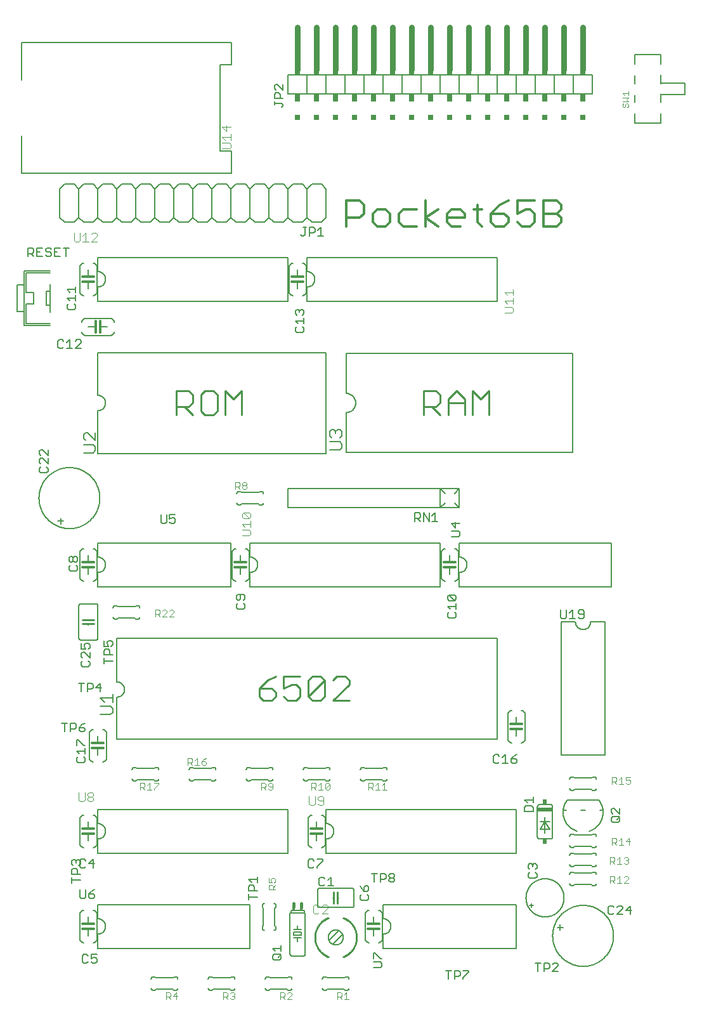
<source format=gto>
G75*
%MOIN*%
%OFA0B0*%
%FSLAX25Y25*%
%IPPOS*%
%LPD*%
%AMOC8*
5,1,8,0,0,1.08239X$1,22.5*
%
%ADD10C,0.01100*%
%ADD11C,0.01200*%
%ADD12C,0.00600*%
%ADD13C,0.01000*%
%ADD14C,0.00500*%
%ADD15C,0.00400*%
%ADD16R,0.08000X0.02000*%
%ADD17R,0.02000X0.02500*%
%ADD18C,0.03000*%
%ADD19R,0.03000X0.02000*%
%ADD20R,0.03000X0.04000*%
%ADD21R,0.03000X0.03000*%
%ADD22C,0.01600*%
%ADD23R,0.01600X0.02300*%
%ADD24C,0.00700*%
D10*
X0138672Y0170050D02*
X0136520Y0172202D01*
X0136520Y0176506D01*
X0142976Y0176506D01*
X0145128Y0174354D01*
X0145128Y0172202D01*
X0142976Y0170050D01*
X0138672Y0170050D01*
X0136520Y0176506D02*
X0140824Y0180809D01*
X0145128Y0182961D01*
X0149411Y0182961D02*
X0149411Y0176506D01*
X0153715Y0178657D01*
X0155867Y0178657D01*
X0158019Y0176506D01*
X0158019Y0172202D01*
X0155867Y0170050D01*
X0151563Y0170050D01*
X0149411Y0172202D01*
X0149411Y0182961D02*
X0158019Y0182961D01*
X0162302Y0180809D02*
X0164454Y0182961D01*
X0168758Y0182961D01*
X0170910Y0180809D01*
X0162302Y0172202D01*
X0164454Y0170050D01*
X0168758Y0170050D01*
X0170910Y0172202D01*
X0170910Y0180809D01*
X0175193Y0180809D02*
X0177345Y0182961D01*
X0181649Y0182961D01*
X0183801Y0180809D01*
X0183801Y0178657D01*
X0175193Y0170050D01*
X0183801Y0170050D01*
X0162302Y0172202D02*
X0162302Y0180809D01*
X0127355Y0320050D02*
X0127355Y0332961D01*
X0123052Y0328657D01*
X0118748Y0332961D01*
X0118748Y0320050D01*
X0114464Y0322202D02*
X0114464Y0330809D01*
X0112312Y0332961D01*
X0108009Y0332961D01*
X0105857Y0330809D01*
X0105857Y0322202D01*
X0108009Y0320050D01*
X0112312Y0320050D01*
X0114464Y0322202D01*
X0101573Y0320050D02*
X0097270Y0324354D01*
X0099421Y0324354D02*
X0092966Y0324354D01*
X0092966Y0320050D02*
X0092966Y0332961D01*
X0099421Y0332961D01*
X0101573Y0330809D01*
X0101573Y0326506D01*
X0099421Y0324354D01*
X0222966Y0324354D02*
X0229421Y0324354D01*
X0231573Y0326506D01*
X0231573Y0330809D01*
X0229421Y0332961D01*
X0222966Y0332961D01*
X0222966Y0320050D01*
X0227270Y0324354D02*
X0231573Y0320050D01*
X0235857Y0320050D02*
X0235857Y0328657D01*
X0240161Y0332961D01*
X0244464Y0328657D01*
X0244464Y0320050D01*
X0248748Y0320050D02*
X0248748Y0332961D01*
X0253052Y0328657D01*
X0257355Y0332961D01*
X0257355Y0320050D01*
X0244464Y0326506D02*
X0235857Y0326506D01*
D11*
X0236752Y0242700D02*
X0233752Y0242700D01*
X0233752Y0240200D02*
X0236752Y0240200D01*
X0239752Y0240200D01*
X0239752Y0242700D02*
X0236752Y0242700D01*
X0268752Y0157800D02*
X0271752Y0157800D01*
X0274752Y0157800D01*
X0274752Y0155300D02*
X0271752Y0155300D01*
X0268752Y0155300D01*
X0199752Y0052700D02*
X0196752Y0052700D01*
X0193752Y0052700D01*
X0193752Y0050200D02*
X0196752Y0050200D01*
X0199752Y0050200D01*
X0169752Y0100200D02*
X0166752Y0100200D01*
X0163752Y0100200D01*
X0163752Y0102700D02*
X0166752Y0102700D01*
X0169752Y0102700D01*
X0129752Y0240200D02*
X0126752Y0240200D01*
X0123752Y0240200D01*
X0123752Y0242700D02*
X0126752Y0242700D01*
X0129752Y0242700D01*
X0054752Y0147700D02*
X0051752Y0147700D01*
X0048752Y0147700D01*
X0048752Y0145200D02*
X0051752Y0145200D01*
X0054752Y0145200D01*
X0049752Y0102700D02*
X0046752Y0102700D01*
X0043752Y0102700D01*
X0043752Y0100200D02*
X0046752Y0100200D01*
X0049752Y0100200D01*
X0049752Y0052700D02*
X0046752Y0052700D01*
X0043752Y0052700D01*
X0043752Y0050200D02*
X0046752Y0050200D01*
X0049752Y0050200D01*
X0049752Y0240200D02*
X0046752Y0240200D01*
X0043752Y0240200D01*
X0043752Y0242700D02*
X0046752Y0242700D01*
X0049752Y0242700D01*
X0050452Y0363500D02*
X0050452Y0366500D01*
X0050452Y0369500D01*
X0052952Y0369500D02*
X0052952Y0366500D01*
X0052952Y0363500D01*
X0049752Y0390200D02*
X0046752Y0390200D01*
X0043752Y0390200D01*
X0043752Y0392700D02*
X0046752Y0392700D01*
X0049752Y0392700D01*
X0153752Y0392700D02*
X0156752Y0392700D01*
X0159752Y0392700D01*
X0159752Y0390200D02*
X0156752Y0390200D01*
X0153752Y0390200D01*
X0182352Y0419100D02*
X0182352Y0432912D01*
X0189258Y0432912D01*
X0191560Y0430610D01*
X0191560Y0426006D01*
X0189258Y0423704D01*
X0182352Y0423704D01*
X0196164Y0426006D02*
X0196164Y0421402D01*
X0198466Y0419100D01*
X0203070Y0419100D01*
X0205372Y0421402D01*
X0205372Y0426006D01*
X0203070Y0428308D01*
X0198466Y0428308D01*
X0196164Y0426006D01*
X0209976Y0426006D02*
X0209976Y0421402D01*
X0212278Y0419100D01*
X0219184Y0419100D01*
X0223788Y0419100D02*
X0223788Y0432912D01*
X0219184Y0428308D02*
X0212278Y0428308D01*
X0209976Y0426006D01*
X0223788Y0423704D02*
X0230694Y0428308D01*
X0235298Y0426006D02*
X0237600Y0428308D01*
X0242204Y0428308D01*
X0244506Y0426006D01*
X0244506Y0423704D01*
X0235298Y0423704D01*
X0235298Y0421402D02*
X0235298Y0426006D01*
X0235298Y0421402D02*
X0237600Y0419100D01*
X0242204Y0419100D01*
X0251411Y0421402D02*
X0251411Y0430610D01*
X0249109Y0428308D02*
X0253713Y0428308D01*
X0258317Y0426006D02*
X0265223Y0426006D01*
X0267525Y0423704D01*
X0267525Y0421402D01*
X0265223Y0419100D01*
X0260619Y0419100D01*
X0258317Y0421402D01*
X0258317Y0426006D01*
X0262921Y0430610D01*
X0267525Y0432912D01*
X0272129Y0432912D02*
X0272129Y0426006D01*
X0276733Y0428308D01*
X0279035Y0428308D01*
X0281337Y0426006D01*
X0281337Y0421402D01*
X0279035Y0419100D01*
X0274431Y0419100D01*
X0272129Y0421402D01*
X0272129Y0432912D02*
X0281337Y0432912D01*
X0285941Y0432912D02*
X0292847Y0432912D01*
X0295149Y0430610D01*
X0295149Y0428308D01*
X0292847Y0426006D01*
X0285941Y0426006D01*
X0285941Y0419100D02*
X0285941Y0432912D01*
X0292847Y0426006D02*
X0295149Y0423704D01*
X0295149Y0421402D01*
X0292847Y0419100D01*
X0285941Y0419100D01*
X0253713Y0419100D02*
X0251411Y0421402D01*
X0230694Y0419100D02*
X0223788Y0423704D01*
D12*
X0042252Y0058000D02*
X0042252Y0045000D01*
X0042254Y0044913D01*
X0042260Y0044826D01*
X0042269Y0044739D01*
X0042282Y0044653D01*
X0042299Y0044567D01*
X0042320Y0044482D01*
X0042345Y0044399D01*
X0042373Y0044316D01*
X0042404Y0044235D01*
X0042439Y0044155D01*
X0042478Y0044077D01*
X0042520Y0044000D01*
X0042565Y0043925D01*
X0042614Y0043853D01*
X0042665Y0043782D01*
X0042720Y0043714D01*
X0042777Y0043649D01*
X0042838Y0043586D01*
X0042901Y0043525D01*
X0042966Y0043468D01*
X0043034Y0043413D01*
X0043105Y0043362D01*
X0043177Y0043313D01*
X0043252Y0043268D01*
X0043329Y0043226D01*
X0043407Y0043187D01*
X0043487Y0043152D01*
X0043568Y0043121D01*
X0043651Y0043093D01*
X0043734Y0043068D01*
X0043819Y0043047D01*
X0043905Y0043030D01*
X0043991Y0043017D01*
X0044078Y0043008D01*
X0044165Y0043002D01*
X0044252Y0043000D01*
X0046752Y0046500D02*
X0046752Y0050200D01*
X0046752Y0052700D02*
X0046752Y0056500D01*
X0044252Y0060000D02*
X0044165Y0059998D01*
X0044078Y0059992D01*
X0043991Y0059983D01*
X0043905Y0059970D01*
X0043819Y0059953D01*
X0043734Y0059932D01*
X0043651Y0059907D01*
X0043568Y0059879D01*
X0043487Y0059848D01*
X0043407Y0059813D01*
X0043329Y0059774D01*
X0043252Y0059732D01*
X0043177Y0059687D01*
X0043105Y0059638D01*
X0043034Y0059587D01*
X0042966Y0059532D01*
X0042901Y0059475D01*
X0042838Y0059414D01*
X0042777Y0059351D01*
X0042720Y0059286D01*
X0042665Y0059218D01*
X0042614Y0059147D01*
X0042565Y0059075D01*
X0042520Y0059000D01*
X0042478Y0058923D01*
X0042439Y0058845D01*
X0042404Y0058765D01*
X0042373Y0058684D01*
X0042345Y0058601D01*
X0042320Y0058518D01*
X0042299Y0058433D01*
X0042282Y0058347D01*
X0042269Y0058261D01*
X0042260Y0058174D01*
X0042254Y0058087D01*
X0042252Y0058000D01*
X0049252Y0060000D02*
X0049339Y0059998D01*
X0049426Y0059992D01*
X0049513Y0059983D01*
X0049599Y0059970D01*
X0049685Y0059953D01*
X0049770Y0059932D01*
X0049853Y0059907D01*
X0049936Y0059879D01*
X0050017Y0059848D01*
X0050097Y0059813D01*
X0050175Y0059774D01*
X0050252Y0059732D01*
X0050327Y0059687D01*
X0050399Y0059638D01*
X0050470Y0059587D01*
X0050538Y0059532D01*
X0050603Y0059475D01*
X0050666Y0059414D01*
X0050727Y0059351D01*
X0050784Y0059286D01*
X0050839Y0059218D01*
X0050890Y0059147D01*
X0050939Y0059075D01*
X0050984Y0059000D01*
X0051026Y0058923D01*
X0051065Y0058845D01*
X0051100Y0058765D01*
X0051131Y0058684D01*
X0051159Y0058601D01*
X0051184Y0058518D01*
X0051205Y0058433D01*
X0051222Y0058347D01*
X0051235Y0058261D01*
X0051244Y0058174D01*
X0051250Y0058087D01*
X0051252Y0058000D01*
X0051252Y0045000D01*
X0051250Y0044913D01*
X0051244Y0044826D01*
X0051235Y0044739D01*
X0051222Y0044653D01*
X0051205Y0044567D01*
X0051184Y0044482D01*
X0051159Y0044399D01*
X0051131Y0044316D01*
X0051100Y0044235D01*
X0051065Y0044155D01*
X0051026Y0044077D01*
X0050984Y0044000D01*
X0050939Y0043925D01*
X0050890Y0043853D01*
X0050839Y0043782D01*
X0050784Y0043714D01*
X0050727Y0043649D01*
X0050666Y0043586D01*
X0050603Y0043525D01*
X0050538Y0043468D01*
X0050470Y0043413D01*
X0050399Y0043362D01*
X0050327Y0043313D01*
X0050252Y0043268D01*
X0050175Y0043226D01*
X0050097Y0043187D01*
X0050017Y0043152D01*
X0049936Y0043121D01*
X0049853Y0043093D01*
X0049770Y0043068D01*
X0049685Y0043047D01*
X0049599Y0043030D01*
X0049513Y0043017D01*
X0049426Y0043008D01*
X0049339Y0043002D01*
X0049252Y0043000D01*
X0051752Y0040000D02*
X0051752Y0047500D01*
X0051878Y0047502D01*
X0052003Y0047508D01*
X0052128Y0047518D01*
X0052253Y0047532D01*
X0052378Y0047549D01*
X0052502Y0047571D01*
X0052625Y0047596D01*
X0052747Y0047626D01*
X0052868Y0047659D01*
X0052988Y0047696D01*
X0053107Y0047736D01*
X0053224Y0047781D01*
X0053341Y0047829D01*
X0053455Y0047881D01*
X0053568Y0047936D01*
X0053679Y0047995D01*
X0053788Y0048057D01*
X0053895Y0048123D01*
X0054000Y0048192D01*
X0054103Y0048264D01*
X0054204Y0048339D01*
X0054302Y0048418D01*
X0054397Y0048500D01*
X0054490Y0048584D01*
X0054580Y0048672D01*
X0054668Y0048762D01*
X0054752Y0048855D01*
X0054834Y0048950D01*
X0054913Y0049048D01*
X0054988Y0049149D01*
X0055060Y0049252D01*
X0055129Y0049357D01*
X0055195Y0049464D01*
X0055257Y0049573D01*
X0055316Y0049684D01*
X0055371Y0049797D01*
X0055423Y0049911D01*
X0055471Y0050028D01*
X0055516Y0050145D01*
X0055556Y0050264D01*
X0055593Y0050384D01*
X0055626Y0050505D01*
X0055656Y0050627D01*
X0055681Y0050750D01*
X0055703Y0050874D01*
X0055720Y0050999D01*
X0055734Y0051124D01*
X0055744Y0051249D01*
X0055750Y0051374D01*
X0055752Y0051500D01*
X0055750Y0051626D01*
X0055744Y0051751D01*
X0055734Y0051876D01*
X0055720Y0052001D01*
X0055703Y0052126D01*
X0055681Y0052250D01*
X0055656Y0052373D01*
X0055626Y0052495D01*
X0055593Y0052616D01*
X0055556Y0052736D01*
X0055516Y0052855D01*
X0055471Y0052972D01*
X0055423Y0053089D01*
X0055371Y0053203D01*
X0055316Y0053316D01*
X0055257Y0053427D01*
X0055195Y0053536D01*
X0055129Y0053643D01*
X0055060Y0053748D01*
X0054988Y0053851D01*
X0054913Y0053952D01*
X0054834Y0054050D01*
X0054752Y0054145D01*
X0054668Y0054238D01*
X0054580Y0054328D01*
X0054490Y0054416D01*
X0054397Y0054500D01*
X0054302Y0054582D01*
X0054204Y0054661D01*
X0054103Y0054736D01*
X0054000Y0054808D01*
X0053895Y0054877D01*
X0053788Y0054943D01*
X0053679Y0055005D01*
X0053568Y0055064D01*
X0053455Y0055119D01*
X0053341Y0055171D01*
X0053224Y0055219D01*
X0053107Y0055264D01*
X0052988Y0055304D01*
X0052868Y0055341D01*
X0052747Y0055374D01*
X0052625Y0055404D01*
X0052502Y0055429D01*
X0052378Y0055451D01*
X0052253Y0055468D01*
X0052128Y0055482D01*
X0052003Y0055492D01*
X0051878Y0055498D01*
X0051752Y0055500D01*
X0051752Y0063000D01*
X0131752Y0063000D01*
X0131752Y0040000D01*
X0051752Y0040000D01*
X0080752Y0025000D02*
X0081752Y0025000D01*
X0082252Y0024500D01*
X0091252Y0024500D01*
X0091752Y0025000D01*
X0092752Y0025000D01*
X0092812Y0024998D01*
X0092873Y0024993D01*
X0092932Y0024984D01*
X0092991Y0024971D01*
X0093050Y0024955D01*
X0093107Y0024935D01*
X0093162Y0024912D01*
X0093217Y0024885D01*
X0093269Y0024856D01*
X0093320Y0024823D01*
X0093369Y0024787D01*
X0093415Y0024749D01*
X0093459Y0024707D01*
X0093501Y0024663D01*
X0093539Y0024617D01*
X0093575Y0024568D01*
X0093608Y0024517D01*
X0093637Y0024465D01*
X0093664Y0024410D01*
X0093687Y0024355D01*
X0093707Y0024298D01*
X0093723Y0024239D01*
X0093736Y0024180D01*
X0093745Y0024121D01*
X0093750Y0024060D01*
X0093752Y0024000D01*
X0093752Y0019000D02*
X0093750Y0018940D01*
X0093745Y0018879D01*
X0093736Y0018820D01*
X0093723Y0018761D01*
X0093707Y0018702D01*
X0093687Y0018645D01*
X0093664Y0018590D01*
X0093637Y0018535D01*
X0093608Y0018483D01*
X0093575Y0018432D01*
X0093539Y0018383D01*
X0093501Y0018337D01*
X0093459Y0018293D01*
X0093415Y0018251D01*
X0093369Y0018213D01*
X0093320Y0018177D01*
X0093269Y0018144D01*
X0093217Y0018115D01*
X0093162Y0018088D01*
X0093107Y0018065D01*
X0093050Y0018045D01*
X0092991Y0018029D01*
X0092932Y0018016D01*
X0092873Y0018007D01*
X0092812Y0018002D01*
X0092752Y0018000D01*
X0091752Y0018000D01*
X0091252Y0018500D01*
X0082252Y0018500D01*
X0081752Y0018000D01*
X0080752Y0018000D01*
X0080692Y0018002D01*
X0080631Y0018007D01*
X0080572Y0018016D01*
X0080513Y0018029D01*
X0080454Y0018045D01*
X0080397Y0018065D01*
X0080342Y0018088D01*
X0080287Y0018115D01*
X0080235Y0018144D01*
X0080184Y0018177D01*
X0080135Y0018213D01*
X0080089Y0018251D01*
X0080045Y0018293D01*
X0080003Y0018337D01*
X0079965Y0018383D01*
X0079929Y0018432D01*
X0079896Y0018483D01*
X0079867Y0018535D01*
X0079840Y0018590D01*
X0079817Y0018645D01*
X0079797Y0018702D01*
X0079781Y0018761D01*
X0079768Y0018820D01*
X0079759Y0018879D01*
X0079754Y0018940D01*
X0079752Y0019000D01*
X0079752Y0024000D02*
X0079754Y0024060D01*
X0079759Y0024121D01*
X0079768Y0024180D01*
X0079781Y0024239D01*
X0079797Y0024298D01*
X0079817Y0024355D01*
X0079840Y0024410D01*
X0079867Y0024465D01*
X0079896Y0024517D01*
X0079929Y0024568D01*
X0079965Y0024617D01*
X0080003Y0024663D01*
X0080045Y0024707D01*
X0080089Y0024749D01*
X0080135Y0024787D01*
X0080184Y0024823D01*
X0080235Y0024856D01*
X0080287Y0024885D01*
X0080342Y0024912D01*
X0080397Y0024935D01*
X0080454Y0024955D01*
X0080513Y0024971D01*
X0080572Y0024984D01*
X0080631Y0024993D01*
X0080692Y0024998D01*
X0080752Y0025000D01*
X0110752Y0025000D02*
X0111752Y0025000D01*
X0112252Y0024500D01*
X0121252Y0024500D01*
X0121752Y0025000D01*
X0122752Y0025000D01*
X0122812Y0024998D01*
X0122873Y0024993D01*
X0122932Y0024984D01*
X0122991Y0024971D01*
X0123050Y0024955D01*
X0123107Y0024935D01*
X0123162Y0024912D01*
X0123217Y0024885D01*
X0123269Y0024856D01*
X0123320Y0024823D01*
X0123369Y0024787D01*
X0123415Y0024749D01*
X0123459Y0024707D01*
X0123501Y0024663D01*
X0123539Y0024617D01*
X0123575Y0024568D01*
X0123608Y0024517D01*
X0123637Y0024465D01*
X0123664Y0024410D01*
X0123687Y0024355D01*
X0123707Y0024298D01*
X0123723Y0024239D01*
X0123736Y0024180D01*
X0123745Y0024121D01*
X0123750Y0024060D01*
X0123752Y0024000D01*
X0123752Y0019000D02*
X0123750Y0018940D01*
X0123745Y0018879D01*
X0123736Y0018820D01*
X0123723Y0018761D01*
X0123707Y0018702D01*
X0123687Y0018645D01*
X0123664Y0018590D01*
X0123637Y0018535D01*
X0123608Y0018483D01*
X0123575Y0018432D01*
X0123539Y0018383D01*
X0123501Y0018337D01*
X0123459Y0018293D01*
X0123415Y0018251D01*
X0123369Y0018213D01*
X0123320Y0018177D01*
X0123269Y0018144D01*
X0123217Y0018115D01*
X0123162Y0018088D01*
X0123107Y0018065D01*
X0123050Y0018045D01*
X0122991Y0018029D01*
X0122932Y0018016D01*
X0122873Y0018007D01*
X0122812Y0018002D01*
X0122752Y0018000D01*
X0121752Y0018000D01*
X0121252Y0018500D01*
X0112252Y0018500D01*
X0111752Y0018000D01*
X0110752Y0018000D01*
X0110692Y0018002D01*
X0110631Y0018007D01*
X0110572Y0018016D01*
X0110513Y0018029D01*
X0110454Y0018045D01*
X0110397Y0018065D01*
X0110342Y0018088D01*
X0110287Y0018115D01*
X0110235Y0018144D01*
X0110184Y0018177D01*
X0110135Y0018213D01*
X0110089Y0018251D01*
X0110045Y0018293D01*
X0110003Y0018337D01*
X0109965Y0018383D01*
X0109929Y0018432D01*
X0109896Y0018483D01*
X0109867Y0018535D01*
X0109840Y0018590D01*
X0109817Y0018645D01*
X0109797Y0018702D01*
X0109781Y0018761D01*
X0109768Y0018820D01*
X0109759Y0018879D01*
X0109754Y0018940D01*
X0109752Y0019000D01*
X0109752Y0024000D02*
X0109754Y0024060D01*
X0109759Y0024121D01*
X0109768Y0024180D01*
X0109781Y0024239D01*
X0109797Y0024298D01*
X0109817Y0024355D01*
X0109840Y0024410D01*
X0109867Y0024465D01*
X0109896Y0024517D01*
X0109929Y0024568D01*
X0109965Y0024617D01*
X0110003Y0024663D01*
X0110045Y0024707D01*
X0110089Y0024749D01*
X0110135Y0024787D01*
X0110184Y0024823D01*
X0110235Y0024856D01*
X0110287Y0024885D01*
X0110342Y0024912D01*
X0110397Y0024935D01*
X0110454Y0024955D01*
X0110513Y0024971D01*
X0110572Y0024984D01*
X0110631Y0024993D01*
X0110692Y0024998D01*
X0110752Y0025000D01*
X0140752Y0025000D02*
X0141752Y0025000D01*
X0142252Y0024500D01*
X0151252Y0024500D01*
X0151752Y0025000D01*
X0152752Y0025000D01*
X0152812Y0024998D01*
X0152873Y0024993D01*
X0152932Y0024984D01*
X0152991Y0024971D01*
X0153050Y0024955D01*
X0153107Y0024935D01*
X0153162Y0024912D01*
X0153217Y0024885D01*
X0153269Y0024856D01*
X0153320Y0024823D01*
X0153369Y0024787D01*
X0153415Y0024749D01*
X0153459Y0024707D01*
X0153501Y0024663D01*
X0153539Y0024617D01*
X0153575Y0024568D01*
X0153608Y0024517D01*
X0153637Y0024465D01*
X0153664Y0024410D01*
X0153687Y0024355D01*
X0153707Y0024298D01*
X0153723Y0024239D01*
X0153736Y0024180D01*
X0153745Y0024121D01*
X0153750Y0024060D01*
X0153752Y0024000D01*
X0153752Y0019000D02*
X0153750Y0018940D01*
X0153745Y0018879D01*
X0153736Y0018820D01*
X0153723Y0018761D01*
X0153707Y0018702D01*
X0153687Y0018645D01*
X0153664Y0018590D01*
X0153637Y0018535D01*
X0153608Y0018483D01*
X0153575Y0018432D01*
X0153539Y0018383D01*
X0153501Y0018337D01*
X0153459Y0018293D01*
X0153415Y0018251D01*
X0153369Y0018213D01*
X0153320Y0018177D01*
X0153269Y0018144D01*
X0153217Y0018115D01*
X0153162Y0018088D01*
X0153107Y0018065D01*
X0153050Y0018045D01*
X0152991Y0018029D01*
X0152932Y0018016D01*
X0152873Y0018007D01*
X0152812Y0018002D01*
X0152752Y0018000D01*
X0151752Y0018000D01*
X0151252Y0018500D01*
X0142252Y0018500D01*
X0141752Y0018000D01*
X0140752Y0018000D01*
X0140692Y0018002D01*
X0140631Y0018007D01*
X0140572Y0018016D01*
X0140513Y0018029D01*
X0140454Y0018045D01*
X0140397Y0018065D01*
X0140342Y0018088D01*
X0140287Y0018115D01*
X0140235Y0018144D01*
X0140184Y0018177D01*
X0140135Y0018213D01*
X0140089Y0018251D01*
X0140045Y0018293D01*
X0140003Y0018337D01*
X0139965Y0018383D01*
X0139929Y0018432D01*
X0139896Y0018483D01*
X0139867Y0018535D01*
X0139840Y0018590D01*
X0139817Y0018645D01*
X0139797Y0018702D01*
X0139781Y0018761D01*
X0139768Y0018820D01*
X0139759Y0018879D01*
X0139754Y0018940D01*
X0139752Y0019000D01*
X0139752Y0024000D02*
X0139754Y0024060D01*
X0139759Y0024121D01*
X0139768Y0024180D01*
X0139781Y0024239D01*
X0139797Y0024298D01*
X0139817Y0024355D01*
X0139840Y0024410D01*
X0139867Y0024465D01*
X0139896Y0024517D01*
X0139929Y0024568D01*
X0139965Y0024617D01*
X0140003Y0024663D01*
X0140045Y0024707D01*
X0140089Y0024749D01*
X0140135Y0024787D01*
X0140184Y0024823D01*
X0140235Y0024856D01*
X0140287Y0024885D01*
X0140342Y0024912D01*
X0140397Y0024935D01*
X0140454Y0024955D01*
X0140513Y0024971D01*
X0140572Y0024984D01*
X0140631Y0024993D01*
X0140692Y0024998D01*
X0140752Y0025000D01*
X0152752Y0037000D02*
X0152752Y0058500D01*
X0153252Y0058500D01*
X0160252Y0058500D01*
X0160752Y0058500D01*
X0160752Y0037000D01*
X0160750Y0036940D01*
X0160745Y0036879D01*
X0160736Y0036820D01*
X0160723Y0036761D01*
X0160707Y0036702D01*
X0160687Y0036645D01*
X0160664Y0036590D01*
X0160637Y0036535D01*
X0160608Y0036483D01*
X0160575Y0036432D01*
X0160539Y0036383D01*
X0160501Y0036337D01*
X0160459Y0036293D01*
X0160415Y0036251D01*
X0160369Y0036213D01*
X0160320Y0036177D01*
X0160269Y0036144D01*
X0160217Y0036115D01*
X0160162Y0036088D01*
X0160107Y0036065D01*
X0160050Y0036045D01*
X0159991Y0036029D01*
X0159932Y0036016D01*
X0159873Y0036007D01*
X0159812Y0036002D01*
X0159752Y0036000D01*
X0153752Y0036000D01*
X0153692Y0036002D01*
X0153631Y0036007D01*
X0153572Y0036016D01*
X0153513Y0036029D01*
X0153454Y0036045D01*
X0153397Y0036065D01*
X0153342Y0036088D01*
X0153287Y0036115D01*
X0153235Y0036144D01*
X0153184Y0036177D01*
X0153135Y0036213D01*
X0153089Y0036251D01*
X0153045Y0036293D01*
X0153003Y0036337D01*
X0152965Y0036383D01*
X0152929Y0036432D01*
X0152896Y0036483D01*
X0152867Y0036535D01*
X0152840Y0036590D01*
X0152817Y0036645D01*
X0152797Y0036702D01*
X0152781Y0036761D01*
X0152768Y0036820D01*
X0152759Y0036879D01*
X0152754Y0036940D01*
X0152752Y0037000D01*
X0156752Y0043500D02*
X0156752Y0045500D01*
X0154752Y0045500D01*
X0154752Y0047000D02*
X0158752Y0047000D01*
X0158752Y0048500D01*
X0154752Y0048500D01*
X0154752Y0047000D01*
X0156752Y0045500D02*
X0158752Y0045500D01*
X0158752Y0050000D02*
X0156752Y0050000D01*
X0154752Y0050000D01*
X0156752Y0050000D02*
X0156752Y0052000D01*
X0153252Y0058500D02*
X0153252Y0060000D01*
X0160252Y0060000D01*
X0160252Y0058500D01*
X0167252Y0062500D02*
X0167252Y0070500D01*
X0167254Y0070560D01*
X0167259Y0070621D01*
X0167268Y0070680D01*
X0167281Y0070739D01*
X0167297Y0070798D01*
X0167317Y0070855D01*
X0167340Y0070910D01*
X0167367Y0070965D01*
X0167396Y0071017D01*
X0167429Y0071068D01*
X0167465Y0071117D01*
X0167503Y0071163D01*
X0167545Y0071207D01*
X0167589Y0071249D01*
X0167635Y0071287D01*
X0167684Y0071323D01*
X0167735Y0071356D01*
X0167787Y0071385D01*
X0167842Y0071412D01*
X0167897Y0071435D01*
X0167954Y0071455D01*
X0168013Y0071471D01*
X0168072Y0071484D01*
X0168131Y0071493D01*
X0168192Y0071498D01*
X0168252Y0071500D01*
X0185252Y0071500D01*
X0185312Y0071498D01*
X0185373Y0071493D01*
X0185432Y0071484D01*
X0185491Y0071471D01*
X0185550Y0071455D01*
X0185607Y0071435D01*
X0185662Y0071412D01*
X0185717Y0071385D01*
X0185769Y0071356D01*
X0185820Y0071323D01*
X0185869Y0071287D01*
X0185915Y0071249D01*
X0185959Y0071207D01*
X0186001Y0071163D01*
X0186039Y0071117D01*
X0186075Y0071068D01*
X0186108Y0071017D01*
X0186137Y0070965D01*
X0186164Y0070910D01*
X0186187Y0070855D01*
X0186207Y0070798D01*
X0186223Y0070739D01*
X0186236Y0070680D01*
X0186245Y0070621D01*
X0186250Y0070560D01*
X0186252Y0070500D01*
X0186252Y0062500D01*
X0186250Y0062440D01*
X0186245Y0062379D01*
X0186236Y0062320D01*
X0186223Y0062261D01*
X0186207Y0062202D01*
X0186187Y0062145D01*
X0186164Y0062090D01*
X0186137Y0062035D01*
X0186108Y0061983D01*
X0186075Y0061932D01*
X0186039Y0061883D01*
X0186001Y0061837D01*
X0185959Y0061793D01*
X0185915Y0061751D01*
X0185869Y0061713D01*
X0185820Y0061677D01*
X0185769Y0061644D01*
X0185717Y0061615D01*
X0185662Y0061588D01*
X0185607Y0061565D01*
X0185550Y0061545D01*
X0185491Y0061529D01*
X0185432Y0061516D01*
X0185373Y0061507D01*
X0185312Y0061502D01*
X0185252Y0061500D01*
X0168252Y0061500D01*
X0168192Y0061502D01*
X0168131Y0061507D01*
X0168072Y0061516D01*
X0168013Y0061529D01*
X0167954Y0061545D01*
X0167897Y0061565D01*
X0167842Y0061588D01*
X0167787Y0061615D01*
X0167735Y0061644D01*
X0167684Y0061677D01*
X0167635Y0061713D01*
X0167589Y0061751D01*
X0167545Y0061793D01*
X0167503Y0061837D01*
X0167465Y0061883D01*
X0167429Y0061932D01*
X0167396Y0061983D01*
X0167367Y0062035D01*
X0167340Y0062090D01*
X0167317Y0062145D01*
X0167297Y0062202D01*
X0167281Y0062261D01*
X0167268Y0062320D01*
X0167259Y0062379D01*
X0167254Y0062440D01*
X0167252Y0062500D01*
X0175252Y0066500D02*
X0175752Y0066500D01*
X0177752Y0066500D02*
X0178252Y0066500D01*
X0178327Y0049256D02*
X0173209Y0044138D01*
X0175178Y0042169D02*
X0180296Y0047287D01*
X0172815Y0045713D02*
X0172817Y0045838D01*
X0172823Y0045963D01*
X0172833Y0046087D01*
X0172847Y0046211D01*
X0172864Y0046335D01*
X0172886Y0046458D01*
X0172912Y0046580D01*
X0172941Y0046702D01*
X0172974Y0046822D01*
X0173012Y0046941D01*
X0173052Y0047060D01*
X0173097Y0047176D01*
X0173145Y0047291D01*
X0173197Y0047405D01*
X0173253Y0047517D01*
X0173312Y0047627D01*
X0173374Y0047735D01*
X0173440Y0047842D01*
X0173509Y0047946D01*
X0173582Y0048047D01*
X0173657Y0048147D01*
X0173736Y0048244D01*
X0173818Y0048338D01*
X0173903Y0048430D01*
X0173990Y0048519D01*
X0174081Y0048605D01*
X0174174Y0048688D01*
X0174270Y0048769D01*
X0174368Y0048846D01*
X0174468Y0048920D01*
X0174571Y0048991D01*
X0174676Y0049058D01*
X0174784Y0049123D01*
X0174893Y0049183D01*
X0175004Y0049241D01*
X0175117Y0049294D01*
X0175231Y0049344D01*
X0175347Y0049391D01*
X0175464Y0049433D01*
X0175583Y0049472D01*
X0175703Y0049508D01*
X0175824Y0049539D01*
X0175946Y0049567D01*
X0176068Y0049590D01*
X0176192Y0049610D01*
X0176316Y0049626D01*
X0176440Y0049638D01*
X0176565Y0049646D01*
X0176690Y0049650D01*
X0176814Y0049650D01*
X0176939Y0049646D01*
X0177064Y0049638D01*
X0177188Y0049626D01*
X0177312Y0049610D01*
X0177436Y0049590D01*
X0177558Y0049567D01*
X0177680Y0049539D01*
X0177801Y0049508D01*
X0177921Y0049472D01*
X0178040Y0049433D01*
X0178157Y0049391D01*
X0178273Y0049344D01*
X0178387Y0049294D01*
X0178500Y0049241D01*
X0178611Y0049183D01*
X0178721Y0049123D01*
X0178828Y0049058D01*
X0178933Y0048991D01*
X0179036Y0048920D01*
X0179136Y0048846D01*
X0179234Y0048769D01*
X0179330Y0048688D01*
X0179423Y0048605D01*
X0179514Y0048519D01*
X0179601Y0048430D01*
X0179686Y0048338D01*
X0179768Y0048244D01*
X0179847Y0048147D01*
X0179922Y0048047D01*
X0179995Y0047946D01*
X0180064Y0047842D01*
X0180130Y0047735D01*
X0180192Y0047627D01*
X0180251Y0047517D01*
X0180307Y0047405D01*
X0180359Y0047291D01*
X0180407Y0047176D01*
X0180452Y0047060D01*
X0180492Y0046941D01*
X0180530Y0046822D01*
X0180563Y0046702D01*
X0180592Y0046580D01*
X0180618Y0046458D01*
X0180640Y0046335D01*
X0180657Y0046211D01*
X0180671Y0046087D01*
X0180681Y0045963D01*
X0180687Y0045838D01*
X0180689Y0045713D01*
X0180687Y0045588D01*
X0180681Y0045463D01*
X0180671Y0045339D01*
X0180657Y0045215D01*
X0180640Y0045091D01*
X0180618Y0044968D01*
X0180592Y0044846D01*
X0180563Y0044724D01*
X0180530Y0044604D01*
X0180492Y0044485D01*
X0180452Y0044366D01*
X0180407Y0044250D01*
X0180359Y0044135D01*
X0180307Y0044021D01*
X0180251Y0043909D01*
X0180192Y0043799D01*
X0180130Y0043691D01*
X0180064Y0043584D01*
X0179995Y0043480D01*
X0179922Y0043379D01*
X0179847Y0043279D01*
X0179768Y0043182D01*
X0179686Y0043088D01*
X0179601Y0042996D01*
X0179514Y0042907D01*
X0179423Y0042821D01*
X0179330Y0042738D01*
X0179234Y0042657D01*
X0179136Y0042580D01*
X0179036Y0042506D01*
X0178933Y0042435D01*
X0178828Y0042368D01*
X0178720Y0042303D01*
X0178611Y0042243D01*
X0178500Y0042185D01*
X0178387Y0042132D01*
X0178273Y0042082D01*
X0178157Y0042035D01*
X0178040Y0041993D01*
X0177921Y0041954D01*
X0177801Y0041918D01*
X0177680Y0041887D01*
X0177558Y0041859D01*
X0177436Y0041836D01*
X0177312Y0041816D01*
X0177188Y0041800D01*
X0177064Y0041788D01*
X0176939Y0041780D01*
X0176814Y0041776D01*
X0176690Y0041776D01*
X0176565Y0041780D01*
X0176440Y0041788D01*
X0176316Y0041800D01*
X0176192Y0041816D01*
X0176068Y0041836D01*
X0175946Y0041859D01*
X0175824Y0041887D01*
X0175703Y0041918D01*
X0175583Y0041954D01*
X0175464Y0041993D01*
X0175347Y0042035D01*
X0175231Y0042082D01*
X0175117Y0042132D01*
X0175004Y0042185D01*
X0174893Y0042243D01*
X0174783Y0042303D01*
X0174676Y0042368D01*
X0174571Y0042435D01*
X0174468Y0042506D01*
X0174368Y0042580D01*
X0174270Y0042657D01*
X0174174Y0042738D01*
X0174081Y0042821D01*
X0173990Y0042907D01*
X0173903Y0042996D01*
X0173818Y0043088D01*
X0173736Y0043182D01*
X0173657Y0043279D01*
X0173582Y0043379D01*
X0173509Y0043480D01*
X0173440Y0043584D01*
X0173374Y0043691D01*
X0173312Y0043799D01*
X0173253Y0043909D01*
X0173197Y0044021D01*
X0173145Y0044135D01*
X0173097Y0044250D01*
X0173052Y0044366D01*
X0173012Y0044485D01*
X0172974Y0044604D01*
X0172941Y0044724D01*
X0172912Y0044846D01*
X0172886Y0044968D01*
X0172864Y0045091D01*
X0172847Y0045215D01*
X0172833Y0045339D01*
X0172823Y0045463D01*
X0172817Y0045588D01*
X0172815Y0045713D01*
X0171752Y0025000D02*
X0170752Y0025000D01*
X0170692Y0024998D01*
X0170631Y0024993D01*
X0170572Y0024984D01*
X0170513Y0024971D01*
X0170454Y0024955D01*
X0170397Y0024935D01*
X0170342Y0024912D01*
X0170287Y0024885D01*
X0170235Y0024856D01*
X0170184Y0024823D01*
X0170135Y0024787D01*
X0170089Y0024749D01*
X0170045Y0024707D01*
X0170003Y0024663D01*
X0169965Y0024617D01*
X0169929Y0024568D01*
X0169896Y0024517D01*
X0169867Y0024465D01*
X0169840Y0024410D01*
X0169817Y0024355D01*
X0169797Y0024298D01*
X0169781Y0024239D01*
X0169768Y0024180D01*
X0169759Y0024121D01*
X0169754Y0024060D01*
X0169752Y0024000D01*
X0171752Y0025000D02*
X0172252Y0024500D01*
X0181252Y0024500D01*
X0181752Y0025000D01*
X0182752Y0025000D01*
X0182812Y0024998D01*
X0182873Y0024993D01*
X0182932Y0024984D01*
X0182991Y0024971D01*
X0183050Y0024955D01*
X0183107Y0024935D01*
X0183162Y0024912D01*
X0183217Y0024885D01*
X0183269Y0024856D01*
X0183320Y0024823D01*
X0183369Y0024787D01*
X0183415Y0024749D01*
X0183459Y0024707D01*
X0183501Y0024663D01*
X0183539Y0024617D01*
X0183575Y0024568D01*
X0183608Y0024517D01*
X0183637Y0024465D01*
X0183664Y0024410D01*
X0183687Y0024355D01*
X0183707Y0024298D01*
X0183723Y0024239D01*
X0183736Y0024180D01*
X0183745Y0024121D01*
X0183750Y0024060D01*
X0183752Y0024000D01*
X0183752Y0019000D02*
X0183750Y0018940D01*
X0183745Y0018879D01*
X0183736Y0018820D01*
X0183723Y0018761D01*
X0183707Y0018702D01*
X0183687Y0018645D01*
X0183664Y0018590D01*
X0183637Y0018535D01*
X0183608Y0018483D01*
X0183575Y0018432D01*
X0183539Y0018383D01*
X0183501Y0018337D01*
X0183459Y0018293D01*
X0183415Y0018251D01*
X0183369Y0018213D01*
X0183320Y0018177D01*
X0183269Y0018144D01*
X0183217Y0018115D01*
X0183162Y0018088D01*
X0183107Y0018065D01*
X0183050Y0018045D01*
X0182991Y0018029D01*
X0182932Y0018016D01*
X0182873Y0018007D01*
X0182812Y0018002D01*
X0182752Y0018000D01*
X0181752Y0018000D01*
X0181252Y0018500D01*
X0172252Y0018500D01*
X0171752Y0018000D01*
X0170752Y0018000D01*
X0170692Y0018002D01*
X0170631Y0018007D01*
X0170572Y0018016D01*
X0170513Y0018029D01*
X0170454Y0018045D01*
X0170397Y0018065D01*
X0170342Y0018088D01*
X0170287Y0018115D01*
X0170235Y0018144D01*
X0170184Y0018177D01*
X0170135Y0018213D01*
X0170089Y0018251D01*
X0170045Y0018293D01*
X0170003Y0018337D01*
X0169965Y0018383D01*
X0169929Y0018432D01*
X0169896Y0018483D01*
X0169867Y0018535D01*
X0169840Y0018590D01*
X0169817Y0018645D01*
X0169797Y0018702D01*
X0169781Y0018761D01*
X0169768Y0018820D01*
X0169759Y0018879D01*
X0169754Y0018940D01*
X0169752Y0019000D01*
X0145252Y0050500D02*
X0145252Y0051500D01*
X0144752Y0052000D01*
X0144752Y0061000D01*
X0145252Y0061500D01*
X0145252Y0062500D01*
X0145250Y0062560D01*
X0145245Y0062621D01*
X0145236Y0062680D01*
X0145223Y0062739D01*
X0145207Y0062798D01*
X0145187Y0062855D01*
X0145164Y0062910D01*
X0145137Y0062965D01*
X0145108Y0063017D01*
X0145075Y0063068D01*
X0145039Y0063117D01*
X0145001Y0063163D01*
X0144959Y0063207D01*
X0144915Y0063249D01*
X0144869Y0063287D01*
X0144820Y0063323D01*
X0144769Y0063356D01*
X0144717Y0063385D01*
X0144662Y0063412D01*
X0144607Y0063435D01*
X0144550Y0063455D01*
X0144491Y0063471D01*
X0144432Y0063484D01*
X0144373Y0063493D01*
X0144312Y0063498D01*
X0144252Y0063500D01*
X0139252Y0063500D02*
X0139192Y0063498D01*
X0139131Y0063493D01*
X0139072Y0063484D01*
X0139013Y0063471D01*
X0138954Y0063455D01*
X0138897Y0063435D01*
X0138842Y0063412D01*
X0138787Y0063385D01*
X0138735Y0063356D01*
X0138684Y0063323D01*
X0138635Y0063287D01*
X0138589Y0063249D01*
X0138545Y0063207D01*
X0138503Y0063163D01*
X0138465Y0063117D01*
X0138429Y0063068D01*
X0138396Y0063017D01*
X0138367Y0062965D01*
X0138340Y0062910D01*
X0138317Y0062855D01*
X0138297Y0062798D01*
X0138281Y0062739D01*
X0138268Y0062680D01*
X0138259Y0062621D01*
X0138254Y0062560D01*
X0138252Y0062500D01*
X0138252Y0061500D01*
X0138752Y0061000D01*
X0138752Y0052000D01*
X0138252Y0051500D01*
X0138252Y0050500D01*
X0138254Y0050440D01*
X0138259Y0050379D01*
X0138268Y0050320D01*
X0138281Y0050261D01*
X0138297Y0050202D01*
X0138317Y0050145D01*
X0138340Y0050090D01*
X0138367Y0050035D01*
X0138396Y0049983D01*
X0138429Y0049932D01*
X0138465Y0049883D01*
X0138503Y0049837D01*
X0138545Y0049793D01*
X0138589Y0049751D01*
X0138635Y0049713D01*
X0138684Y0049677D01*
X0138735Y0049644D01*
X0138787Y0049615D01*
X0138842Y0049588D01*
X0138897Y0049565D01*
X0138954Y0049545D01*
X0139013Y0049529D01*
X0139072Y0049516D01*
X0139131Y0049507D01*
X0139192Y0049502D01*
X0139252Y0049500D01*
X0144252Y0049500D02*
X0144312Y0049502D01*
X0144373Y0049507D01*
X0144432Y0049516D01*
X0144491Y0049529D01*
X0144550Y0049545D01*
X0144607Y0049565D01*
X0144662Y0049588D01*
X0144717Y0049615D01*
X0144769Y0049644D01*
X0144820Y0049677D01*
X0144869Y0049713D01*
X0144915Y0049751D01*
X0144959Y0049793D01*
X0145001Y0049837D01*
X0145039Y0049883D01*
X0145075Y0049932D01*
X0145108Y0049983D01*
X0145137Y0050035D01*
X0145164Y0050090D01*
X0145187Y0050145D01*
X0145207Y0050202D01*
X0145223Y0050261D01*
X0145236Y0050320D01*
X0145245Y0050379D01*
X0145250Y0050440D01*
X0145252Y0050500D01*
X0151752Y0090000D02*
X0151752Y0113000D01*
X0051752Y0113000D01*
X0051752Y0105500D01*
X0051252Y0108000D02*
X0051252Y0095000D01*
X0051250Y0094913D01*
X0051244Y0094826D01*
X0051235Y0094739D01*
X0051222Y0094653D01*
X0051205Y0094567D01*
X0051184Y0094482D01*
X0051159Y0094399D01*
X0051131Y0094316D01*
X0051100Y0094235D01*
X0051065Y0094155D01*
X0051026Y0094077D01*
X0050984Y0094000D01*
X0050939Y0093925D01*
X0050890Y0093853D01*
X0050839Y0093782D01*
X0050784Y0093714D01*
X0050727Y0093649D01*
X0050666Y0093586D01*
X0050603Y0093525D01*
X0050538Y0093468D01*
X0050470Y0093413D01*
X0050399Y0093362D01*
X0050327Y0093313D01*
X0050252Y0093268D01*
X0050175Y0093226D01*
X0050097Y0093187D01*
X0050017Y0093152D01*
X0049936Y0093121D01*
X0049853Y0093093D01*
X0049770Y0093068D01*
X0049685Y0093047D01*
X0049599Y0093030D01*
X0049513Y0093017D01*
X0049426Y0093008D01*
X0049339Y0093002D01*
X0049252Y0093000D01*
X0051752Y0090000D02*
X0051752Y0097500D01*
X0051878Y0097502D01*
X0052003Y0097508D01*
X0052128Y0097518D01*
X0052253Y0097532D01*
X0052378Y0097549D01*
X0052502Y0097571D01*
X0052625Y0097596D01*
X0052747Y0097626D01*
X0052868Y0097659D01*
X0052988Y0097696D01*
X0053107Y0097736D01*
X0053224Y0097781D01*
X0053341Y0097829D01*
X0053455Y0097881D01*
X0053568Y0097936D01*
X0053679Y0097995D01*
X0053788Y0098057D01*
X0053895Y0098123D01*
X0054000Y0098192D01*
X0054103Y0098264D01*
X0054204Y0098339D01*
X0054302Y0098418D01*
X0054397Y0098500D01*
X0054490Y0098584D01*
X0054580Y0098672D01*
X0054668Y0098762D01*
X0054752Y0098855D01*
X0054834Y0098950D01*
X0054913Y0099048D01*
X0054988Y0099149D01*
X0055060Y0099252D01*
X0055129Y0099357D01*
X0055195Y0099464D01*
X0055257Y0099573D01*
X0055316Y0099684D01*
X0055371Y0099797D01*
X0055423Y0099911D01*
X0055471Y0100028D01*
X0055516Y0100145D01*
X0055556Y0100264D01*
X0055593Y0100384D01*
X0055626Y0100505D01*
X0055656Y0100627D01*
X0055681Y0100750D01*
X0055703Y0100874D01*
X0055720Y0100999D01*
X0055734Y0101124D01*
X0055744Y0101249D01*
X0055750Y0101374D01*
X0055752Y0101500D01*
X0055750Y0101626D01*
X0055744Y0101751D01*
X0055734Y0101876D01*
X0055720Y0102001D01*
X0055703Y0102126D01*
X0055681Y0102250D01*
X0055656Y0102373D01*
X0055626Y0102495D01*
X0055593Y0102616D01*
X0055556Y0102736D01*
X0055516Y0102855D01*
X0055471Y0102972D01*
X0055423Y0103089D01*
X0055371Y0103203D01*
X0055316Y0103316D01*
X0055257Y0103427D01*
X0055195Y0103536D01*
X0055129Y0103643D01*
X0055060Y0103748D01*
X0054988Y0103851D01*
X0054913Y0103952D01*
X0054834Y0104050D01*
X0054752Y0104145D01*
X0054668Y0104238D01*
X0054580Y0104328D01*
X0054490Y0104416D01*
X0054397Y0104500D01*
X0054302Y0104582D01*
X0054204Y0104661D01*
X0054103Y0104736D01*
X0054000Y0104808D01*
X0053895Y0104877D01*
X0053788Y0104943D01*
X0053679Y0105005D01*
X0053568Y0105064D01*
X0053455Y0105119D01*
X0053341Y0105171D01*
X0053224Y0105219D01*
X0053107Y0105264D01*
X0052988Y0105304D01*
X0052868Y0105341D01*
X0052747Y0105374D01*
X0052625Y0105404D01*
X0052502Y0105429D01*
X0052378Y0105451D01*
X0052253Y0105468D01*
X0052128Y0105482D01*
X0052003Y0105492D01*
X0051878Y0105498D01*
X0051752Y0105500D01*
X0051252Y0108000D02*
X0051250Y0108087D01*
X0051244Y0108174D01*
X0051235Y0108261D01*
X0051222Y0108347D01*
X0051205Y0108433D01*
X0051184Y0108518D01*
X0051159Y0108601D01*
X0051131Y0108684D01*
X0051100Y0108765D01*
X0051065Y0108845D01*
X0051026Y0108923D01*
X0050984Y0109000D01*
X0050939Y0109075D01*
X0050890Y0109147D01*
X0050839Y0109218D01*
X0050784Y0109286D01*
X0050727Y0109351D01*
X0050666Y0109414D01*
X0050603Y0109475D01*
X0050538Y0109532D01*
X0050470Y0109587D01*
X0050399Y0109638D01*
X0050327Y0109687D01*
X0050252Y0109732D01*
X0050175Y0109774D01*
X0050097Y0109813D01*
X0050017Y0109848D01*
X0049936Y0109879D01*
X0049853Y0109907D01*
X0049770Y0109932D01*
X0049685Y0109953D01*
X0049599Y0109970D01*
X0049513Y0109983D01*
X0049426Y0109992D01*
X0049339Y0109998D01*
X0049252Y0110000D01*
X0046752Y0106500D02*
X0046752Y0102700D01*
X0046752Y0100200D02*
X0046752Y0096500D01*
X0044252Y0093000D02*
X0044165Y0093002D01*
X0044078Y0093008D01*
X0043991Y0093017D01*
X0043905Y0093030D01*
X0043819Y0093047D01*
X0043734Y0093068D01*
X0043651Y0093093D01*
X0043568Y0093121D01*
X0043487Y0093152D01*
X0043407Y0093187D01*
X0043329Y0093226D01*
X0043252Y0093268D01*
X0043177Y0093313D01*
X0043105Y0093362D01*
X0043034Y0093413D01*
X0042966Y0093468D01*
X0042901Y0093525D01*
X0042838Y0093586D01*
X0042777Y0093649D01*
X0042720Y0093714D01*
X0042665Y0093782D01*
X0042614Y0093853D01*
X0042565Y0093925D01*
X0042520Y0094000D01*
X0042478Y0094077D01*
X0042439Y0094155D01*
X0042404Y0094235D01*
X0042373Y0094316D01*
X0042345Y0094399D01*
X0042320Y0094482D01*
X0042299Y0094567D01*
X0042282Y0094653D01*
X0042269Y0094739D01*
X0042260Y0094826D01*
X0042254Y0094913D01*
X0042252Y0095000D01*
X0042252Y0108000D01*
X0042254Y0108087D01*
X0042260Y0108174D01*
X0042269Y0108261D01*
X0042282Y0108347D01*
X0042299Y0108433D01*
X0042320Y0108518D01*
X0042345Y0108601D01*
X0042373Y0108684D01*
X0042404Y0108765D01*
X0042439Y0108845D01*
X0042478Y0108923D01*
X0042520Y0109000D01*
X0042565Y0109075D01*
X0042614Y0109147D01*
X0042665Y0109218D01*
X0042720Y0109286D01*
X0042777Y0109351D01*
X0042838Y0109414D01*
X0042901Y0109475D01*
X0042966Y0109532D01*
X0043034Y0109587D01*
X0043105Y0109638D01*
X0043177Y0109687D01*
X0043252Y0109732D01*
X0043329Y0109774D01*
X0043407Y0109813D01*
X0043487Y0109848D01*
X0043568Y0109879D01*
X0043651Y0109907D01*
X0043734Y0109932D01*
X0043819Y0109953D01*
X0043905Y0109970D01*
X0043991Y0109983D01*
X0044078Y0109992D01*
X0044165Y0109998D01*
X0044252Y0110000D01*
X0051752Y0090000D02*
X0151752Y0090000D01*
X0162252Y0095000D02*
X0162252Y0108000D01*
X0162254Y0108087D01*
X0162260Y0108174D01*
X0162269Y0108261D01*
X0162282Y0108347D01*
X0162299Y0108433D01*
X0162320Y0108518D01*
X0162345Y0108601D01*
X0162373Y0108684D01*
X0162404Y0108765D01*
X0162439Y0108845D01*
X0162478Y0108923D01*
X0162520Y0109000D01*
X0162565Y0109075D01*
X0162614Y0109147D01*
X0162665Y0109218D01*
X0162720Y0109286D01*
X0162777Y0109351D01*
X0162838Y0109414D01*
X0162901Y0109475D01*
X0162966Y0109532D01*
X0163034Y0109587D01*
X0163105Y0109638D01*
X0163177Y0109687D01*
X0163252Y0109732D01*
X0163329Y0109774D01*
X0163407Y0109813D01*
X0163487Y0109848D01*
X0163568Y0109879D01*
X0163651Y0109907D01*
X0163734Y0109932D01*
X0163819Y0109953D01*
X0163905Y0109970D01*
X0163991Y0109983D01*
X0164078Y0109992D01*
X0164165Y0109998D01*
X0164252Y0110000D01*
X0166752Y0106500D02*
X0166752Y0102700D01*
X0166752Y0100200D02*
X0166752Y0096500D01*
X0164252Y0093000D02*
X0164165Y0093002D01*
X0164078Y0093008D01*
X0163991Y0093017D01*
X0163905Y0093030D01*
X0163819Y0093047D01*
X0163734Y0093068D01*
X0163651Y0093093D01*
X0163568Y0093121D01*
X0163487Y0093152D01*
X0163407Y0093187D01*
X0163329Y0093226D01*
X0163252Y0093268D01*
X0163177Y0093313D01*
X0163105Y0093362D01*
X0163034Y0093413D01*
X0162966Y0093468D01*
X0162901Y0093525D01*
X0162838Y0093586D01*
X0162777Y0093649D01*
X0162720Y0093714D01*
X0162665Y0093782D01*
X0162614Y0093853D01*
X0162565Y0093925D01*
X0162520Y0094000D01*
X0162478Y0094077D01*
X0162439Y0094155D01*
X0162404Y0094235D01*
X0162373Y0094316D01*
X0162345Y0094399D01*
X0162320Y0094482D01*
X0162299Y0094567D01*
X0162282Y0094653D01*
X0162269Y0094739D01*
X0162260Y0094826D01*
X0162254Y0094913D01*
X0162252Y0095000D01*
X0169252Y0093000D02*
X0169339Y0093002D01*
X0169426Y0093008D01*
X0169513Y0093017D01*
X0169599Y0093030D01*
X0169685Y0093047D01*
X0169770Y0093068D01*
X0169853Y0093093D01*
X0169936Y0093121D01*
X0170017Y0093152D01*
X0170097Y0093187D01*
X0170175Y0093226D01*
X0170252Y0093268D01*
X0170327Y0093313D01*
X0170399Y0093362D01*
X0170470Y0093413D01*
X0170538Y0093468D01*
X0170603Y0093525D01*
X0170666Y0093586D01*
X0170727Y0093649D01*
X0170784Y0093714D01*
X0170839Y0093782D01*
X0170890Y0093853D01*
X0170939Y0093925D01*
X0170984Y0094000D01*
X0171026Y0094077D01*
X0171065Y0094155D01*
X0171100Y0094235D01*
X0171131Y0094316D01*
X0171159Y0094399D01*
X0171184Y0094482D01*
X0171205Y0094567D01*
X0171222Y0094653D01*
X0171235Y0094739D01*
X0171244Y0094826D01*
X0171250Y0094913D01*
X0171252Y0095000D01*
X0171252Y0108000D01*
X0171250Y0108087D01*
X0171244Y0108174D01*
X0171235Y0108261D01*
X0171222Y0108347D01*
X0171205Y0108433D01*
X0171184Y0108518D01*
X0171159Y0108601D01*
X0171131Y0108684D01*
X0171100Y0108765D01*
X0171065Y0108845D01*
X0171026Y0108923D01*
X0170984Y0109000D01*
X0170939Y0109075D01*
X0170890Y0109147D01*
X0170839Y0109218D01*
X0170784Y0109286D01*
X0170727Y0109351D01*
X0170666Y0109414D01*
X0170603Y0109475D01*
X0170538Y0109532D01*
X0170470Y0109587D01*
X0170399Y0109638D01*
X0170327Y0109687D01*
X0170252Y0109732D01*
X0170175Y0109774D01*
X0170097Y0109813D01*
X0170017Y0109848D01*
X0169936Y0109879D01*
X0169853Y0109907D01*
X0169770Y0109932D01*
X0169685Y0109953D01*
X0169599Y0109970D01*
X0169513Y0109983D01*
X0169426Y0109992D01*
X0169339Y0109998D01*
X0169252Y0110000D01*
X0171752Y0113000D02*
X0171752Y0105500D01*
X0171878Y0105498D01*
X0172003Y0105492D01*
X0172128Y0105482D01*
X0172253Y0105468D01*
X0172378Y0105451D01*
X0172502Y0105429D01*
X0172625Y0105404D01*
X0172747Y0105374D01*
X0172868Y0105341D01*
X0172988Y0105304D01*
X0173107Y0105264D01*
X0173224Y0105219D01*
X0173341Y0105171D01*
X0173455Y0105119D01*
X0173568Y0105064D01*
X0173679Y0105005D01*
X0173788Y0104943D01*
X0173895Y0104877D01*
X0174000Y0104808D01*
X0174103Y0104736D01*
X0174204Y0104661D01*
X0174302Y0104582D01*
X0174397Y0104500D01*
X0174490Y0104416D01*
X0174580Y0104328D01*
X0174668Y0104238D01*
X0174752Y0104145D01*
X0174834Y0104050D01*
X0174913Y0103952D01*
X0174988Y0103851D01*
X0175060Y0103748D01*
X0175129Y0103643D01*
X0175195Y0103536D01*
X0175257Y0103427D01*
X0175316Y0103316D01*
X0175371Y0103203D01*
X0175423Y0103089D01*
X0175471Y0102972D01*
X0175516Y0102855D01*
X0175556Y0102736D01*
X0175593Y0102616D01*
X0175626Y0102495D01*
X0175656Y0102373D01*
X0175681Y0102250D01*
X0175703Y0102126D01*
X0175720Y0102001D01*
X0175734Y0101876D01*
X0175744Y0101751D01*
X0175750Y0101626D01*
X0175752Y0101500D01*
X0175750Y0101374D01*
X0175744Y0101249D01*
X0175734Y0101124D01*
X0175720Y0100999D01*
X0175703Y0100874D01*
X0175681Y0100750D01*
X0175656Y0100627D01*
X0175626Y0100505D01*
X0175593Y0100384D01*
X0175556Y0100264D01*
X0175516Y0100145D01*
X0175471Y0100028D01*
X0175423Y0099911D01*
X0175371Y0099797D01*
X0175316Y0099684D01*
X0175257Y0099573D01*
X0175195Y0099464D01*
X0175129Y0099357D01*
X0175060Y0099252D01*
X0174988Y0099149D01*
X0174913Y0099048D01*
X0174834Y0098950D01*
X0174752Y0098855D01*
X0174668Y0098762D01*
X0174580Y0098672D01*
X0174490Y0098584D01*
X0174397Y0098500D01*
X0174302Y0098418D01*
X0174204Y0098339D01*
X0174103Y0098264D01*
X0174000Y0098192D01*
X0173895Y0098123D01*
X0173788Y0098057D01*
X0173679Y0097995D01*
X0173568Y0097936D01*
X0173455Y0097881D01*
X0173341Y0097829D01*
X0173224Y0097781D01*
X0173107Y0097736D01*
X0172988Y0097696D01*
X0172868Y0097659D01*
X0172747Y0097626D01*
X0172625Y0097596D01*
X0172502Y0097571D01*
X0172378Y0097549D01*
X0172253Y0097532D01*
X0172128Y0097518D01*
X0172003Y0097508D01*
X0171878Y0097502D01*
X0171752Y0097500D01*
X0171752Y0090000D01*
X0271752Y0090000D01*
X0271752Y0113000D01*
X0171752Y0113000D01*
X0171752Y0128000D02*
X0171252Y0128500D01*
X0162252Y0128500D01*
X0161752Y0128000D01*
X0160752Y0128000D01*
X0160692Y0128002D01*
X0160631Y0128007D01*
X0160572Y0128016D01*
X0160513Y0128029D01*
X0160454Y0128045D01*
X0160397Y0128065D01*
X0160342Y0128088D01*
X0160287Y0128115D01*
X0160235Y0128144D01*
X0160184Y0128177D01*
X0160135Y0128213D01*
X0160089Y0128251D01*
X0160045Y0128293D01*
X0160003Y0128337D01*
X0159965Y0128383D01*
X0159929Y0128432D01*
X0159896Y0128483D01*
X0159867Y0128535D01*
X0159840Y0128590D01*
X0159817Y0128645D01*
X0159797Y0128702D01*
X0159781Y0128761D01*
X0159768Y0128820D01*
X0159759Y0128879D01*
X0159754Y0128940D01*
X0159752Y0129000D01*
X0159752Y0134000D02*
X0159754Y0134060D01*
X0159759Y0134121D01*
X0159768Y0134180D01*
X0159781Y0134239D01*
X0159797Y0134298D01*
X0159817Y0134355D01*
X0159840Y0134410D01*
X0159867Y0134465D01*
X0159896Y0134517D01*
X0159929Y0134568D01*
X0159965Y0134617D01*
X0160003Y0134663D01*
X0160045Y0134707D01*
X0160089Y0134749D01*
X0160135Y0134787D01*
X0160184Y0134823D01*
X0160235Y0134856D01*
X0160287Y0134885D01*
X0160342Y0134912D01*
X0160397Y0134935D01*
X0160454Y0134955D01*
X0160513Y0134971D01*
X0160572Y0134984D01*
X0160631Y0134993D01*
X0160692Y0134998D01*
X0160752Y0135000D01*
X0161752Y0135000D01*
X0162252Y0134500D01*
X0171252Y0134500D01*
X0171752Y0135000D01*
X0172752Y0135000D01*
X0172812Y0134998D01*
X0172873Y0134993D01*
X0172932Y0134984D01*
X0172991Y0134971D01*
X0173050Y0134955D01*
X0173107Y0134935D01*
X0173162Y0134912D01*
X0173217Y0134885D01*
X0173269Y0134856D01*
X0173320Y0134823D01*
X0173369Y0134787D01*
X0173415Y0134749D01*
X0173459Y0134707D01*
X0173501Y0134663D01*
X0173539Y0134617D01*
X0173575Y0134568D01*
X0173608Y0134517D01*
X0173637Y0134465D01*
X0173664Y0134410D01*
X0173687Y0134355D01*
X0173707Y0134298D01*
X0173723Y0134239D01*
X0173736Y0134180D01*
X0173745Y0134121D01*
X0173750Y0134060D01*
X0173752Y0134000D01*
X0173752Y0129000D02*
X0173750Y0128940D01*
X0173745Y0128879D01*
X0173736Y0128820D01*
X0173723Y0128761D01*
X0173707Y0128702D01*
X0173687Y0128645D01*
X0173664Y0128590D01*
X0173637Y0128535D01*
X0173608Y0128483D01*
X0173575Y0128432D01*
X0173539Y0128383D01*
X0173501Y0128337D01*
X0173459Y0128293D01*
X0173415Y0128251D01*
X0173369Y0128213D01*
X0173320Y0128177D01*
X0173269Y0128144D01*
X0173217Y0128115D01*
X0173162Y0128088D01*
X0173107Y0128065D01*
X0173050Y0128045D01*
X0172991Y0128029D01*
X0172932Y0128016D01*
X0172873Y0128007D01*
X0172812Y0128002D01*
X0172752Y0128000D01*
X0171752Y0128000D01*
X0190752Y0128000D02*
X0191752Y0128000D01*
X0192252Y0128500D01*
X0201252Y0128500D01*
X0201752Y0128000D01*
X0202752Y0128000D01*
X0202812Y0128002D01*
X0202873Y0128007D01*
X0202932Y0128016D01*
X0202991Y0128029D01*
X0203050Y0128045D01*
X0203107Y0128065D01*
X0203162Y0128088D01*
X0203217Y0128115D01*
X0203269Y0128144D01*
X0203320Y0128177D01*
X0203369Y0128213D01*
X0203415Y0128251D01*
X0203459Y0128293D01*
X0203501Y0128337D01*
X0203539Y0128383D01*
X0203575Y0128432D01*
X0203608Y0128483D01*
X0203637Y0128535D01*
X0203664Y0128590D01*
X0203687Y0128645D01*
X0203707Y0128702D01*
X0203723Y0128761D01*
X0203736Y0128820D01*
X0203745Y0128879D01*
X0203750Y0128940D01*
X0203752Y0129000D01*
X0203752Y0134000D02*
X0203750Y0134060D01*
X0203745Y0134121D01*
X0203736Y0134180D01*
X0203723Y0134239D01*
X0203707Y0134298D01*
X0203687Y0134355D01*
X0203664Y0134410D01*
X0203637Y0134465D01*
X0203608Y0134517D01*
X0203575Y0134568D01*
X0203539Y0134617D01*
X0203501Y0134663D01*
X0203459Y0134707D01*
X0203415Y0134749D01*
X0203369Y0134787D01*
X0203320Y0134823D01*
X0203269Y0134856D01*
X0203217Y0134885D01*
X0203162Y0134912D01*
X0203107Y0134935D01*
X0203050Y0134955D01*
X0202991Y0134971D01*
X0202932Y0134984D01*
X0202873Y0134993D01*
X0202812Y0134998D01*
X0202752Y0135000D01*
X0201752Y0135000D01*
X0201252Y0134500D01*
X0192252Y0134500D01*
X0191752Y0135000D01*
X0190752Y0135000D01*
X0190692Y0134998D01*
X0190631Y0134993D01*
X0190572Y0134984D01*
X0190513Y0134971D01*
X0190454Y0134955D01*
X0190397Y0134935D01*
X0190342Y0134912D01*
X0190287Y0134885D01*
X0190235Y0134856D01*
X0190184Y0134823D01*
X0190135Y0134787D01*
X0190089Y0134749D01*
X0190045Y0134707D01*
X0190003Y0134663D01*
X0189965Y0134617D01*
X0189929Y0134568D01*
X0189896Y0134517D01*
X0189867Y0134465D01*
X0189840Y0134410D01*
X0189817Y0134355D01*
X0189797Y0134298D01*
X0189781Y0134239D01*
X0189768Y0134180D01*
X0189759Y0134121D01*
X0189754Y0134060D01*
X0189752Y0134000D01*
X0189752Y0129000D02*
X0189754Y0128940D01*
X0189759Y0128879D01*
X0189768Y0128820D01*
X0189781Y0128761D01*
X0189797Y0128702D01*
X0189817Y0128645D01*
X0189840Y0128590D01*
X0189867Y0128535D01*
X0189896Y0128483D01*
X0189929Y0128432D01*
X0189965Y0128383D01*
X0190003Y0128337D01*
X0190045Y0128293D01*
X0190089Y0128251D01*
X0190135Y0128213D01*
X0190184Y0128177D01*
X0190235Y0128144D01*
X0190287Y0128115D01*
X0190342Y0128088D01*
X0190397Y0128065D01*
X0190454Y0128045D01*
X0190513Y0128029D01*
X0190572Y0128016D01*
X0190631Y0128007D01*
X0190692Y0128002D01*
X0190752Y0128000D01*
X0142752Y0128000D02*
X0141752Y0128000D01*
X0141252Y0128500D01*
X0132252Y0128500D01*
X0131752Y0128000D01*
X0130752Y0128000D01*
X0130692Y0128002D01*
X0130631Y0128007D01*
X0130572Y0128016D01*
X0130513Y0128029D01*
X0130454Y0128045D01*
X0130397Y0128065D01*
X0130342Y0128088D01*
X0130287Y0128115D01*
X0130235Y0128144D01*
X0130184Y0128177D01*
X0130135Y0128213D01*
X0130089Y0128251D01*
X0130045Y0128293D01*
X0130003Y0128337D01*
X0129965Y0128383D01*
X0129929Y0128432D01*
X0129896Y0128483D01*
X0129867Y0128535D01*
X0129840Y0128590D01*
X0129817Y0128645D01*
X0129797Y0128702D01*
X0129781Y0128761D01*
X0129768Y0128820D01*
X0129759Y0128879D01*
X0129754Y0128940D01*
X0129752Y0129000D01*
X0129752Y0134000D02*
X0129754Y0134060D01*
X0129759Y0134121D01*
X0129768Y0134180D01*
X0129781Y0134239D01*
X0129797Y0134298D01*
X0129817Y0134355D01*
X0129840Y0134410D01*
X0129867Y0134465D01*
X0129896Y0134517D01*
X0129929Y0134568D01*
X0129965Y0134617D01*
X0130003Y0134663D01*
X0130045Y0134707D01*
X0130089Y0134749D01*
X0130135Y0134787D01*
X0130184Y0134823D01*
X0130235Y0134856D01*
X0130287Y0134885D01*
X0130342Y0134912D01*
X0130397Y0134935D01*
X0130454Y0134955D01*
X0130513Y0134971D01*
X0130572Y0134984D01*
X0130631Y0134993D01*
X0130692Y0134998D01*
X0130752Y0135000D01*
X0131752Y0135000D01*
X0132252Y0134500D01*
X0141252Y0134500D01*
X0141752Y0135000D01*
X0142752Y0135000D01*
X0142812Y0134998D01*
X0142873Y0134993D01*
X0142932Y0134984D01*
X0142991Y0134971D01*
X0143050Y0134955D01*
X0143107Y0134935D01*
X0143162Y0134912D01*
X0143217Y0134885D01*
X0143269Y0134856D01*
X0143320Y0134823D01*
X0143369Y0134787D01*
X0143415Y0134749D01*
X0143459Y0134707D01*
X0143501Y0134663D01*
X0143539Y0134617D01*
X0143575Y0134568D01*
X0143608Y0134517D01*
X0143637Y0134465D01*
X0143664Y0134410D01*
X0143687Y0134355D01*
X0143707Y0134298D01*
X0143723Y0134239D01*
X0143736Y0134180D01*
X0143745Y0134121D01*
X0143750Y0134060D01*
X0143752Y0134000D01*
X0143752Y0129000D02*
X0143750Y0128940D01*
X0143745Y0128879D01*
X0143736Y0128820D01*
X0143723Y0128761D01*
X0143707Y0128702D01*
X0143687Y0128645D01*
X0143664Y0128590D01*
X0143637Y0128535D01*
X0143608Y0128483D01*
X0143575Y0128432D01*
X0143539Y0128383D01*
X0143501Y0128337D01*
X0143459Y0128293D01*
X0143415Y0128251D01*
X0143369Y0128213D01*
X0143320Y0128177D01*
X0143269Y0128144D01*
X0143217Y0128115D01*
X0143162Y0128088D01*
X0143107Y0128065D01*
X0143050Y0128045D01*
X0142991Y0128029D01*
X0142932Y0128016D01*
X0142873Y0128007D01*
X0142812Y0128002D01*
X0142752Y0128000D01*
X0112752Y0128000D02*
X0111752Y0128000D01*
X0111252Y0128500D01*
X0102252Y0128500D01*
X0101752Y0128000D01*
X0100752Y0128000D01*
X0100692Y0128002D01*
X0100631Y0128007D01*
X0100572Y0128016D01*
X0100513Y0128029D01*
X0100454Y0128045D01*
X0100397Y0128065D01*
X0100342Y0128088D01*
X0100287Y0128115D01*
X0100235Y0128144D01*
X0100184Y0128177D01*
X0100135Y0128213D01*
X0100089Y0128251D01*
X0100045Y0128293D01*
X0100003Y0128337D01*
X0099965Y0128383D01*
X0099929Y0128432D01*
X0099896Y0128483D01*
X0099867Y0128535D01*
X0099840Y0128590D01*
X0099817Y0128645D01*
X0099797Y0128702D01*
X0099781Y0128761D01*
X0099768Y0128820D01*
X0099759Y0128879D01*
X0099754Y0128940D01*
X0099752Y0129000D01*
X0099752Y0134000D02*
X0099754Y0134060D01*
X0099759Y0134121D01*
X0099768Y0134180D01*
X0099781Y0134239D01*
X0099797Y0134298D01*
X0099817Y0134355D01*
X0099840Y0134410D01*
X0099867Y0134465D01*
X0099896Y0134517D01*
X0099929Y0134568D01*
X0099965Y0134617D01*
X0100003Y0134663D01*
X0100045Y0134707D01*
X0100089Y0134749D01*
X0100135Y0134787D01*
X0100184Y0134823D01*
X0100235Y0134856D01*
X0100287Y0134885D01*
X0100342Y0134912D01*
X0100397Y0134935D01*
X0100454Y0134955D01*
X0100513Y0134971D01*
X0100572Y0134984D01*
X0100631Y0134993D01*
X0100692Y0134998D01*
X0100752Y0135000D01*
X0101752Y0135000D01*
X0102252Y0134500D01*
X0111252Y0134500D01*
X0111752Y0135000D01*
X0112752Y0135000D01*
X0112812Y0134998D01*
X0112873Y0134993D01*
X0112932Y0134984D01*
X0112991Y0134971D01*
X0113050Y0134955D01*
X0113107Y0134935D01*
X0113162Y0134912D01*
X0113217Y0134885D01*
X0113269Y0134856D01*
X0113320Y0134823D01*
X0113369Y0134787D01*
X0113415Y0134749D01*
X0113459Y0134707D01*
X0113501Y0134663D01*
X0113539Y0134617D01*
X0113575Y0134568D01*
X0113608Y0134517D01*
X0113637Y0134465D01*
X0113664Y0134410D01*
X0113687Y0134355D01*
X0113707Y0134298D01*
X0113723Y0134239D01*
X0113736Y0134180D01*
X0113745Y0134121D01*
X0113750Y0134060D01*
X0113752Y0134000D01*
X0113752Y0129000D02*
X0113750Y0128940D01*
X0113745Y0128879D01*
X0113736Y0128820D01*
X0113723Y0128761D01*
X0113707Y0128702D01*
X0113687Y0128645D01*
X0113664Y0128590D01*
X0113637Y0128535D01*
X0113608Y0128483D01*
X0113575Y0128432D01*
X0113539Y0128383D01*
X0113501Y0128337D01*
X0113459Y0128293D01*
X0113415Y0128251D01*
X0113369Y0128213D01*
X0113320Y0128177D01*
X0113269Y0128144D01*
X0113217Y0128115D01*
X0113162Y0128088D01*
X0113107Y0128065D01*
X0113050Y0128045D01*
X0112991Y0128029D01*
X0112932Y0128016D01*
X0112873Y0128007D01*
X0112812Y0128002D01*
X0112752Y0128000D01*
X0082752Y0128000D02*
X0081752Y0128000D01*
X0081252Y0128500D01*
X0072252Y0128500D01*
X0071752Y0128000D01*
X0070752Y0128000D01*
X0070692Y0128002D01*
X0070631Y0128007D01*
X0070572Y0128016D01*
X0070513Y0128029D01*
X0070454Y0128045D01*
X0070397Y0128065D01*
X0070342Y0128088D01*
X0070287Y0128115D01*
X0070235Y0128144D01*
X0070184Y0128177D01*
X0070135Y0128213D01*
X0070089Y0128251D01*
X0070045Y0128293D01*
X0070003Y0128337D01*
X0069965Y0128383D01*
X0069929Y0128432D01*
X0069896Y0128483D01*
X0069867Y0128535D01*
X0069840Y0128590D01*
X0069817Y0128645D01*
X0069797Y0128702D01*
X0069781Y0128761D01*
X0069768Y0128820D01*
X0069759Y0128879D01*
X0069754Y0128940D01*
X0069752Y0129000D01*
X0069752Y0134000D02*
X0069754Y0134060D01*
X0069759Y0134121D01*
X0069768Y0134180D01*
X0069781Y0134239D01*
X0069797Y0134298D01*
X0069817Y0134355D01*
X0069840Y0134410D01*
X0069867Y0134465D01*
X0069896Y0134517D01*
X0069929Y0134568D01*
X0069965Y0134617D01*
X0070003Y0134663D01*
X0070045Y0134707D01*
X0070089Y0134749D01*
X0070135Y0134787D01*
X0070184Y0134823D01*
X0070235Y0134856D01*
X0070287Y0134885D01*
X0070342Y0134912D01*
X0070397Y0134935D01*
X0070454Y0134955D01*
X0070513Y0134971D01*
X0070572Y0134984D01*
X0070631Y0134993D01*
X0070692Y0134998D01*
X0070752Y0135000D01*
X0071752Y0135000D01*
X0072252Y0134500D01*
X0081252Y0134500D01*
X0081752Y0135000D01*
X0082752Y0135000D01*
X0082812Y0134998D01*
X0082873Y0134993D01*
X0082932Y0134984D01*
X0082991Y0134971D01*
X0083050Y0134955D01*
X0083107Y0134935D01*
X0083162Y0134912D01*
X0083217Y0134885D01*
X0083269Y0134856D01*
X0083320Y0134823D01*
X0083369Y0134787D01*
X0083415Y0134749D01*
X0083459Y0134707D01*
X0083501Y0134663D01*
X0083539Y0134617D01*
X0083575Y0134568D01*
X0083608Y0134517D01*
X0083637Y0134465D01*
X0083664Y0134410D01*
X0083687Y0134355D01*
X0083707Y0134298D01*
X0083723Y0134239D01*
X0083736Y0134180D01*
X0083745Y0134121D01*
X0083750Y0134060D01*
X0083752Y0134000D01*
X0083752Y0129000D02*
X0083750Y0128940D01*
X0083745Y0128879D01*
X0083736Y0128820D01*
X0083723Y0128761D01*
X0083707Y0128702D01*
X0083687Y0128645D01*
X0083664Y0128590D01*
X0083637Y0128535D01*
X0083608Y0128483D01*
X0083575Y0128432D01*
X0083539Y0128383D01*
X0083501Y0128337D01*
X0083459Y0128293D01*
X0083415Y0128251D01*
X0083369Y0128213D01*
X0083320Y0128177D01*
X0083269Y0128144D01*
X0083217Y0128115D01*
X0083162Y0128088D01*
X0083107Y0128065D01*
X0083050Y0128045D01*
X0082991Y0128029D01*
X0082932Y0128016D01*
X0082873Y0128007D01*
X0082812Y0128002D01*
X0082752Y0128000D01*
X0061752Y0150000D02*
X0061752Y0172000D01*
X0059452Y0171381D02*
X0053047Y0171381D01*
X0055182Y0169245D01*
X0053047Y0167070D02*
X0058385Y0167070D01*
X0059452Y0166003D01*
X0059452Y0163868D01*
X0058385Y0162800D01*
X0053047Y0162800D01*
X0054252Y0155000D02*
X0054339Y0154998D01*
X0054426Y0154992D01*
X0054513Y0154983D01*
X0054599Y0154970D01*
X0054685Y0154953D01*
X0054770Y0154932D01*
X0054853Y0154907D01*
X0054936Y0154879D01*
X0055017Y0154848D01*
X0055097Y0154813D01*
X0055175Y0154774D01*
X0055252Y0154732D01*
X0055327Y0154687D01*
X0055399Y0154638D01*
X0055470Y0154587D01*
X0055538Y0154532D01*
X0055603Y0154475D01*
X0055666Y0154414D01*
X0055727Y0154351D01*
X0055784Y0154286D01*
X0055839Y0154218D01*
X0055890Y0154147D01*
X0055939Y0154075D01*
X0055984Y0154000D01*
X0056026Y0153923D01*
X0056065Y0153845D01*
X0056100Y0153765D01*
X0056131Y0153684D01*
X0056159Y0153601D01*
X0056184Y0153518D01*
X0056205Y0153433D01*
X0056222Y0153347D01*
X0056235Y0153261D01*
X0056244Y0153174D01*
X0056250Y0153087D01*
X0056252Y0153000D01*
X0056252Y0140000D01*
X0056250Y0139913D01*
X0056244Y0139826D01*
X0056235Y0139739D01*
X0056222Y0139653D01*
X0056205Y0139567D01*
X0056184Y0139482D01*
X0056159Y0139399D01*
X0056131Y0139316D01*
X0056100Y0139235D01*
X0056065Y0139155D01*
X0056026Y0139077D01*
X0055984Y0139000D01*
X0055939Y0138925D01*
X0055890Y0138853D01*
X0055839Y0138782D01*
X0055784Y0138714D01*
X0055727Y0138649D01*
X0055666Y0138586D01*
X0055603Y0138525D01*
X0055538Y0138468D01*
X0055470Y0138413D01*
X0055399Y0138362D01*
X0055327Y0138313D01*
X0055252Y0138268D01*
X0055175Y0138226D01*
X0055097Y0138187D01*
X0055017Y0138152D01*
X0054936Y0138121D01*
X0054853Y0138093D01*
X0054770Y0138068D01*
X0054685Y0138047D01*
X0054599Y0138030D01*
X0054513Y0138017D01*
X0054426Y0138008D01*
X0054339Y0138002D01*
X0054252Y0138000D01*
X0051752Y0141500D02*
X0051752Y0145200D01*
X0051752Y0147700D02*
X0051752Y0151500D01*
X0049252Y0155000D02*
X0049165Y0154998D01*
X0049078Y0154992D01*
X0048991Y0154983D01*
X0048905Y0154970D01*
X0048819Y0154953D01*
X0048734Y0154932D01*
X0048651Y0154907D01*
X0048568Y0154879D01*
X0048487Y0154848D01*
X0048407Y0154813D01*
X0048329Y0154774D01*
X0048252Y0154732D01*
X0048177Y0154687D01*
X0048105Y0154638D01*
X0048034Y0154587D01*
X0047966Y0154532D01*
X0047901Y0154475D01*
X0047838Y0154414D01*
X0047777Y0154351D01*
X0047720Y0154286D01*
X0047665Y0154218D01*
X0047614Y0154147D01*
X0047565Y0154075D01*
X0047520Y0154000D01*
X0047478Y0153923D01*
X0047439Y0153845D01*
X0047404Y0153765D01*
X0047373Y0153684D01*
X0047345Y0153601D01*
X0047320Y0153518D01*
X0047299Y0153433D01*
X0047282Y0153347D01*
X0047269Y0153261D01*
X0047260Y0153174D01*
X0047254Y0153087D01*
X0047252Y0153000D01*
X0047252Y0140000D01*
X0047254Y0139913D01*
X0047260Y0139826D01*
X0047269Y0139739D01*
X0047282Y0139653D01*
X0047299Y0139567D01*
X0047320Y0139482D01*
X0047345Y0139399D01*
X0047373Y0139316D01*
X0047404Y0139235D01*
X0047439Y0139155D01*
X0047478Y0139077D01*
X0047520Y0139000D01*
X0047565Y0138925D01*
X0047614Y0138853D01*
X0047665Y0138782D01*
X0047720Y0138714D01*
X0047777Y0138649D01*
X0047838Y0138586D01*
X0047901Y0138525D01*
X0047966Y0138468D01*
X0048034Y0138413D01*
X0048105Y0138362D01*
X0048177Y0138313D01*
X0048252Y0138268D01*
X0048329Y0138226D01*
X0048407Y0138187D01*
X0048487Y0138152D01*
X0048568Y0138121D01*
X0048651Y0138093D01*
X0048734Y0138068D01*
X0048819Y0138047D01*
X0048905Y0138030D01*
X0048991Y0138017D01*
X0049078Y0138008D01*
X0049165Y0138002D01*
X0049252Y0138000D01*
X0061752Y0150000D02*
X0261752Y0150000D01*
X0261752Y0203000D01*
X0061752Y0203000D01*
X0061752Y0180000D01*
X0061878Y0179998D01*
X0062003Y0179992D01*
X0062128Y0179982D01*
X0062253Y0179968D01*
X0062378Y0179951D01*
X0062502Y0179929D01*
X0062625Y0179904D01*
X0062747Y0179874D01*
X0062868Y0179841D01*
X0062988Y0179804D01*
X0063107Y0179764D01*
X0063224Y0179719D01*
X0063341Y0179671D01*
X0063455Y0179619D01*
X0063568Y0179564D01*
X0063679Y0179505D01*
X0063788Y0179443D01*
X0063895Y0179377D01*
X0064000Y0179308D01*
X0064103Y0179236D01*
X0064204Y0179161D01*
X0064302Y0179082D01*
X0064397Y0179000D01*
X0064490Y0178916D01*
X0064580Y0178828D01*
X0064668Y0178738D01*
X0064752Y0178645D01*
X0064834Y0178550D01*
X0064913Y0178452D01*
X0064988Y0178351D01*
X0065060Y0178248D01*
X0065129Y0178143D01*
X0065195Y0178036D01*
X0065257Y0177927D01*
X0065316Y0177816D01*
X0065371Y0177703D01*
X0065423Y0177589D01*
X0065471Y0177472D01*
X0065516Y0177355D01*
X0065556Y0177236D01*
X0065593Y0177116D01*
X0065626Y0176995D01*
X0065656Y0176873D01*
X0065681Y0176750D01*
X0065703Y0176626D01*
X0065720Y0176501D01*
X0065734Y0176376D01*
X0065744Y0176251D01*
X0065750Y0176126D01*
X0065752Y0176000D01*
X0065750Y0175874D01*
X0065744Y0175749D01*
X0065734Y0175624D01*
X0065720Y0175499D01*
X0065703Y0175374D01*
X0065681Y0175250D01*
X0065656Y0175127D01*
X0065626Y0175005D01*
X0065593Y0174884D01*
X0065556Y0174764D01*
X0065516Y0174645D01*
X0065471Y0174528D01*
X0065423Y0174411D01*
X0065371Y0174297D01*
X0065316Y0174184D01*
X0065257Y0174073D01*
X0065195Y0173964D01*
X0065129Y0173857D01*
X0065060Y0173752D01*
X0064988Y0173649D01*
X0064913Y0173548D01*
X0064834Y0173450D01*
X0064752Y0173355D01*
X0064668Y0173262D01*
X0064580Y0173172D01*
X0064490Y0173084D01*
X0064397Y0173000D01*
X0064302Y0172918D01*
X0064204Y0172839D01*
X0064103Y0172764D01*
X0064000Y0172692D01*
X0063895Y0172623D01*
X0063788Y0172557D01*
X0063679Y0172495D01*
X0063568Y0172436D01*
X0063455Y0172381D01*
X0063341Y0172329D01*
X0063224Y0172281D01*
X0063107Y0172236D01*
X0062988Y0172196D01*
X0062868Y0172159D01*
X0062747Y0172126D01*
X0062625Y0172096D01*
X0062502Y0172071D01*
X0062378Y0172049D01*
X0062253Y0172032D01*
X0062128Y0172018D01*
X0062003Y0172008D01*
X0061878Y0172002D01*
X0061752Y0172000D01*
X0059452Y0173516D02*
X0059452Y0169245D01*
X0050752Y0202000D02*
X0042752Y0202000D01*
X0042692Y0202002D01*
X0042631Y0202007D01*
X0042572Y0202016D01*
X0042513Y0202029D01*
X0042454Y0202045D01*
X0042397Y0202065D01*
X0042342Y0202088D01*
X0042287Y0202115D01*
X0042235Y0202144D01*
X0042184Y0202177D01*
X0042135Y0202213D01*
X0042089Y0202251D01*
X0042045Y0202293D01*
X0042003Y0202337D01*
X0041965Y0202383D01*
X0041929Y0202432D01*
X0041896Y0202483D01*
X0041867Y0202535D01*
X0041840Y0202590D01*
X0041817Y0202645D01*
X0041797Y0202702D01*
X0041781Y0202761D01*
X0041768Y0202820D01*
X0041759Y0202879D01*
X0041754Y0202940D01*
X0041752Y0203000D01*
X0041752Y0220000D01*
X0041754Y0220060D01*
X0041759Y0220121D01*
X0041768Y0220180D01*
X0041781Y0220239D01*
X0041797Y0220298D01*
X0041817Y0220355D01*
X0041840Y0220410D01*
X0041867Y0220465D01*
X0041896Y0220517D01*
X0041929Y0220568D01*
X0041965Y0220617D01*
X0042003Y0220663D01*
X0042045Y0220707D01*
X0042089Y0220749D01*
X0042135Y0220787D01*
X0042184Y0220823D01*
X0042235Y0220856D01*
X0042287Y0220885D01*
X0042342Y0220912D01*
X0042397Y0220935D01*
X0042454Y0220955D01*
X0042513Y0220971D01*
X0042572Y0220984D01*
X0042631Y0220993D01*
X0042692Y0220998D01*
X0042752Y0221000D01*
X0050752Y0221000D01*
X0050812Y0220998D01*
X0050873Y0220993D01*
X0050932Y0220984D01*
X0050991Y0220971D01*
X0051050Y0220955D01*
X0051107Y0220935D01*
X0051162Y0220912D01*
X0051217Y0220885D01*
X0051269Y0220856D01*
X0051320Y0220823D01*
X0051369Y0220787D01*
X0051415Y0220749D01*
X0051459Y0220707D01*
X0051501Y0220663D01*
X0051539Y0220617D01*
X0051575Y0220568D01*
X0051608Y0220517D01*
X0051637Y0220465D01*
X0051664Y0220410D01*
X0051687Y0220355D01*
X0051707Y0220298D01*
X0051723Y0220239D01*
X0051736Y0220180D01*
X0051745Y0220121D01*
X0051750Y0220060D01*
X0051752Y0220000D01*
X0051752Y0203000D01*
X0051750Y0202940D01*
X0051745Y0202879D01*
X0051736Y0202820D01*
X0051723Y0202761D01*
X0051707Y0202702D01*
X0051687Y0202645D01*
X0051664Y0202590D01*
X0051637Y0202535D01*
X0051608Y0202483D01*
X0051575Y0202432D01*
X0051539Y0202383D01*
X0051501Y0202337D01*
X0051459Y0202293D01*
X0051415Y0202251D01*
X0051369Y0202213D01*
X0051320Y0202177D01*
X0051269Y0202144D01*
X0051217Y0202115D01*
X0051162Y0202088D01*
X0051107Y0202065D01*
X0051050Y0202045D01*
X0050991Y0202029D01*
X0050932Y0202016D01*
X0050873Y0202007D01*
X0050812Y0202002D01*
X0050752Y0202000D01*
X0046752Y0210000D02*
X0046752Y0210500D01*
X0046752Y0212500D02*
X0046752Y0213000D01*
X0051752Y0230000D02*
X0051752Y0237500D01*
X0051252Y0235000D02*
X0051252Y0248000D01*
X0051250Y0248087D01*
X0051244Y0248174D01*
X0051235Y0248261D01*
X0051222Y0248347D01*
X0051205Y0248433D01*
X0051184Y0248518D01*
X0051159Y0248601D01*
X0051131Y0248684D01*
X0051100Y0248765D01*
X0051065Y0248845D01*
X0051026Y0248923D01*
X0050984Y0249000D01*
X0050939Y0249075D01*
X0050890Y0249147D01*
X0050839Y0249218D01*
X0050784Y0249286D01*
X0050727Y0249351D01*
X0050666Y0249414D01*
X0050603Y0249475D01*
X0050538Y0249532D01*
X0050470Y0249587D01*
X0050399Y0249638D01*
X0050327Y0249687D01*
X0050252Y0249732D01*
X0050175Y0249774D01*
X0050097Y0249813D01*
X0050017Y0249848D01*
X0049936Y0249879D01*
X0049853Y0249907D01*
X0049770Y0249932D01*
X0049685Y0249953D01*
X0049599Y0249970D01*
X0049513Y0249983D01*
X0049426Y0249992D01*
X0049339Y0249998D01*
X0049252Y0250000D01*
X0051752Y0253000D02*
X0051752Y0245500D01*
X0051878Y0245498D01*
X0052003Y0245492D01*
X0052128Y0245482D01*
X0052253Y0245468D01*
X0052378Y0245451D01*
X0052502Y0245429D01*
X0052625Y0245404D01*
X0052747Y0245374D01*
X0052868Y0245341D01*
X0052988Y0245304D01*
X0053107Y0245264D01*
X0053224Y0245219D01*
X0053341Y0245171D01*
X0053455Y0245119D01*
X0053568Y0245064D01*
X0053679Y0245005D01*
X0053788Y0244943D01*
X0053895Y0244877D01*
X0054000Y0244808D01*
X0054103Y0244736D01*
X0054204Y0244661D01*
X0054302Y0244582D01*
X0054397Y0244500D01*
X0054490Y0244416D01*
X0054580Y0244328D01*
X0054668Y0244238D01*
X0054752Y0244145D01*
X0054834Y0244050D01*
X0054913Y0243952D01*
X0054988Y0243851D01*
X0055060Y0243748D01*
X0055129Y0243643D01*
X0055195Y0243536D01*
X0055257Y0243427D01*
X0055316Y0243316D01*
X0055371Y0243203D01*
X0055423Y0243089D01*
X0055471Y0242972D01*
X0055516Y0242855D01*
X0055556Y0242736D01*
X0055593Y0242616D01*
X0055626Y0242495D01*
X0055656Y0242373D01*
X0055681Y0242250D01*
X0055703Y0242126D01*
X0055720Y0242001D01*
X0055734Y0241876D01*
X0055744Y0241751D01*
X0055750Y0241626D01*
X0055752Y0241500D01*
X0055750Y0241374D01*
X0055744Y0241249D01*
X0055734Y0241124D01*
X0055720Y0240999D01*
X0055703Y0240874D01*
X0055681Y0240750D01*
X0055656Y0240627D01*
X0055626Y0240505D01*
X0055593Y0240384D01*
X0055556Y0240264D01*
X0055516Y0240145D01*
X0055471Y0240028D01*
X0055423Y0239911D01*
X0055371Y0239797D01*
X0055316Y0239684D01*
X0055257Y0239573D01*
X0055195Y0239464D01*
X0055129Y0239357D01*
X0055060Y0239252D01*
X0054988Y0239149D01*
X0054913Y0239048D01*
X0054834Y0238950D01*
X0054752Y0238855D01*
X0054668Y0238762D01*
X0054580Y0238672D01*
X0054490Y0238584D01*
X0054397Y0238500D01*
X0054302Y0238418D01*
X0054204Y0238339D01*
X0054103Y0238264D01*
X0054000Y0238192D01*
X0053895Y0238123D01*
X0053788Y0238057D01*
X0053679Y0237995D01*
X0053568Y0237936D01*
X0053455Y0237881D01*
X0053341Y0237829D01*
X0053224Y0237781D01*
X0053107Y0237736D01*
X0052988Y0237696D01*
X0052868Y0237659D01*
X0052747Y0237626D01*
X0052625Y0237596D01*
X0052502Y0237571D01*
X0052378Y0237549D01*
X0052253Y0237532D01*
X0052128Y0237518D01*
X0052003Y0237508D01*
X0051878Y0237502D01*
X0051752Y0237500D01*
X0051252Y0235000D02*
X0051250Y0234913D01*
X0051244Y0234826D01*
X0051235Y0234739D01*
X0051222Y0234653D01*
X0051205Y0234567D01*
X0051184Y0234482D01*
X0051159Y0234399D01*
X0051131Y0234316D01*
X0051100Y0234235D01*
X0051065Y0234155D01*
X0051026Y0234077D01*
X0050984Y0234000D01*
X0050939Y0233925D01*
X0050890Y0233853D01*
X0050839Y0233782D01*
X0050784Y0233714D01*
X0050727Y0233649D01*
X0050666Y0233586D01*
X0050603Y0233525D01*
X0050538Y0233468D01*
X0050470Y0233413D01*
X0050399Y0233362D01*
X0050327Y0233313D01*
X0050252Y0233268D01*
X0050175Y0233226D01*
X0050097Y0233187D01*
X0050017Y0233152D01*
X0049936Y0233121D01*
X0049853Y0233093D01*
X0049770Y0233068D01*
X0049685Y0233047D01*
X0049599Y0233030D01*
X0049513Y0233017D01*
X0049426Y0233008D01*
X0049339Y0233002D01*
X0049252Y0233000D01*
X0051752Y0230000D02*
X0121752Y0230000D01*
X0121752Y0253000D01*
X0051752Y0253000D01*
X0046752Y0246500D02*
X0046752Y0242700D01*
X0046752Y0240200D02*
X0046752Y0236500D01*
X0044252Y0233000D02*
X0044165Y0233002D01*
X0044078Y0233008D01*
X0043991Y0233017D01*
X0043905Y0233030D01*
X0043819Y0233047D01*
X0043734Y0233068D01*
X0043651Y0233093D01*
X0043568Y0233121D01*
X0043487Y0233152D01*
X0043407Y0233187D01*
X0043329Y0233226D01*
X0043252Y0233268D01*
X0043177Y0233313D01*
X0043105Y0233362D01*
X0043034Y0233413D01*
X0042966Y0233468D01*
X0042901Y0233525D01*
X0042838Y0233586D01*
X0042777Y0233649D01*
X0042720Y0233714D01*
X0042665Y0233782D01*
X0042614Y0233853D01*
X0042565Y0233925D01*
X0042520Y0234000D01*
X0042478Y0234077D01*
X0042439Y0234155D01*
X0042404Y0234235D01*
X0042373Y0234316D01*
X0042345Y0234399D01*
X0042320Y0234482D01*
X0042299Y0234567D01*
X0042282Y0234653D01*
X0042269Y0234739D01*
X0042260Y0234826D01*
X0042254Y0234913D01*
X0042252Y0235000D01*
X0042252Y0248000D01*
X0042254Y0248087D01*
X0042260Y0248174D01*
X0042269Y0248261D01*
X0042282Y0248347D01*
X0042299Y0248433D01*
X0042320Y0248518D01*
X0042345Y0248601D01*
X0042373Y0248684D01*
X0042404Y0248765D01*
X0042439Y0248845D01*
X0042478Y0248923D01*
X0042520Y0249000D01*
X0042565Y0249075D01*
X0042614Y0249147D01*
X0042665Y0249218D01*
X0042720Y0249286D01*
X0042777Y0249351D01*
X0042838Y0249414D01*
X0042901Y0249475D01*
X0042966Y0249532D01*
X0043034Y0249587D01*
X0043105Y0249638D01*
X0043177Y0249687D01*
X0043252Y0249732D01*
X0043329Y0249774D01*
X0043407Y0249813D01*
X0043487Y0249848D01*
X0043568Y0249879D01*
X0043651Y0249907D01*
X0043734Y0249932D01*
X0043819Y0249953D01*
X0043905Y0249970D01*
X0043991Y0249983D01*
X0044078Y0249992D01*
X0044165Y0249998D01*
X0044252Y0250000D01*
X0033752Y0264500D02*
X0030752Y0264500D01*
X0032252Y0263000D02*
X0032252Y0266000D01*
X0020752Y0276500D02*
X0020757Y0276893D01*
X0020771Y0277285D01*
X0020795Y0277677D01*
X0020829Y0278068D01*
X0020872Y0278459D01*
X0020925Y0278848D01*
X0020988Y0279235D01*
X0021059Y0279621D01*
X0021141Y0280006D01*
X0021231Y0280388D01*
X0021332Y0280767D01*
X0021441Y0281145D01*
X0021560Y0281519D01*
X0021687Y0281890D01*
X0021824Y0282258D01*
X0021970Y0282623D01*
X0022125Y0282984D01*
X0022288Y0283341D01*
X0022460Y0283694D01*
X0022641Y0284042D01*
X0022831Y0284386D01*
X0023028Y0284726D01*
X0023234Y0285060D01*
X0023448Y0285389D01*
X0023671Y0285713D01*
X0023901Y0286031D01*
X0024138Y0286344D01*
X0024384Y0286650D01*
X0024637Y0286951D01*
X0024897Y0287245D01*
X0025164Y0287533D01*
X0025438Y0287814D01*
X0025719Y0288088D01*
X0026007Y0288355D01*
X0026301Y0288615D01*
X0026602Y0288868D01*
X0026908Y0289114D01*
X0027221Y0289351D01*
X0027539Y0289581D01*
X0027863Y0289804D01*
X0028192Y0290018D01*
X0028526Y0290224D01*
X0028866Y0290421D01*
X0029210Y0290611D01*
X0029558Y0290792D01*
X0029911Y0290964D01*
X0030268Y0291127D01*
X0030629Y0291282D01*
X0030994Y0291428D01*
X0031362Y0291565D01*
X0031733Y0291692D01*
X0032107Y0291811D01*
X0032485Y0291920D01*
X0032864Y0292021D01*
X0033246Y0292111D01*
X0033631Y0292193D01*
X0034017Y0292264D01*
X0034404Y0292327D01*
X0034793Y0292380D01*
X0035184Y0292423D01*
X0035575Y0292457D01*
X0035967Y0292481D01*
X0036359Y0292495D01*
X0036752Y0292500D01*
X0037145Y0292495D01*
X0037537Y0292481D01*
X0037929Y0292457D01*
X0038320Y0292423D01*
X0038711Y0292380D01*
X0039100Y0292327D01*
X0039487Y0292264D01*
X0039873Y0292193D01*
X0040258Y0292111D01*
X0040640Y0292021D01*
X0041019Y0291920D01*
X0041397Y0291811D01*
X0041771Y0291692D01*
X0042142Y0291565D01*
X0042510Y0291428D01*
X0042875Y0291282D01*
X0043236Y0291127D01*
X0043593Y0290964D01*
X0043946Y0290792D01*
X0044294Y0290611D01*
X0044638Y0290421D01*
X0044978Y0290224D01*
X0045312Y0290018D01*
X0045641Y0289804D01*
X0045965Y0289581D01*
X0046283Y0289351D01*
X0046596Y0289114D01*
X0046902Y0288868D01*
X0047203Y0288615D01*
X0047497Y0288355D01*
X0047785Y0288088D01*
X0048066Y0287814D01*
X0048340Y0287533D01*
X0048607Y0287245D01*
X0048867Y0286951D01*
X0049120Y0286650D01*
X0049366Y0286344D01*
X0049603Y0286031D01*
X0049833Y0285713D01*
X0050056Y0285389D01*
X0050270Y0285060D01*
X0050476Y0284726D01*
X0050673Y0284386D01*
X0050863Y0284042D01*
X0051044Y0283694D01*
X0051216Y0283341D01*
X0051379Y0282984D01*
X0051534Y0282623D01*
X0051680Y0282258D01*
X0051817Y0281890D01*
X0051944Y0281519D01*
X0052063Y0281145D01*
X0052172Y0280767D01*
X0052273Y0280388D01*
X0052363Y0280006D01*
X0052445Y0279621D01*
X0052516Y0279235D01*
X0052579Y0278848D01*
X0052632Y0278459D01*
X0052675Y0278068D01*
X0052709Y0277677D01*
X0052733Y0277285D01*
X0052747Y0276893D01*
X0052752Y0276500D01*
X0052747Y0276107D01*
X0052733Y0275715D01*
X0052709Y0275323D01*
X0052675Y0274932D01*
X0052632Y0274541D01*
X0052579Y0274152D01*
X0052516Y0273765D01*
X0052445Y0273379D01*
X0052363Y0272994D01*
X0052273Y0272612D01*
X0052172Y0272233D01*
X0052063Y0271855D01*
X0051944Y0271481D01*
X0051817Y0271110D01*
X0051680Y0270742D01*
X0051534Y0270377D01*
X0051379Y0270016D01*
X0051216Y0269659D01*
X0051044Y0269306D01*
X0050863Y0268958D01*
X0050673Y0268614D01*
X0050476Y0268274D01*
X0050270Y0267940D01*
X0050056Y0267611D01*
X0049833Y0267287D01*
X0049603Y0266969D01*
X0049366Y0266656D01*
X0049120Y0266350D01*
X0048867Y0266049D01*
X0048607Y0265755D01*
X0048340Y0265467D01*
X0048066Y0265186D01*
X0047785Y0264912D01*
X0047497Y0264645D01*
X0047203Y0264385D01*
X0046902Y0264132D01*
X0046596Y0263886D01*
X0046283Y0263649D01*
X0045965Y0263419D01*
X0045641Y0263196D01*
X0045312Y0262982D01*
X0044978Y0262776D01*
X0044638Y0262579D01*
X0044294Y0262389D01*
X0043946Y0262208D01*
X0043593Y0262036D01*
X0043236Y0261873D01*
X0042875Y0261718D01*
X0042510Y0261572D01*
X0042142Y0261435D01*
X0041771Y0261308D01*
X0041397Y0261189D01*
X0041019Y0261080D01*
X0040640Y0260979D01*
X0040258Y0260889D01*
X0039873Y0260807D01*
X0039487Y0260736D01*
X0039100Y0260673D01*
X0038711Y0260620D01*
X0038320Y0260577D01*
X0037929Y0260543D01*
X0037537Y0260519D01*
X0037145Y0260505D01*
X0036752Y0260500D01*
X0036359Y0260505D01*
X0035967Y0260519D01*
X0035575Y0260543D01*
X0035184Y0260577D01*
X0034793Y0260620D01*
X0034404Y0260673D01*
X0034017Y0260736D01*
X0033631Y0260807D01*
X0033246Y0260889D01*
X0032864Y0260979D01*
X0032485Y0261080D01*
X0032107Y0261189D01*
X0031733Y0261308D01*
X0031362Y0261435D01*
X0030994Y0261572D01*
X0030629Y0261718D01*
X0030268Y0261873D01*
X0029911Y0262036D01*
X0029558Y0262208D01*
X0029210Y0262389D01*
X0028866Y0262579D01*
X0028526Y0262776D01*
X0028192Y0262982D01*
X0027863Y0263196D01*
X0027539Y0263419D01*
X0027221Y0263649D01*
X0026908Y0263886D01*
X0026602Y0264132D01*
X0026301Y0264385D01*
X0026007Y0264645D01*
X0025719Y0264912D01*
X0025438Y0265186D01*
X0025164Y0265467D01*
X0024897Y0265755D01*
X0024637Y0266049D01*
X0024384Y0266350D01*
X0024138Y0266656D01*
X0023901Y0266969D01*
X0023671Y0267287D01*
X0023448Y0267611D01*
X0023234Y0267940D01*
X0023028Y0268274D01*
X0022831Y0268614D01*
X0022641Y0268958D01*
X0022460Y0269306D01*
X0022288Y0269659D01*
X0022125Y0270016D01*
X0021970Y0270377D01*
X0021824Y0270742D01*
X0021687Y0271110D01*
X0021560Y0271481D01*
X0021441Y0271855D01*
X0021332Y0272233D01*
X0021231Y0272612D01*
X0021141Y0272994D01*
X0021059Y0273379D01*
X0020988Y0273765D01*
X0020925Y0274152D01*
X0020872Y0274541D01*
X0020829Y0274932D01*
X0020795Y0275323D01*
X0020771Y0275715D01*
X0020757Y0276107D01*
X0020752Y0276500D01*
X0051752Y0300000D02*
X0051752Y0322500D01*
X0051878Y0322502D01*
X0052003Y0322508D01*
X0052128Y0322518D01*
X0052253Y0322532D01*
X0052378Y0322549D01*
X0052502Y0322571D01*
X0052625Y0322596D01*
X0052747Y0322626D01*
X0052868Y0322659D01*
X0052988Y0322696D01*
X0053107Y0322736D01*
X0053224Y0322781D01*
X0053341Y0322829D01*
X0053455Y0322881D01*
X0053568Y0322936D01*
X0053679Y0322995D01*
X0053788Y0323057D01*
X0053895Y0323123D01*
X0054000Y0323192D01*
X0054103Y0323264D01*
X0054204Y0323339D01*
X0054302Y0323418D01*
X0054397Y0323500D01*
X0054490Y0323584D01*
X0054580Y0323672D01*
X0054668Y0323762D01*
X0054752Y0323855D01*
X0054834Y0323950D01*
X0054913Y0324048D01*
X0054988Y0324149D01*
X0055060Y0324252D01*
X0055129Y0324357D01*
X0055195Y0324464D01*
X0055257Y0324573D01*
X0055316Y0324684D01*
X0055371Y0324797D01*
X0055423Y0324911D01*
X0055471Y0325028D01*
X0055516Y0325145D01*
X0055556Y0325264D01*
X0055593Y0325384D01*
X0055626Y0325505D01*
X0055656Y0325627D01*
X0055681Y0325750D01*
X0055703Y0325874D01*
X0055720Y0325999D01*
X0055734Y0326124D01*
X0055744Y0326249D01*
X0055750Y0326374D01*
X0055752Y0326500D01*
X0055750Y0326626D01*
X0055744Y0326751D01*
X0055734Y0326876D01*
X0055720Y0327001D01*
X0055703Y0327126D01*
X0055681Y0327250D01*
X0055656Y0327373D01*
X0055626Y0327495D01*
X0055593Y0327616D01*
X0055556Y0327736D01*
X0055516Y0327855D01*
X0055471Y0327972D01*
X0055423Y0328089D01*
X0055371Y0328203D01*
X0055316Y0328316D01*
X0055257Y0328427D01*
X0055195Y0328536D01*
X0055129Y0328643D01*
X0055060Y0328748D01*
X0054988Y0328851D01*
X0054913Y0328952D01*
X0054834Y0329050D01*
X0054752Y0329145D01*
X0054668Y0329238D01*
X0054580Y0329328D01*
X0054490Y0329416D01*
X0054397Y0329500D01*
X0054302Y0329582D01*
X0054204Y0329661D01*
X0054103Y0329736D01*
X0054000Y0329808D01*
X0053895Y0329877D01*
X0053788Y0329943D01*
X0053679Y0330005D01*
X0053568Y0330064D01*
X0053455Y0330119D01*
X0053341Y0330171D01*
X0053224Y0330219D01*
X0053107Y0330264D01*
X0052988Y0330304D01*
X0052868Y0330341D01*
X0052747Y0330374D01*
X0052625Y0330404D01*
X0052502Y0330429D01*
X0052378Y0330451D01*
X0052253Y0330468D01*
X0052128Y0330482D01*
X0052003Y0330492D01*
X0051878Y0330498D01*
X0051752Y0330500D01*
X0051752Y0353000D01*
X0171752Y0353000D01*
X0171752Y0300000D01*
X0051752Y0300000D01*
X0045252Y0362000D02*
X0058252Y0362000D01*
X0058339Y0362002D01*
X0058426Y0362008D01*
X0058513Y0362017D01*
X0058599Y0362030D01*
X0058685Y0362047D01*
X0058770Y0362068D01*
X0058853Y0362093D01*
X0058936Y0362121D01*
X0059017Y0362152D01*
X0059097Y0362187D01*
X0059175Y0362226D01*
X0059252Y0362268D01*
X0059327Y0362313D01*
X0059399Y0362362D01*
X0059470Y0362413D01*
X0059538Y0362468D01*
X0059603Y0362525D01*
X0059666Y0362586D01*
X0059727Y0362649D01*
X0059784Y0362714D01*
X0059839Y0362782D01*
X0059890Y0362853D01*
X0059939Y0362925D01*
X0059984Y0363000D01*
X0060026Y0363077D01*
X0060065Y0363155D01*
X0060100Y0363235D01*
X0060131Y0363316D01*
X0060159Y0363399D01*
X0060184Y0363482D01*
X0060205Y0363567D01*
X0060222Y0363653D01*
X0060235Y0363739D01*
X0060244Y0363826D01*
X0060250Y0363913D01*
X0060252Y0364000D01*
X0056752Y0366500D02*
X0052952Y0366500D01*
X0050452Y0366500D02*
X0046752Y0366500D01*
X0043252Y0364000D02*
X0043254Y0363913D01*
X0043260Y0363826D01*
X0043269Y0363739D01*
X0043282Y0363653D01*
X0043299Y0363567D01*
X0043320Y0363482D01*
X0043345Y0363399D01*
X0043373Y0363316D01*
X0043404Y0363235D01*
X0043439Y0363155D01*
X0043478Y0363077D01*
X0043520Y0363000D01*
X0043565Y0362925D01*
X0043614Y0362853D01*
X0043665Y0362782D01*
X0043720Y0362714D01*
X0043777Y0362649D01*
X0043838Y0362586D01*
X0043901Y0362525D01*
X0043966Y0362468D01*
X0044034Y0362413D01*
X0044105Y0362362D01*
X0044177Y0362313D01*
X0044252Y0362268D01*
X0044329Y0362226D01*
X0044407Y0362187D01*
X0044487Y0362152D01*
X0044568Y0362121D01*
X0044651Y0362093D01*
X0044734Y0362068D01*
X0044819Y0362047D01*
X0044905Y0362030D01*
X0044991Y0362017D01*
X0045078Y0362008D01*
X0045165Y0362002D01*
X0045252Y0362000D01*
X0043252Y0369000D02*
X0043254Y0369087D01*
X0043260Y0369174D01*
X0043269Y0369261D01*
X0043282Y0369347D01*
X0043299Y0369433D01*
X0043320Y0369518D01*
X0043345Y0369601D01*
X0043373Y0369684D01*
X0043404Y0369765D01*
X0043439Y0369845D01*
X0043478Y0369923D01*
X0043520Y0370000D01*
X0043565Y0370075D01*
X0043614Y0370147D01*
X0043665Y0370218D01*
X0043720Y0370286D01*
X0043777Y0370351D01*
X0043838Y0370414D01*
X0043901Y0370475D01*
X0043966Y0370532D01*
X0044034Y0370587D01*
X0044105Y0370638D01*
X0044177Y0370687D01*
X0044252Y0370732D01*
X0044329Y0370774D01*
X0044407Y0370813D01*
X0044487Y0370848D01*
X0044568Y0370879D01*
X0044651Y0370907D01*
X0044734Y0370932D01*
X0044819Y0370953D01*
X0044905Y0370970D01*
X0044991Y0370983D01*
X0045078Y0370992D01*
X0045165Y0370998D01*
X0045252Y0371000D01*
X0058252Y0371000D01*
X0058339Y0370998D01*
X0058426Y0370992D01*
X0058513Y0370983D01*
X0058599Y0370970D01*
X0058685Y0370953D01*
X0058770Y0370932D01*
X0058853Y0370907D01*
X0058936Y0370879D01*
X0059017Y0370848D01*
X0059097Y0370813D01*
X0059175Y0370774D01*
X0059252Y0370732D01*
X0059327Y0370687D01*
X0059399Y0370638D01*
X0059470Y0370587D01*
X0059538Y0370532D01*
X0059603Y0370475D01*
X0059666Y0370414D01*
X0059727Y0370351D01*
X0059784Y0370286D01*
X0059839Y0370218D01*
X0059890Y0370147D01*
X0059939Y0370075D01*
X0059984Y0370000D01*
X0060026Y0369923D01*
X0060065Y0369845D01*
X0060100Y0369765D01*
X0060131Y0369684D01*
X0060159Y0369601D01*
X0060184Y0369518D01*
X0060205Y0369433D01*
X0060222Y0369347D01*
X0060235Y0369261D01*
X0060244Y0369174D01*
X0060250Y0369087D01*
X0060252Y0369000D01*
X0051752Y0380000D02*
X0051752Y0387500D01*
X0051252Y0385000D02*
X0051252Y0398000D01*
X0051250Y0398087D01*
X0051244Y0398174D01*
X0051235Y0398261D01*
X0051222Y0398347D01*
X0051205Y0398433D01*
X0051184Y0398518D01*
X0051159Y0398601D01*
X0051131Y0398684D01*
X0051100Y0398765D01*
X0051065Y0398845D01*
X0051026Y0398923D01*
X0050984Y0399000D01*
X0050939Y0399075D01*
X0050890Y0399147D01*
X0050839Y0399218D01*
X0050784Y0399286D01*
X0050727Y0399351D01*
X0050666Y0399414D01*
X0050603Y0399475D01*
X0050538Y0399532D01*
X0050470Y0399587D01*
X0050399Y0399638D01*
X0050327Y0399687D01*
X0050252Y0399732D01*
X0050175Y0399774D01*
X0050097Y0399813D01*
X0050017Y0399848D01*
X0049936Y0399879D01*
X0049853Y0399907D01*
X0049770Y0399932D01*
X0049685Y0399953D01*
X0049599Y0399970D01*
X0049513Y0399983D01*
X0049426Y0399992D01*
X0049339Y0399998D01*
X0049252Y0400000D01*
X0051752Y0403000D02*
X0051752Y0395500D01*
X0051878Y0395498D01*
X0052003Y0395492D01*
X0052128Y0395482D01*
X0052253Y0395468D01*
X0052378Y0395451D01*
X0052502Y0395429D01*
X0052625Y0395404D01*
X0052747Y0395374D01*
X0052868Y0395341D01*
X0052988Y0395304D01*
X0053107Y0395264D01*
X0053224Y0395219D01*
X0053341Y0395171D01*
X0053455Y0395119D01*
X0053568Y0395064D01*
X0053679Y0395005D01*
X0053788Y0394943D01*
X0053895Y0394877D01*
X0054000Y0394808D01*
X0054103Y0394736D01*
X0054204Y0394661D01*
X0054302Y0394582D01*
X0054397Y0394500D01*
X0054490Y0394416D01*
X0054580Y0394328D01*
X0054668Y0394238D01*
X0054752Y0394145D01*
X0054834Y0394050D01*
X0054913Y0393952D01*
X0054988Y0393851D01*
X0055060Y0393748D01*
X0055129Y0393643D01*
X0055195Y0393536D01*
X0055257Y0393427D01*
X0055316Y0393316D01*
X0055371Y0393203D01*
X0055423Y0393089D01*
X0055471Y0392972D01*
X0055516Y0392855D01*
X0055556Y0392736D01*
X0055593Y0392616D01*
X0055626Y0392495D01*
X0055656Y0392373D01*
X0055681Y0392250D01*
X0055703Y0392126D01*
X0055720Y0392001D01*
X0055734Y0391876D01*
X0055744Y0391751D01*
X0055750Y0391626D01*
X0055752Y0391500D01*
X0055750Y0391374D01*
X0055744Y0391249D01*
X0055734Y0391124D01*
X0055720Y0390999D01*
X0055703Y0390874D01*
X0055681Y0390750D01*
X0055656Y0390627D01*
X0055626Y0390505D01*
X0055593Y0390384D01*
X0055556Y0390264D01*
X0055516Y0390145D01*
X0055471Y0390028D01*
X0055423Y0389911D01*
X0055371Y0389797D01*
X0055316Y0389684D01*
X0055257Y0389573D01*
X0055195Y0389464D01*
X0055129Y0389357D01*
X0055060Y0389252D01*
X0054988Y0389149D01*
X0054913Y0389048D01*
X0054834Y0388950D01*
X0054752Y0388855D01*
X0054668Y0388762D01*
X0054580Y0388672D01*
X0054490Y0388584D01*
X0054397Y0388500D01*
X0054302Y0388418D01*
X0054204Y0388339D01*
X0054103Y0388264D01*
X0054000Y0388192D01*
X0053895Y0388123D01*
X0053788Y0388057D01*
X0053679Y0387995D01*
X0053568Y0387936D01*
X0053455Y0387881D01*
X0053341Y0387829D01*
X0053224Y0387781D01*
X0053107Y0387736D01*
X0052988Y0387696D01*
X0052868Y0387659D01*
X0052747Y0387626D01*
X0052625Y0387596D01*
X0052502Y0387571D01*
X0052378Y0387549D01*
X0052253Y0387532D01*
X0052128Y0387518D01*
X0052003Y0387508D01*
X0051878Y0387502D01*
X0051752Y0387500D01*
X0051252Y0385000D02*
X0051250Y0384913D01*
X0051244Y0384826D01*
X0051235Y0384739D01*
X0051222Y0384653D01*
X0051205Y0384567D01*
X0051184Y0384482D01*
X0051159Y0384399D01*
X0051131Y0384316D01*
X0051100Y0384235D01*
X0051065Y0384155D01*
X0051026Y0384077D01*
X0050984Y0384000D01*
X0050939Y0383925D01*
X0050890Y0383853D01*
X0050839Y0383782D01*
X0050784Y0383714D01*
X0050727Y0383649D01*
X0050666Y0383586D01*
X0050603Y0383525D01*
X0050538Y0383468D01*
X0050470Y0383413D01*
X0050399Y0383362D01*
X0050327Y0383313D01*
X0050252Y0383268D01*
X0050175Y0383226D01*
X0050097Y0383187D01*
X0050017Y0383152D01*
X0049936Y0383121D01*
X0049853Y0383093D01*
X0049770Y0383068D01*
X0049685Y0383047D01*
X0049599Y0383030D01*
X0049513Y0383017D01*
X0049426Y0383008D01*
X0049339Y0383002D01*
X0049252Y0383000D01*
X0051752Y0380000D02*
X0151752Y0380000D01*
X0151752Y0403000D01*
X0051752Y0403000D01*
X0046752Y0396500D02*
X0046752Y0392700D01*
X0046752Y0390200D02*
X0046752Y0386500D01*
X0044252Y0383000D02*
X0044165Y0383002D01*
X0044078Y0383008D01*
X0043991Y0383017D01*
X0043905Y0383030D01*
X0043819Y0383047D01*
X0043734Y0383068D01*
X0043651Y0383093D01*
X0043568Y0383121D01*
X0043487Y0383152D01*
X0043407Y0383187D01*
X0043329Y0383226D01*
X0043252Y0383268D01*
X0043177Y0383313D01*
X0043105Y0383362D01*
X0043034Y0383413D01*
X0042966Y0383468D01*
X0042901Y0383525D01*
X0042838Y0383586D01*
X0042777Y0383649D01*
X0042720Y0383714D01*
X0042665Y0383782D01*
X0042614Y0383853D01*
X0042565Y0383925D01*
X0042520Y0384000D01*
X0042478Y0384077D01*
X0042439Y0384155D01*
X0042404Y0384235D01*
X0042373Y0384316D01*
X0042345Y0384399D01*
X0042320Y0384482D01*
X0042299Y0384567D01*
X0042282Y0384653D01*
X0042269Y0384739D01*
X0042260Y0384826D01*
X0042254Y0384913D01*
X0042252Y0385000D01*
X0042252Y0398000D01*
X0042254Y0398087D01*
X0042260Y0398174D01*
X0042269Y0398261D01*
X0042282Y0398347D01*
X0042299Y0398433D01*
X0042320Y0398518D01*
X0042345Y0398601D01*
X0042373Y0398684D01*
X0042404Y0398765D01*
X0042439Y0398845D01*
X0042478Y0398923D01*
X0042520Y0399000D01*
X0042565Y0399075D01*
X0042614Y0399147D01*
X0042665Y0399218D01*
X0042720Y0399286D01*
X0042777Y0399351D01*
X0042838Y0399414D01*
X0042901Y0399475D01*
X0042966Y0399532D01*
X0043034Y0399587D01*
X0043105Y0399638D01*
X0043177Y0399687D01*
X0043252Y0399732D01*
X0043329Y0399774D01*
X0043407Y0399813D01*
X0043487Y0399848D01*
X0043568Y0399879D01*
X0043651Y0399907D01*
X0043734Y0399932D01*
X0043819Y0399953D01*
X0043905Y0399970D01*
X0043991Y0399983D01*
X0044078Y0399992D01*
X0044165Y0399998D01*
X0044252Y0400000D01*
X0026599Y0395870D02*
X0012894Y0395870D01*
X0012894Y0388390D01*
X0009351Y0388390D01*
X0009351Y0381500D01*
X0009351Y0374610D01*
X0012894Y0374610D01*
X0012894Y0381500D01*
X0012894Y0388390D01*
X0014075Y0384354D02*
X0017973Y0384354D01*
X0017973Y0381500D01*
X0017973Y0378646D01*
X0014075Y0378646D01*
X0014075Y0368311D01*
X0026599Y0368311D01*
X0026599Y0367130D02*
X0012894Y0367130D01*
X0012894Y0374610D01*
X0014075Y0384354D02*
X0014075Y0394689D01*
X0026599Y0394689D01*
X0026437Y0388823D02*
X0026437Y0385122D01*
X0024469Y0385122D01*
X0024469Y0381500D01*
X0024469Y0377878D01*
X0026437Y0377878D01*
X0026437Y0381500D01*
X0026437Y0385122D01*
X0026437Y0377878D02*
X0026437Y0374177D01*
X0034252Y0421500D02*
X0031752Y0424000D01*
X0031752Y0439000D01*
X0034252Y0441500D01*
X0039252Y0441500D01*
X0041752Y0439000D01*
X0041752Y0424000D01*
X0039252Y0421500D01*
X0034252Y0421500D01*
X0041752Y0424000D02*
X0044252Y0421500D01*
X0049252Y0421500D01*
X0051752Y0424000D01*
X0051752Y0439000D01*
X0054252Y0441500D01*
X0059252Y0441500D01*
X0061752Y0439000D01*
X0061752Y0424000D01*
X0059252Y0421500D01*
X0054252Y0421500D01*
X0051752Y0424000D01*
X0061752Y0424000D02*
X0064252Y0421500D01*
X0069252Y0421500D01*
X0071752Y0424000D01*
X0071752Y0439000D01*
X0074252Y0441500D01*
X0079252Y0441500D01*
X0081752Y0439000D01*
X0081752Y0424000D01*
X0079252Y0421500D01*
X0074252Y0421500D01*
X0071752Y0424000D01*
X0081752Y0424000D02*
X0084252Y0421500D01*
X0089252Y0421500D01*
X0091752Y0424000D01*
X0091752Y0439000D01*
X0094252Y0441500D01*
X0099252Y0441500D01*
X0101752Y0439000D01*
X0101752Y0424000D01*
X0099252Y0421500D01*
X0094252Y0421500D01*
X0091752Y0424000D01*
X0101752Y0424000D02*
X0104252Y0421500D01*
X0109252Y0421500D01*
X0111752Y0424000D01*
X0111752Y0439000D01*
X0109252Y0441500D01*
X0104252Y0441500D01*
X0101752Y0439000D01*
X0111752Y0439000D02*
X0114252Y0441500D01*
X0119252Y0441500D01*
X0121752Y0439000D01*
X0121752Y0424000D01*
X0119252Y0421500D01*
X0114252Y0421500D01*
X0111752Y0424000D01*
X0121752Y0424000D02*
X0124252Y0421500D01*
X0129252Y0421500D01*
X0131752Y0424000D01*
X0131752Y0439000D01*
X0129252Y0441500D01*
X0124252Y0441500D01*
X0121752Y0439000D01*
X0131752Y0439000D02*
X0134252Y0441500D01*
X0139252Y0441500D01*
X0141752Y0439000D01*
X0141752Y0424000D01*
X0139252Y0421500D01*
X0134252Y0421500D01*
X0131752Y0424000D01*
X0141752Y0424000D02*
X0144252Y0421500D01*
X0149252Y0421500D01*
X0151752Y0424000D01*
X0151752Y0439000D01*
X0149252Y0441500D01*
X0144252Y0441500D01*
X0141752Y0439000D01*
X0151752Y0439000D02*
X0154252Y0441500D01*
X0159252Y0441500D01*
X0161752Y0439000D01*
X0161752Y0424000D01*
X0159252Y0421500D01*
X0154252Y0421500D01*
X0151752Y0424000D01*
X0161752Y0424000D02*
X0164252Y0421500D01*
X0169252Y0421500D01*
X0171752Y0424000D01*
X0171752Y0439000D01*
X0169252Y0441500D01*
X0164252Y0441500D01*
X0161752Y0439000D01*
X0161752Y0403000D02*
X0161752Y0395500D01*
X0161252Y0398000D02*
X0161252Y0385000D01*
X0161250Y0384913D01*
X0161244Y0384826D01*
X0161235Y0384739D01*
X0161222Y0384653D01*
X0161205Y0384567D01*
X0161184Y0384482D01*
X0161159Y0384399D01*
X0161131Y0384316D01*
X0161100Y0384235D01*
X0161065Y0384155D01*
X0161026Y0384077D01*
X0160984Y0384000D01*
X0160939Y0383925D01*
X0160890Y0383853D01*
X0160839Y0383782D01*
X0160784Y0383714D01*
X0160727Y0383649D01*
X0160666Y0383586D01*
X0160603Y0383525D01*
X0160538Y0383468D01*
X0160470Y0383413D01*
X0160399Y0383362D01*
X0160327Y0383313D01*
X0160252Y0383268D01*
X0160175Y0383226D01*
X0160097Y0383187D01*
X0160017Y0383152D01*
X0159936Y0383121D01*
X0159853Y0383093D01*
X0159770Y0383068D01*
X0159685Y0383047D01*
X0159599Y0383030D01*
X0159513Y0383017D01*
X0159426Y0383008D01*
X0159339Y0383002D01*
X0159252Y0383000D01*
X0161752Y0380000D02*
X0161752Y0387500D01*
X0161878Y0387502D01*
X0162003Y0387508D01*
X0162128Y0387518D01*
X0162253Y0387532D01*
X0162378Y0387549D01*
X0162502Y0387571D01*
X0162625Y0387596D01*
X0162747Y0387626D01*
X0162868Y0387659D01*
X0162988Y0387696D01*
X0163107Y0387736D01*
X0163224Y0387781D01*
X0163341Y0387829D01*
X0163455Y0387881D01*
X0163568Y0387936D01*
X0163679Y0387995D01*
X0163788Y0388057D01*
X0163895Y0388123D01*
X0164000Y0388192D01*
X0164103Y0388264D01*
X0164204Y0388339D01*
X0164302Y0388418D01*
X0164397Y0388500D01*
X0164490Y0388584D01*
X0164580Y0388672D01*
X0164668Y0388762D01*
X0164752Y0388855D01*
X0164834Y0388950D01*
X0164913Y0389048D01*
X0164988Y0389149D01*
X0165060Y0389252D01*
X0165129Y0389357D01*
X0165195Y0389464D01*
X0165257Y0389573D01*
X0165316Y0389684D01*
X0165371Y0389797D01*
X0165423Y0389911D01*
X0165471Y0390028D01*
X0165516Y0390145D01*
X0165556Y0390264D01*
X0165593Y0390384D01*
X0165626Y0390505D01*
X0165656Y0390627D01*
X0165681Y0390750D01*
X0165703Y0390874D01*
X0165720Y0390999D01*
X0165734Y0391124D01*
X0165744Y0391249D01*
X0165750Y0391374D01*
X0165752Y0391500D01*
X0165750Y0391626D01*
X0165744Y0391751D01*
X0165734Y0391876D01*
X0165720Y0392001D01*
X0165703Y0392126D01*
X0165681Y0392250D01*
X0165656Y0392373D01*
X0165626Y0392495D01*
X0165593Y0392616D01*
X0165556Y0392736D01*
X0165516Y0392855D01*
X0165471Y0392972D01*
X0165423Y0393089D01*
X0165371Y0393203D01*
X0165316Y0393316D01*
X0165257Y0393427D01*
X0165195Y0393536D01*
X0165129Y0393643D01*
X0165060Y0393748D01*
X0164988Y0393851D01*
X0164913Y0393952D01*
X0164834Y0394050D01*
X0164752Y0394145D01*
X0164668Y0394238D01*
X0164580Y0394328D01*
X0164490Y0394416D01*
X0164397Y0394500D01*
X0164302Y0394582D01*
X0164204Y0394661D01*
X0164103Y0394736D01*
X0164000Y0394808D01*
X0163895Y0394877D01*
X0163788Y0394943D01*
X0163679Y0395005D01*
X0163568Y0395064D01*
X0163455Y0395119D01*
X0163341Y0395171D01*
X0163224Y0395219D01*
X0163107Y0395264D01*
X0162988Y0395304D01*
X0162868Y0395341D01*
X0162747Y0395374D01*
X0162625Y0395404D01*
X0162502Y0395429D01*
X0162378Y0395451D01*
X0162253Y0395468D01*
X0162128Y0395482D01*
X0162003Y0395492D01*
X0161878Y0395498D01*
X0161752Y0395500D01*
X0161252Y0398000D02*
X0161250Y0398087D01*
X0161244Y0398174D01*
X0161235Y0398261D01*
X0161222Y0398347D01*
X0161205Y0398433D01*
X0161184Y0398518D01*
X0161159Y0398601D01*
X0161131Y0398684D01*
X0161100Y0398765D01*
X0161065Y0398845D01*
X0161026Y0398923D01*
X0160984Y0399000D01*
X0160939Y0399075D01*
X0160890Y0399147D01*
X0160839Y0399218D01*
X0160784Y0399286D01*
X0160727Y0399351D01*
X0160666Y0399414D01*
X0160603Y0399475D01*
X0160538Y0399532D01*
X0160470Y0399587D01*
X0160399Y0399638D01*
X0160327Y0399687D01*
X0160252Y0399732D01*
X0160175Y0399774D01*
X0160097Y0399813D01*
X0160017Y0399848D01*
X0159936Y0399879D01*
X0159853Y0399907D01*
X0159770Y0399932D01*
X0159685Y0399953D01*
X0159599Y0399970D01*
X0159513Y0399983D01*
X0159426Y0399992D01*
X0159339Y0399998D01*
X0159252Y0400000D01*
X0161752Y0403000D02*
X0261752Y0403000D01*
X0261752Y0380000D01*
X0161752Y0380000D01*
X0156752Y0386500D02*
X0156752Y0390200D01*
X0156752Y0392700D02*
X0156752Y0396500D01*
X0154252Y0400000D02*
X0154165Y0399998D01*
X0154078Y0399992D01*
X0153991Y0399983D01*
X0153905Y0399970D01*
X0153819Y0399953D01*
X0153734Y0399932D01*
X0153651Y0399907D01*
X0153568Y0399879D01*
X0153487Y0399848D01*
X0153407Y0399813D01*
X0153329Y0399774D01*
X0153252Y0399732D01*
X0153177Y0399687D01*
X0153105Y0399638D01*
X0153034Y0399587D01*
X0152966Y0399532D01*
X0152901Y0399475D01*
X0152838Y0399414D01*
X0152777Y0399351D01*
X0152720Y0399286D01*
X0152665Y0399218D01*
X0152614Y0399147D01*
X0152565Y0399075D01*
X0152520Y0399000D01*
X0152478Y0398923D01*
X0152439Y0398845D01*
X0152404Y0398765D01*
X0152373Y0398684D01*
X0152345Y0398601D01*
X0152320Y0398518D01*
X0152299Y0398433D01*
X0152282Y0398347D01*
X0152269Y0398261D01*
X0152260Y0398174D01*
X0152254Y0398087D01*
X0152252Y0398000D01*
X0152252Y0385000D01*
X0152254Y0384913D01*
X0152260Y0384826D01*
X0152269Y0384739D01*
X0152282Y0384653D01*
X0152299Y0384567D01*
X0152320Y0384482D01*
X0152345Y0384399D01*
X0152373Y0384316D01*
X0152404Y0384235D01*
X0152439Y0384155D01*
X0152478Y0384077D01*
X0152520Y0384000D01*
X0152565Y0383925D01*
X0152614Y0383853D01*
X0152665Y0383782D01*
X0152720Y0383714D01*
X0152777Y0383649D01*
X0152838Y0383586D01*
X0152901Y0383525D01*
X0152966Y0383468D01*
X0153034Y0383413D01*
X0153105Y0383362D01*
X0153177Y0383313D01*
X0153252Y0383268D01*
X0153329Y0383226D01*
X0153407Y0383187D01*
X0153487Y0383152D01*
X0153568Y0383121D01*
X0153651Y0383093D01*
X0153734Y0383068D01*
X0153819Y0383047D01*
X0153905Y0383030D01*
X0153991Y0383017D01*
X0154078Y0383008D01*
X0154165Y0383002D01*
X0154252Y0383000D01*
X0182252Y0352500D02*
X0301252Y0352500D01*
X0301252Y0300500D01*
X0182252Y0300500D01*
X0182252Y0321500D01*
X0182392Y0321502D01*
X0182532Y0321508D01*
X0182672Y0321518D01*
X0182812Y0321531D01*
X0182951Y0321549D01*
X0183090Y0321571D01*
X0183227Y0321596D01*
X0183365Y0321625D01*
X0183501Y0321658D01*
X0183636Y0321695D01*
X0183770Y0321736D01*
X0183903Y0321781D01*
X0184035Y0321829D01*
X0184165Y0321881D01*
X0184294Y0321936D01*
X0184421Y0321995D01*
X0184547Y0322058D01*
X0184671Y0322124D01*
X0184792Y0322193D01*
X0184912Y0322266D01*
X0185030Y0322343D01*
X0185145Y0322422D01*
X0185259Y0322505D01*
X0185369Y0322591D01*
X0185478Y0322680D01*
X0185584Y0322772D01*
X0185687Y0322867D01*
X0185788Y0322964D01*
X0185885Y0323065D01*
X0185980Y0323168D01*
X0186072Y0323274D01*
X0186161Y0323383D01*
X0186247Y0323493D01*
X0186330Y0323607D01*
X0186409Y0323722D01*
X0186486Y0323840D01*
X0186559Y0323960D01*
X0186628Y0324081D01*
X0186694Y0324205D01*
X0186757Y0324331D01*
X0186816Y0324458D01*
X0186871Y0324587D01*
X0186923Y0324717D01*
X0186971Y0324849D01*
X0187016Y0324982D01*
X0187057Y0325116D01*
X0187094Y0325251D01*
X0187127Y0325387D01*
X0187156Y0325525D01*
X0187181Y0325662D01*
X0187203Y0325801D01*
X0187221Y0325940D01*
X0187234Y0326080D01*
X0187244Y0326220D01*
X0187250Y0326360D01*
X0187252Y0326500D01*
X0187250Y0326640D01*
X0187244Y0326780D01*
X0187234Y0326920D01*
X0187221Y0327060D01*
X0187203Y0327199D01*
X0187181Y0327338D01*
X0187156Y0327475D01*
X0187127Y0327613D01*
X0187094Y0327749D01*
X0187057Y0327884D01*
X0187016Y0328018D01*
X0186971Y0328151D01*
X0186923Y0328283D01*
X0186871Y0328413D01*
X0186816Y0328542D01*
X0186757Y0328669D01*
X0186694Y0328795D01*
X0186628Y0328919D01*
X0186559Y0329040D01*
X0186486Y0329160D01*
X0186409Y0329278D01*
X0186330Y0329393D01*
X0186247Y0329507D01*
X0186161Y0329617D01*
X0186072Y0329726D01*
X0185980Y0329832D01*
X0185885Y0329935D01*
X0185788Y0330036D01*
X0185687Y0330133D01*
X0185584Y0330228D01*
X0185478Y0330320D01*
X0185369Y0330409D01*
X0185259Y0330495D01*
X0185145Y0330578D01*
X0185030Y0330657D01*
X0184912Y0330734D01*
X0184792Y0330807D01*
X0184671Y0330876D01*
X0184547Y0330942D01*
X0184421Y0331005D01*
X0184294Y0331064D01*
X0184165Y0331119D01*
X0184035Y0331171D01*
X0183903Y0331219D01*
X0183770Y0331264D01*
X0183636Y0331305D01*
X0183501Y0331342D01*
X0183365Y0331375D01*
X0183227Y0331404D01*
X0183090Y0331429D01*
X0182951Y0331451D01*
X0182812Y0331469D01*
X0182672Y0331482D01*
X0182532Y0331492D01*
X0182392Y0331498D01*
X0182252Y0331500D01*
X0182252Y0352500D01*
X0151752Y0281500D02*
X0231752Y0281500D01*
X0231752Y0271500D01*
X0241752Y0271500D01*
X0239252Y0274000D01*
X0241752Y0271500D02*
X0241752Y0281500D01*
X0231752Y0281500D01*
X0234252Y0279000D01*
X0234252Y0274000D02*
X0231752Y0271500D01*
X0151752Y0271500D01*
X0151752Y0281500D01*
X0137752Y0280000D02*
X0136752Y0280000D01*
X0136252Y0279500D01*
X0127252Y0279500D01*
X0126752Y0280000D01*
X0125752Y0280000D01*
X0125692Y0279998D01*
X0125631Y0279993D01*
X0125572Y0279984D01*
X0125513Y0279971D01*
X0125454Y0279955D01*
X0125397Y0279935D01*
X0125342Y0279912D01*
X0125287Y0279885D01*
X0125235Y0279856D01*
X0125184Y0279823D01*
X0125135Y0279787D01*
X0125089Y0279749D01*
X0125045Y0279707D01*
X0125003Y0279663D01*
X0124965Y0279617D01*
X0124929Y0279568D01*
X0124896Y0279517D01*
X0124867Y0279465D01*
X0124840Y0279410D01*
X0124817Y0279355D01*
X0124797Y0279298D01*
X0124781Y0279239D01*
X0124768Y0279180D01*
X0124759Y0279121D01*
X0124754Y0279060D01*
X0124752Y0279000D01*
X0124752Y0274000D02*
X0124754Y0273940D01*
X0124759Y0273879D01*
X0124768Y0273820D01*
X0124781Y0273761D01*
X0124797Y0273702D01*
X0124817Y0273645D01*
X0124840Y0273590D01*
X0124867Y0273535D01*
X0124896Y0273483D01*
X0124929Y0273432D01*
X0124965Y0273383D01*
X0125003Y0273337D01*
X0125045Y0273293D01*
X0125089Y0273251D01*
X0125135Y0273213D01*
X0125184Y0273177D01*
X0125235Y0273144D01*
X0125287Y0273115D01*
X0125342Y0273088D01*
X0125397Y0273065D01*
X0125454Y0273045D01*
X0125513Y0273029D01*
X0125572Y0273016D01*
X0125631Y0273007D01*
X0125692Y0273002D01*
X0125752Y0273000D01*
X0126752Y0273000D01*
X0127252Y0273500D01*
X0136252Y0273500D01*
X0136752Y0273000D01*
X0137752Y0273000D01*
X0137812Y0273002D01*
X0137873Y0273007D01*
X0137932Y0273016D01*
X0137991Y0273029D01*
X0138050Y0273045D01*
X0138107Y0273065D01*
X0138162Y0273088D01*
X0138217Y0273115D01*
X0138269Y0273144D01*
X0138320Y0273177D01*
X0138369Y0273213D01*
X0138415Y0273251D01*
X0138459Y0273293D01*
X0138501Y0273337D01*
X0138539Y0273383D01*
X0138575Y0273432D01*
X0138608Y0273483D01*
X0138637Y0273535D01*
X0138664Y0273590D01*
X0138687Y0273645D01*
X0138707Y0273702D01*
X0138723Y0273761D01*
X0138736Y0273820D01*
X0138745Y0273879D01*
X0138750Y0273940D01*
X0138752Y0274000D01*
X0138752Y0279000D02*
X0138750Y0279060D01*
X0138745Y0279121D01*
X0138736Y0279180D01*
X0138723Y0279239D01*
X0138707Y0279298D01*
X0138687Y0279355D01*
X0138664Y0279410D01*
X0138637Y0279465D01*
X0138608Y0279517D01*
X0138575Y0279568D01*
X0138539Y0279617D01*
X0138501Y0279663D01*
X0138459Y0279707D01*
X0138415Y0279749D01*
X0138369Y0279787D01*
X0138320Y0279823D01*
X0138269Y0279856D01*
X0138217Y0279885D01*
X0138162Y0279912D01*
X0138107Y0279935D01*
X0138050Y0279955D01*
X0137991Y0279971D01*
X0137932Y0279984D01*
X0137873Y0279993D01*
X0137812Y0279998D01*
X0137752Y0280000D01*
X0131752Y0253000D02*
X0131752Y0245500D01*
X0131252Y0248000D02*
X0131252Y0235000D01*
X0131250Y0234913D01*
X0131244Y0234826D01*
X0131235Y0234739D01*
X0131222Y0234653D01*
X0131205Y0234567D01*
X0131184Y0234482D01*
X0131159Y0234399D01*
X0131131Y0234316D01*
X0131100Y0234235D01*
X0131065Y0234155D01*
X0131026Y0234077D01*
X0130984Y0234000D01*
X0130939Y0233925D01*
X0130890Y0233853D01*
X0130839Y0233782D01*
X0130784Y0233714D01*
X0130727Y0233649D01*
X0130666Y0233586D01*
X0130603Y0233525D01*
X0130538Y0233468D01*
X0130470Y0233413D01*
X0130399Y0233362D01*
X0130327Y0233313D01*
X0130252Y0233268D01*
X0130175Y0233226D01*
X0130097Y0233187D01*
X0130017Y0233152D01*
X0129936Y0233121D01*
X0129853Y0233093D01*
X0129770Y0233068D01*
X0129685Y0233047D01*
X0129599Y0233030D01*
X0129513Y0233017D01*
X0129426Y0233008D01*
X0129339Y0233002D01*
X0129252Y0233000D01*
X0131752Y0230000D02*
X0131752Y0237500D01*
X0131878Y0237502D01*
X0132003Y0237508D01*
X0132128Y0237518D01*
X0132253Y0237532D01*
X0132378Y0237549D01*
X0132502Y0237571D01*
X0132625Y0237596D01*
X0132747Y0237626D01*
X0132868Y0237659D01*
X0132988Y0237696D01*
X0133107Y0237736D01*
X0133224Y0237781D01*
X0133341Y0237829D01*
X0133455Y0237881D01*
X0133568Y0237936D01*
X0133679Y0237995D01*
X0133788Y0238057D01*
X0133895Y0238123D01*
X0134000Y0238192D01*
X0134103Y0238264D01*
X0134204Y0238339D01*
X0134302Y0238418D01*
X0134397Y0238500D01*
X0134490Y0238584D01*
X0134580Y0238672D01*
X0134668Y0238762D01*
X0134752Y0238855D01*
X0134834Y0238950D01*
X0134913Y0239048D01*
X0134988Y0239149D01*
X0135060Y0239252D01*
X0135129Y0239357D01*
X0135195Y0239464D01*
X0135257Y0239573D01*
X0135316Y0239684D01*
X0135371Y0239797D01*
X0135423Y0239911D01*
X0135471Y0240028D01*
X0135516Y0240145D01*
X0135556Y0240264D01*
X0135593Y0240384D01*
X0135626Y0240505D01*
X0135656Y0240627D01*
X0135681Y0240750D01*
X0135703Y0240874D01*
X0135720Y0240999D01*
X0135734Y0241124D01*
X0135744Y0241249D01*
X0135750Y0241374D01*
X0135752Y0241500D01*
X0135750Y0241626D01*
X0135744Y0241751D01*
X0135734Y0241876D01*
X0135720Y0242001D01*
X0135703Y0242126D01*
X0135681Y0242250D01*
X0135656Y0242373D01*
X0135626Y0242495D01*
X0135593Y0242616D01*
X0135556Y0242736D01*
X0135516Y0242855D01*
X0135471Y0242972D01*
X0135423Y0243089D01*
X0135371Y0243203D01*
X0135316Y0243316D01*
X0135257Y0243427D01*
X0135195Y0243536D01*
X0135129Y0243643D01*
X0135060Y0243748D01*
X0134988Y0243851D01*
X0134913Y0243952D01*
X0134834Y0244050D01*
X0134752Y0244145D01*
X0134668Y0244238D01*
X0134580Y0244328D01*
X0134490Y0244416D01*
X0134397Y0244500D01*
X0134302Y0244582D01*
X0134204Y0244661D01*
X0134103Y0244736D01*
X0134000Y0244808D01*
X0133895Y0244877D01*
X0133788Y0244943D01*
X0133679Y0245005D01*
X0133568Y0245064D01*
X0133455Y0245119D01*
X0133341Y0245171D01*
X0133224Y0245219D01*
X0133107Y0245264D01*
X0132988Y0245304D01*
X0132868Y0245341D01*
X0132747Y0245374D01*
X0132625Y0245404D01*
X0132502Y0245429D01*
X0132378Y0245451D01*
X0132253Y0245468D01*
X0132128Y0245482D01*
X0132003Y0245492D01*
X0131878Y0245498D01*
X0131752Y0245500D01*
X0131252Y0248000D02*
X0131250Y0248087D01*
X0131244Y0248174D01*
X0131235Y0248261D01*
X0131222Y0248347D01*
X0131205Y0248433D01*
X0131184Y0248518D01*
X0131159Y0248601D01*
X0131131Y0248684D01*
X0131100Y0248765D01*
X0131065Y0248845D01*
X0131026Y0248923D01*
X0130984Y0249000D01*
X0130939Y0249075D01*
X0130890Y0249147D01*
X0130839Y0249218D01*
X0130784Y0249286D01*
X0130727Y0249351D01*
X0130666Y0249414D01*
X0130603Y0249475D01*
X0130538Y0249532D01*
X0130470Y0249587D01*
X0130399Y0249638D01*
X0130327Y0249687D01*
X0130252Y0249732D01*
X0130175Y0249774D01*
X0130097Y0249813D01*
X0130017Y0249848D01*
X0129936Y0249879D01*
X0129853Y0249907D01*
X0129770Y0249932D01*
X0129685Y0249953D01*
X0129599Y0249970D01*
X0129513Y0249983D01*
X0129426Y0249992D01*
X0129339Y0249998D01*
X0129252Y0250000D01*
X0131752Y0253000D02*
X0231752Y0253000D01*
X0231752Y0230000D01*
X0131752Y0230000D01*
X0126752Y0236500D02*
X0126752Y0240200D01*
X0126752Y0242700D02*
X0126752Y0246500D01*
X0124252Y0250000D02*
X0124165Y0249998D01*
X0124078Y0249992D01*
X0123991Y0249983D01*
X0123905Y0249970D01*
X0123819Y0249953D01*
X0123734Y0249932D01*
X0123651Y0249907D01*
X0123568Y0249879D01*
X0123487Y0249848D01*
X0123407Y0249813D01*
X0123329Y0249774D01*
X0123252Y0249732D01*
X0123177Y0249687D01*
X0123105Y0249638D01*
X0123034Y0249587D01*
X0122966Y0249532D01*
X0122901Y0249475D01*
X0122838Y0249414D01*
X0122777Y0249351D01*
X0122720Y0249286D01*
X0122665Y0249218D01*
X0122614Y0249147D01*
X0122565Y0249075D01*
X0122520Y0249000D01*
X0122478Y0248923D01*
X0122439Y0248845D01*
X0122404Y0248765D01*
X0122373Y0248684D01*
X0122345Y0248601D01*
X0122320Y0248518D01*
X0122299Y0248433D01*
X0122282Y0248347D01*
X0122269Y0248261D01*
X0122260Y0248174D01*
X0122254Y0248087D01*
X0122252Y0248000D01*
X0122252Y0235000D01*
X0122254Y0234913D01*
X0122260Y0234826D01*
X0122269Y0234739D01*
X0122282Y0234653D01*
X0122299Y0234567D01*
X0122320Y0234482D01*
X0122345Y0234399D01*
X0122373Y0234316D01*
X0122404Y0234235D01*
X0122439Y0234155D01*
X0122478Y0234077D01*
X0122520Y0234000D01*
X0122565Y0233925D01*
X0122614Y0233853D01*
X0122665Y0233782D01*
X0122720Y0233714D01*
X0122777Y0233649D01*
X0122838Y0233586D01*
X0122901Y0233525D01*
X0122966Y0233468D01*
X0123034Y0233413D01*
X0123105Y0233362D01*
X0123177Y0233313D01*
X0123252Y0233268D01*
X0123329Y0233226D01*
X0123407Y0233187D01*
X0123487Y0233152D01*
X0123568Y0233121D01*
X0123651Y0233093D01*
X0123734Y0233068D01*
X0123819Y0233047D01*
X0123905Y0233030D01*
X0123991Y0233017D01*
X0124078Y0233008D01*
X0124165Y0233002D01*
X0124252Y0233000D01*
X0072752Y0220000D02*
X0071752Y0220000D01*
X0071252Y0219500D01*
X0062252Y0219500D01*
X0061752Y0220000D01*
X0060752Y0220000D01*
X0060692Y0219998D01*
X0060631Y0219993D01*
X0060572Y0219984D01*
X0060513Y0219971D01*
X0060454Y0219955D01*
X0060397Y0219935D01*
X0060342Y0219912D01*
X0060287Y0219885D01*
X0060235Y0219856D01*
X0060184Y0219823D01*
X0060135Y0219787D01*
X0060089Y0219749D01*
X0060045Y0219707D01*
X0060003Y0219663D01*
X0059965Y0219617D01*
X0059929Y0219568D01*
X0059896Y0219517D01*
X0059867Y0219465D01*
X0059840Y0219410D01*
X0059817Y0219355D01*
X0059797Y0219298D01*
X0059781Y0219239D01*
X0059768Y0219180D01*
X0059759Y0219121D01*
X0059754Y0219060D01*
X0059752Y0219000D01*
X0059752Y0214000D02*
X0059754Y0213940D01*
X0059759Y0213879D01*
X0059768Y0213820D01*
X0059781Y0213761D01*
X0059797Y0213702D01*
X0059817Y0213645D01*
X0059840Y0213590D01*
X0059867Y0213535D01*
X0059896Y0213483D01*
X0059929Y0213432D01*
X0059965Y0213383D01*
X0060003Y0213337D01*
X0060045Y0213293D01*
X0060089Y0213251D01*
X0060135Y0213213D01*
X0060184Y0213177D01*
X0060235Y0213144D01*
X0060287Y0213115D01*
X0060342Y0213088D01*
X0060397Y0213065D01*
X0060454Y0213045D01*
X0060513Y0213029D01*
X0060572Y0213016D01*
X0060631Y0213007D01*
X0060692Y0213002D01*
X0060752Y0213000D01*
X0061752Y0213000D01*
X0062252Y0213500D01*
X0071252Y0213500D01*
X0071752Y0213000D01*
X0072752Y0213000D01*
X0072812Y0213002D01*
X0072873Y0213007D01*
X0072932Y0213016D01*
X0072991Y0213029D01*
X0073050Y0213045D01*
X0073107Y0213065D01*
X0073162Y0213088D01*
X0073217Y0213115D01*
X0073269Y0213144D01*
X0073320Y0213177D01*
X0073369Y0213213D01*
X0073415Y0213251D01*
X0073459Y0213293D01*
X0073501Y0213337D01*
X0073539Y0213383D01*
X0073575Y0213432D01*
X0073608Y0213483D01*
X0073637Y0213535D01*
X0073664Y0213590D01*
X0073687Y0213645D01*
X0073707Y0213702D01*
X0073723Y0213761D01*
X0073736Y0213820D01*
X0073745Y0213879D01*
X0073750Y0213940D01*
X0073752Y0214000D01*
X0073752Y0219000D02*
X0073750Y0219060D01*
X0073745Y0219121D01*
X0073736Y0219180D01*
X0073723Y0219239D01*
X0073707Y0219298D01*
X0073687Y0219355D01*
X0073664Y0219410D01*
X0073637Y0219465D01*
X0073608Y0219517D01*
X0073575Y0219568D01*
X0073539Y0219617D01*
X0073501Y0219663D01*
X0073459Y0219707D01*
X0073415Y0219749D01*
X0073369Y0219787D01*
X0073320Y0219823D01*
X0073269Y0219856D01*
X0073217Y0219885D01*
X0073162Y0219912D01*
X0073107Y0219935D01*
X0073050Y0219955D01*
X0072991Y0219971D01*
X0072932Y0219984D01*
X0072873Y0219993D01*
X0072812Y0219998D01*
X0072752Y0220000D01*
X0192252Y0058000D02*
X0192252Y0045000D01*
X0192254Y0044913D01*
X0192260Y0044826D01*
X0192269Y0044739D01*
X0192282Y0044653D01*
X0192299Y0044567D01*
X0192320Y0044482D01*
X0192345Y0044399D01*
X0192373Y0044316D01*
X0192404Y0044235D01*
X0192439Y0044155D01*
X0192478Y0044077D01*
X0192520Y0044000D01*
X0192565Y0043925D01*
X0192614Y0043853D01*
X0192665Y0043782D01*
X0192720Y0043714D01*
X0192777Y0043649D01*
X0192838Y0043586D01*
X0192901Y0043525D01*
X0192966Y0043468D01*
X0193034Y0043413D01*
X0193105Y0043362D01*
X0193177Y0043313D01*
X0193252Y0043268D01*
X0193329Y0043226D01*
X0193407Y0043187D01*
X0193487Y0043152D01*
X0193568Y0043121D01*
X0193651Y0043093D01*
X0193734Y0043068D01*
X0193819Y0043047D01*
X0193905Y0043030D01*
X0193991Y0043017D01*
X0194078Y0043008D01*
X0194165Y0043002D01*
X0194252Y0043000D01*
X0196752Y0046500D02*
X0196752Y0050200D01*
X0196752Y0052700D02*
X0196752Y0056500D01*
X0194252Y0060000D02*
X0194165Y0059998D01*
X0194078Y0059992D01*
X0193991Y0059983D01*
X0193905Y0059970D01*
X0193819Y0059953D01*
X0193734Y0059932D01*
X0193651Y0059907D01*
X0193568Y0059879D01*
X0193487Y0059848D01*
X0193407Y0059813D01*
X0193329Y0059774D01*
X0193252Y0059732D01*
X0193177Y0059687D01*
X0193105Y0059638D01*
X0193034Y0059587D01*
X0192966Y0059532D01*
X0192901Y0059475D01*
X0192838Y0059414D01*
X0192777Y0059351D01*
X0192720Y0059286D01*
X0192665Y0059218D01*
X0192614Y0059147D01*
X0192565Y0059075D01*
X0192520Y0059000D01*
X0192478Y0058923D01*
X0192439Y0058845D01*
X0192404Y0058765D01*
X0192373Y0058684D01*
X0192345Y0058601D01*
X0192320Y0058518D01*
X0192299Y0058433D01*
X0192282Y0058347D01*
X0192269Y0058261D01*
X0192260Y0058174D01*
X0192254Y0058087D01*
X0192252Y0058000D01*
X0199252Y0060000D02*
X0199339Y0059998D01*
X0199426Y0059992D01*
X0199513Y0059983D01*
X0199599Y0059970D01*
X0199685Y0059953D01*
X0199770Y0059932D01*
X0199853Y0059907D01*
X0199936Y0059879D01*
X0200017Y0059848D01*
X0200097Y0059813D01*
X0200175Y0059774D01*
X0200252Y0059732D01*
X0200327Y0059687D01*
X0200399Y0059638D01*
X0200470Y0059587D01*
X0200538Y0059532D01*
X0200603Y0059475D01*
X0200666Y0059414D01*
X0200727Y0059351D01*
X0200784Y0059286D01*
X0200839Y0059218D01*
X0200890Y0059147D01*
X0200939Y0059075D01*
X0200984Y0059000D01*
X0201026Y0058923D01*
X0201065Y0058845D01*
X0201100Y0058765D01*
X0201131Y0058684D01*
X0201159Y0058601D01*
X0201184Y0058518D01*
X0201205Y0058433D01*
X0201222Y0058347D01*
X0201235Y0058261D01*
X0201244Y0058174D01*
X0201250Y0058087D01*
X0201252Y0058000D01*
X0201252Y0045000D01*
X0201250Y0044913D01*
X0201244Y0044826D01*
X0201235Y0044739D01*
X0201222Y0044653D01*
X0201205Y0044567D01*
X0201184Y0044482D01*
X0201159Y0044399D01*
X0201131Y0044316D01*
X0201100Y0044235D01*
X0201065Y0044155D01*
X0201026Y0044077D01*
X0200984Y0044000D01*
X0200939Y0043925D01*
X0200890Y0043853D01*
X0200839Y0043782D01*
X0200784Y0043714D01*
X0200727Y0043649D01*
X0200666Y0043586D01*
X0200603Y0043525D01*
X0200538Y0043468D01*
X0200470Y0043413D01*
X0200399Y0043362D01*
X0200327Y0043313D01*
X0200252Y0043268D01*
X0200175Y0043226D01*
X0200097Y0043187D01*
X0200017Y0043152D01*
X0199936Y0043121D01*
X0199853Y0043093D01*
X0199770Y0043068D01*
X0199685Y0043047D01*
X0199599Y0043030D01*
X0199513Y0043017D01*
X0199426Y0043008D01*
X0199339Y0043002D01*
X0199252Y0043000D01*
X0201752Y0040000D02*
X0201752Y0047500D01*
X0201878Y0047502D01*
X0202003Y0047508D01*
X0202128Y0047518D01*
X0202253Y0047532D01*
X0202378Y0047549D01*
X0202502Y0047571D01*
X0202625Y0047596D01*
X0202747Y0047626D01*
X0202868Y0047659D01*
X0202988Y0047696D01*
X0203107Y0047736D01*
X0203224Y0047781D01*
X0203341Y0047829D01*
X0203455Y0047881D01*
X0203568Y0047936D01*
X0203679Y0047995D01*
X0203788Y0048057D01*
X0203895Y0048123D01*
X0204000Y0048192D01*
X0204103Y0048264D01*
X0204204Y0048339D01*
X0204302Y0048418D01*
X0204397Y0048500D01*
X0204490Y0048584D01*
X0204580Y0048672D01*
X0204668Y0048762D01*
X0204752Y0048855D01*
X0204834Y0048950D01*
X0204913Y0049048D01*
X0204988Y0049149D01*
X0205060Y0049252D01*
X0205129Y0049357D01*
X0205195Y0049464D01*
X0205257Y0049573D01*
X0205316Y0049684D01*
X0205371Y0049797D01*
X0205423Y0049911D01*
X0205471Y0050028D01*
X0205516Y0050145D01*
X0205556Y0050264D01*
X0205593Y0050384D01*
X0205626Y0050505D01*
X0205656Y0050627D01*
X0205681Y0050750D01*
X0205703Y0050874D01*
X0205720Y0050999D01*
X0205734Y0051124D01*
X0205744Y0051249D01*
X0205750Y0051374D01*
X0205752Y0051500D01*
X0205750Y0051626D01*
X0205744Y0051751D01*
X0205734Y0051876D01*
X0205720Y0052001D01*
X0205703Y0052126D01*
X0205681Y0052250D01*
X0205656Y0052373D01*
X0205626Y0052495D01*
X0205593Y0052616D01*
X0205556Y0052736D01*
X0205516Y0052855D01*
X0205471Y0052972D01*
X0205423Y0053089D01*
X0205371Y0053203D01*
X0205316Y0053316D01*
X0205257Y0053427D01*
X0205195Y0053536D01*
X0205129Y0053643D01*
X0205060Y0053748D01*
X0204988Y0053851D01*
X0204913Y0053952D01*
X0204834Y0054050D01*
X0204752Y0054145D01*
X0204668Y0054238D01*
X0204580Y0054328D01*
X0204490Y0054416D01*
X0204397Y0054500D01*
X0204302Y0054582D01*
X0204204Y0054661D01*
X0204103Y0054736D01*
X0204000Y0054808D01*
X0203895Y0054877D01*
X0203788Y0054943D01*
X0203679Y0055005D01*
X0203568Y0055064D01*
X0203455Y0055119D01*
X0203341Y0055171D01*
X0203224Y0055219D01*
X0203107Y0055264D01*
X0202988Y0055304D01*
X0202868Y0055341D01*
X0202747Y0055374D01*
X0202625Y0055404D01*
X0202502Y0055429D01*
X0202378Y0055451D01*
X0202253Y0055468D01*
X0202128Y0055482D01*
X0202003Y0055492D01*
X0201878Y0055498D01*
X0201752Y0055500D01*
X0201752Y0063000D01*
X0271752Y0063000D01*
X0271752Y0040000D01*
X0201752Y0040000D01*
X0267252Y0150000D02*
X0267252Y0163000D01*
X0267254Y0163087D01*
X0267260Y0163174D01*
X0267269Y0163261D01*
X0267282Y0163347D01*
X0267299Y0163433D01*
X0267320Y0163518D01*
X0267345Y0163601D01*
X0267373Y0163684D01*
X0267404Y0163765D01*
X0267439Y0163845D01*
X0267478Y0163923D01*
X0267520Y0164000D01*
X0267565Y0164075D01*
X0267614Y0164147D01*
X0267665Y0164218D01*
X0267720Y0164286D01*
X0267777Y0164351D01*
X0267838Y0164414D01*
X0267901Y0164475D01*
X0267966Y0164532D01*
X0268034Y0164587D01*
X0268105Y0164638D01*
X0268177Y0164687D01*
X0268252Y0164732D01*
X0268329Y0164774D01*
X0268407Y0164813D01*
X0268487Y0164848D01*
X0268568Y0164879D01*
X0268651Y0164907D01*
X0268734Y0164932D01*
X0268819Y0164953D01*
X0268905Y0164970D01*
X0268991Y0164983D01*
X0269078Y0164992D01*
X0269165Y0164998D01*
X0269252Y0165000D01*
X0271752Y0161500D02*
X0271752Y0157800D01*
X0271752Y0155300D02*
X0271752Y0151500D01*
X0269252Y0148000D02*
X0269165Y0148002D01*
X0269078Y0148008D01*
X0268991Y0148017D01*
X0268905Y0148030D01*
X0268819Y0148047D01*
X0268734Y0148068D01*
X0268651Y0148093D01*
X0268568Y0148121D01*
X0268487Y0148152D01*
X0268407Y0148187D01*
X0268329Y0148226D01*
X0268252Y0148268D01*
X0268177Y0148313D01*
X0268105Y0148362D01*
X0268034Y0148413D01*
X0267966Y0148468D01*
X0267901Y0148525D01*
X0267838Y0148586D01*
X0267777Y0148649D01*
X0267720Y0148714D01*
X0267665Y0148782D01*
X0267614Y0148853D01*
X0267565Y0148925D01*
X0267520Y0149000D01*
X0267478Y0149077D01*
X0267439Y0149155D01*
X0267404Y0149235D01*
X0267373Y0149316D01*
X0267345Y0149399D01*
X0267320Y0149482D01*
X0267299Y0149567D01*
X0267282Y0149653D01*
X0267269Y0149739D01*
X0267260Y0149826D01*
X0267254Y0149913D01*
X0267252Y0150000D01*
X0274252Y0148000D02*
X0274339Y0148002D01*
X0274426Y0148008D01*
X0274513Y0148017D01*
X0274599Y0148030D01*
X0274685Y0148047D01*
X0274770Y0148068D01*
X0274853Y0148093D01*
X0274936Y0148121D01*
X0275017Y0148152D01*
X0275097Y0148187D01*
X0275175Y0148226D01*
X0275252Y0148268D01*
X0275327Y0148313D01*
X0275399Y0148362D01*
X0275470Y0148413D01*
X0275538Y0148468D01*
X0275603Y0148525D01*
X0275666Y0148586D01*
X0275727Y0148649D01*
X0275784Y0148714D01*
X0275839Y0148782D01*
X0275890Y0148853D01*
X0275939Y0148925D01*
X0275984Y0149000D01*
X0276026Y0149077D01*
X0276065Y0149155D01*
X0276100Y0149235D01*
X0276131Y0149316D01*
X0276159Y0149399D01*
X0276184Y0149482D01*
X0276205Y0149567D01*
X0276222Y0149653D01*
X0276235Y0149739D01*
X0276244Y0149826D01*
X0276250Y0149913D01*
X0276252Y0150000D01*
X0276252Y0163000D01*
X0276250Y0163087D01*
X0276244Y0163174D01*
X0276235Y0163261D01*
X0276222Y0163347D01*
X0276205Y0163433D01*
X0276184Y0163518D01*
X0276159Y0163601D01*
X0276131Y0163684D01*
X0276100Y0163765D01*
X0276065Y0163845D01*
X0276026Y0163923D01*
X0275984Y0164000D01*
X0275939Y0164075D01*
X0275890Y0164147D01*
X0275839Y0164218D01*
X0275784Y0164286D01*
X0275727Y0164351D01*
X0275666Y0164414D01*
X0275603Y0164475D01*
X0275538Y0164532D01*
X0275470Y0164587D01*
X0275399Y0164638D01*
X0275327Y0164687D01*
X0275252Y0164732D01*
X0275175Y0164774D01*
X0275097Y0164813D01*
X0275017Y0164848D01*
X0274936Y0164879D01*
X0274853Y0164907D01*
X0274770Y0164932D01*
X0274685Y0164953D01*
X0274599Y0164970D01*
X0274513Y0164983D01*
X0274426Y0164992D01*
X0274339Y0164998D01*
X0274252Y0165000D01*
X0295252Y0141500D02*
X0318252Y0141500D01*
X0318252Y0211500D01*
X0310752Y0211500D01*
X0310750Y0211374D01*
X0310744Y0211249D01*
X0310734Y0211124D01*
X0310720Y0210999D01*
X0310703Y0210874D01*
X0310681Y0210750D01*
X0310656Y0210627D01*
X0310626Y0210505D01*
X0310593Y0210384D01*
X0310556Y0210264D01*
X0310516Y0210145D01*
X0310471Y0210028D01*
X0310423Y0209911D01*
X0310371Y0209797D01*
X0310316Y0209684D01*
X0310257Y0209573D01*
X0310195Y0209464D01*
X0310129Y0209357D01*
X0310060Y0209252D01*
X0309988Y0209149D01*
X0309913Y0209048D01*
X0309834Y0208950D01*
X0309752Y0208855D01*
X0309668Y0208762D01*
X0309580Y0208672D01*
X0309490Y0208584D01*
X0309397Y0208500D01*
X0309302Y0208418D01*
X0309204Y0208339D01*
X0309103Y0208264D01*
X0309000Y0208192D01*
X0308895Y0208123D01*
X0308788Y0208057D01*
X0308679Y0207995D01*
X0308568Y0207936D01*
X0308455Y0207881D01*
X0308341Y0207829D01*
X0308224Y0207781D01*
X0308107Y0207736D01*
X0307988Y0207696D01*
X0307868Y0207659D01*
X0307747Y0207626D01*
X0307625Y0207596D01*
X0307502Y0207571D01*
X0307378Y0207549D01*
X0307253Y0207532D01*
X0307128Y0207518D01*
X0307003Y0207508D01*
X0306878Y0207502D01*
X0306752Y0207500D01*
X0306626Y0207502D01*
X0306501Y0207508D01*
X0306376Y0207518D01*
X0306251Y0207532D01*
X0306126Y0207549D01*
X0306002Y0207571D01*
X0305879Y0207596D01*
X0305757Y0207626D01*
X0305636Y0207659D01*
X0305516Y0207696D01*
X0305397Y0207736D01*
X0305280Y0207781D01*
X0305163Y0207829D01*
X0305049Y0207881D01*
X0304936Y0207936D01*
X0304825Y0207995D01*
X0304716Y0208057D01*
X0304609Y0208123D01*
X0304504Y0208192D01*
X0304401Y0208264D01*
X0304300Y0208339D01*
X0304202Y0208418D01*
X0304107Y0208500D01*
X0304014Y0208584D01*
X0303924Y0208672D01*
X0303836Y0208762D01*
X0303752Y0208855D01*
X0303670Y0208950D01*
X0303591Y0209048D01*
X0303516Y0209149D01*
X0303444Y0209252D01*
X0303375Y0209357D01*
X0303309Y0209464D01*
X0303247Y0209573D01*
X0303188Y0209684D01*
X0303133Y0209797D01*
X0303081Y0209911D01*
X0303033Y0210028D01*
X0302988Y0210145D01*
X0302948Y0210264D01*
X0302911Y0210384D01*
X0302878Y0210505D01*
X0302848Y0210627D01*
X0302823Y0210750D01*
X0302801Y0210874D01*
X0302784Y0210999D01*
X0302770Y0211124D01*
X0302760Y0211249D01*
X0302754Y0211374D01*
X0302752Y0211500D01*
X0295252Y0211500D01*
X0295252Y0141500D01*
X0300752Y0130000D02*
X0301752Y0130000D01*
X0302252Y0129500D01*
X0311252Y0129500D01*
X0311752Y0130000D01*
X0312752Y0130000D01*
X0312812Y0129998D01*
X0312873Y0129993D01*
X0312932Y0129984D01*
X0312991Y0129971D01*
X0313050Y0129955D01*
X0313107Y0129935D01*
X0313162Y0129912D01*
X0313217Y0129885D01*
X0313269Y0129856D01*
X0313320Y0129823D01*
X0313369Y0129787D01*
X0313415Y0129749D01*
X0313459Y0129707D01*
X0313501Y0129663D01*
X0313539Y0129617D01*
X0313575Y0129568D01*
X0313608Y0129517D01*
X0313637Y0129465D01*
X0313664Y0129410D01*
X0313687Y0129355D01*
X0313707Y0129298D01*
X0313723Y0129239D01*
X0313736Y0129180D01*
X0313745Y0129121D01*
X0313750Y0129060D01*
X0313752Y0129000D01*
X0313752Y0124000D02*
X0313750Y0123940D01*
X0313745Y0123879D01*
X0313736Y0123820D01*
X0313723Y0123761D01*
X0313707Y0123702D01*
X0313687Y0123645D01*
X0313664Y0123590D01*
X0313637Y0123535D01*
X0313608Y0123483D01*
X0313575Y0123432D01*
X0313539Y0123383D01*
X0313501Y0123337D01*
X0313459Y0123293D01*
X0313415Y0123251D01*
X0313369Y0123213D01*
X0313320Y0123177D01*
X0313269Y0123144D01*
X0313217Y0123115D01*
X0313162Y0123088D01*
X0313107Y0123065D01*
X0313050Y0123045D01*
X0312991Y0123029D01*
X0312932Y0123016D01*
X0312873Y0123007D01*
X0312812Y0123002D01*
X0312752Y0123000D01*
X0311752Y0123000D01*
X0311252Y0123500D01*
X0302252Y0123500D01*
X0301752Y0123000D01*
X0300752Y0123000D01*
X0300692Y0123002D01*
X0300631Y0123007D01*
X0300572Y0123016D01*
X0300513Y0123029D01*
X0300454Y0123045D01*
X0300397Y0123065D01*
X0300342Y0123088D01*
X0300287Y0123115D01*
X0300235Y0123144D01*
X0300184Y0123177D01*
X0300135Y0123213D01*
X0300089Y0123251D01*
X0300045Y0123293D01*
X0300003Y0123337D01*
X0299965Y0123383D01*
X0299929Y0123432D01*
X0299896Y0123483D01*
X0299867Y0123535D01*
X0299840Y0123590D01*
X0299817Y0123645D01*
X0299797Y0123702D01*
X0299781Y0123761D01*
X0299768Y0123820D01*
X0299759Y0123879D01*
X0299754Y0123940D01*
X0299752Y0124000D01*
X0299752Y0129000D02*
X0299754Y0129060D01*
X0299759Y0129121D01*
X0299768Y0129180D01*
X0299781Y0129239D01*
X0299797Y0129298D01*
X0299817Y0129355D01*
X0299840Y0129410D01*
X0299867Y0129465D01*
X0299896Y0129517D01*
X0299929Y0129568D01*
X0299965Y0129617D01*
X0300003Y0129663D01*
X0300045Y0129707D01*
X0300089Y0129749D01*
X0300135Y0129787D01*
X0300184Y0129823D01*
X0300235Y0129856D01*
X0300287Y0129885D01*
X0300342Y0129912D01*
X0300397Y0129935D01*
X0300454Y0129955D01*
X0300513Y0129971D01*
X0300572Y0129984D01*
X0300631Y0129993D01*
X0300692Y0129998D01*
X0300752Y0130000D01*
X0289752Y0115500D02*
X0283752Y0115500D01*
X0283692Y0115498D01*
X0283631Y0115493D01*
X0283572Y0115484D01*
X0283513Y0115471D01*
X0283454Y0115455D01*
X0283397Y0115435D01*
X0283342Y0115412D01*
X0283287Y0115385D01*
X0283235Y0115356D01*
X0283184Y0115323D01*
X0283135Y0115287D01*
X0283089Y0115249D01*
X0283045Y0115207D01*
X0283003Y0115163D01*
X0282965Y0115117D01*
X0282929Y0115068D01*
X0282896Y0115017D01*
X0282867Y0114965D01*
X0282840Y0114910D01*
X0282817Y0114855D01*
X0282797Y0114798D01*
X0282781Y0114739D01*
X0282768Y0114680D01*
X0282759Y0114621D01*
X0282754Y0114560D01*
X0282752Y0114500D01*
X0282752Y0098500D01*
X0282754Y0098440D01*
X0282759Y0098379D01*
X0282768Y0098320D01*
X0282781Y0098261D01*
X0282797Y0098202D01*
X0282817Y0098145D01*
X0282840Y0098090D01*
X0282867Y0098035D01*
X0282896Y0097983D01*
X0282929Y0097932D01*
X0282965Y0097883D01*
X0283003Y0097837D01*
X0283045Y0097793D01*
X0283089Y0097751D01*
X0283135Y0097713D01*
X0283184Y0097677D01*
X0283235Y0097644D01*
X0283287Y0097615D01*
X0283342Y0097588D01*
X0283397Y0097565D01*
X0283454Y0097545D01*
X0283513Y0097529D01*
X0283572Y0097516D01*
X0283631Y0097507D01*
X0283692Y0097502D01*
X0283752Y0097500D01*
X0289752Y0097500D01*
X0289812Y0097502D01*
X0289873Y0097507D01*
X0289932Y0097516D01*
X0289991Y0097529D01*
X0290050Y0097545D01*
X0290107Y0097565D01*
X0290162Y0097588D01*
X0290217Y0097615D01*
X0290269Y0097644D01*
X0290320Y0097677D01*
X0290369Y0097713D01*
X0290415Y0097751D01*
X0290459Y0097793D01*
X0290501Y0097837D01*
X0290539Y0097883D01*
X0290575Y0097932D01*
X0290608Y0097983D01*
X0290637Y0098035D01*
X0290664Y0098090D01*
X0290687Y0098145D01*
X0290707Y0098202D01*
X0290723Y0098261D01*
X0290736Y0098320D01*
X0290745Y0098379D01*
X0290750Y0098440D01*
X0290752Y0098500D01*
X0290752Y0114500D01*
X0290750Y0114560D01*
X0290745Y0114621D01*
X0290736Y0114680D01*
X0290723Y0114739D01*
X0290707Y0114798D01*
X0290687Y0114855D01*
X0290664Y0114910D01*
X0290637Y0114965D01*
X0290608Y0115017D01*
X0290575Y0115068D01*
X0290539Y0115117D01*
X0290501Y0115163D01*
X0290459Y0115207D01*
X0290415Y0115249D01*
X0290369Y0115287D01*
X0290320Y0115323D01*
X0290269Y0115356D01*
X0290217Y0115385D01*
X0290162Y0115412D01*
X0290107Y0115435D01*
X0290050Y0115455D01*
X0289991Y0115471D01*
X0289932Y0115484D01*
X0289873Y0115493D01*
X0289812Y0115498D01*
X0289752Y0115500D01*
X0286752Y0109000D02*
X0286752Y0106500D01*
X0284252Y0106500D01*
X0286752Y0106500D02*
X0284252Y0102500D01*
X0289252Y0102500D01*
X0286752Y0106500D01*
X0289252Y0106500D01*
X0286752Y0106500D02*
X0286752Y0100500D01*
X0300752Y0100000D02*
X0301752Y0100000D01*
X0302252Y0099500D01*
X0311252Y0099500D01*
X0311752Y0100000D01*
X0312752Y0100000D01*
X0312812Y0099998D01*
X0312873Y0099993D01*
X0312932Y0099984D01*
X0312991Y0099971D01*
X0313050Y0099955D01*
X0313107Y0099935D01*
X0313162Y0099912D01*
X0313217Y0099885D01*
X0313269Y0099856D01*
X0313320Y0099823D01*
X0313369Y0099787D01*
X0313415Y0099749D01*
X0313459Y0099707D01*
X0313501Y0099663D01*
X0313539Y0099617D01*
X0313575Y0099568D01*
X0313608Y0099517D01*
X0313637Y0099465D01*
X0313664Y0099410D01*
X0313687Y0099355D01*
X0313707Y0099298D01*
X0313723Y0099239D01*
X0313736Y0099180D01*
X0313745Y0099121D01*
X0313750Y0099060D01*
X0313752Y0099000D01*
X0313752Y0094000D02*
X0313750Y0093940D01*
X0313745Y0093879D01*
X0313736Y0093820D01*
X0313723Y0093761D01*
X0313707Y0093702D01*
X0313687Y0093645D01*
X0313664Y0093590D01*
X0313637Y0093535D01*
X0313608Y0093483D01*
X0313575Y0093432D01*
X0313539Y0093383D01*
X0313501Y0093337D01*
X0313459Y0093293D01*
X0313415Y0093251D01*
X0313369Y0093213D01*
X0313320Y0093177D01*
X0313269Y0093144D01*
X0313217Y0093115D01*
X0313162Y0093088D01*
X0313107Y0093065D01*
X0313050Y0093045D01*
X0312991Y0093029D01*
X0312932Y0093016D01*
X0312873Y0093007D01*
X0312812Y0093002D01*
X0312752Y0093000D01*
X0311752Y0093000D01*
X0311252Y0093500D01*
X0302252Y0093500D01*
X0301752Y0093000D01*
X0300752Y0093000D01*
X0300692Y0093002D01*
X0300631Y0093007D01*
X0300572Y0093016D01*
X0300513Y0093029D01*
X0300454Y0093045D01*
X0300397Y0093065D01*
X0300342Y0093088D01*
X0300287Y0093115D01*
X0300235Y0093144D01*
X0300184Y0093177D01*
X0300135Y0093213D01*
X0300089Y0093251D01*
X0300045Y0093293D01*
X0300003Y0093337D01*
X0299965Y0093383D01*
X0299929Y0093432D01*
X0299896Y0093483D01*
X0299867Y0093535D01*
X0299840Y0093590D01*
X0299817Y0093645D01*
X0299797Y0093702D01*
X0299781Y0093761D01*
X0299768Y0093820D01*
X0299759Y0093879D01*
X0299754Y0093940D01*
X0299752Y0094000D01*
X0300752Y0090000D02*
X0301752Y0090000D01*
X0302252Y0089500D01*
X0311252Y0089500D01*
X0311752Y0090000D01*
X0312752Y0090000D01*
X0312812Y0089998D01*
X0312873Y0089993D01*
X0312932Y0089984D01*
X0312991Y0089971D01*
X0313050Y0089955D01*
X0313107Y0089935D01*
X0313162Y0089912D01*
X0313217Y0089885D01*
X0313269Y0089856D01*
X0313320Y0089823D01*
X0313369Y0089787D01*
X0313415Y0089749D01*
X0313459Y0089707D01*
X0313501Y0089663D01*
X0313539Y0089617D01*
X0313575Y0089568D01*
X0313608Y0089517D01*
X0313637Y0089465D01*
X0313664Y0089410D01*
X0313687Y0089355D01*
X0313707Y0089298D01*
X0313723Y0089239D01*
X0313736Y0089180D01*
X0313745Y0089121D01*
X0313750Y0089060D01*
X0313752Y0089000D01*
X0313752Y0084000D02*
X0313750Y0083940D01*
X0313745Y0083879D01*
X0313736Y0083820D01*
X0313723Y0083761D01*
X0313707Y0083702D01*
X0313687Y0083645D01*
X0313664Y0083590D01*
X0313637Y0083535D01*
X0313608Y0083483D01*
X0313575Y0083432D01*
X0313539Y0083383D01*
X0313501Y0083337D01*
X0313459Y0083293D01*
X0313415Y0083251D01*
X0313369Y0083213D01*
X0313320Y0083177D01*
X0313269Y0083144D01*
X0313217Y0083115D01*
X0313162Y0083088D01*
X0313107Y0083065D01*
X0313050Y0083045D01*
X0312991Y0083029D01*
X0312932Y0083016D01*
X0312873Y0083007D01*
X0312812Y0083002D01*
X0312752Y0083000D01*
X0311752Y0083000D01*
X0311252Y0083500D01*
X0302252Y0083500D01*
X0301752Y0083000D01*
X0300752Y0083000D01*
X0300692Y0083002D01*
X0300631Y0083007D01*
X0300572Y0083016D01*
X0300513Y0083029D01*
X0300454Y0083045D01*
X0300397Y0083065D01*
X0300342Y0083088D01*
X0300287Y0083115D01*
X0300235Y0083144D01*
X0300184Y0083177D01*
X0300135Y0083213D01*
X0300089Y0083251D01*
X0300045Y0083293D01*
X0300003Y0083337D01*
X0299965Y0083383D01*
X0299929Y0083432D01*
X0299896Y0083483D01*
X0299867Y0083535D01*
X0299840Y0083590D01*
X0299817Y0083645D01*
X0299797Y0083702D01*
X0299781Y0083761D01*
X0299768Y0083820D01*
X0299759Y0083879D01*
X0299754Y0083940D01*
X0299752Y0084000D01*
X0300752Y0080000D02*
X0301752Y0080000D01*
X0302252Y0079500D01*
X0311252Y0079500D01*
X0311752Y0080000D01*
X0312752Y0080000D01*
X0312812Y0079998D01*
X0312873Y0079993D01*
X0312932Y0079984D01*
X0312991Y0079971D01*
X0313050Y0079955D01*
X0313107Y0079935D01*
X0313162Y0079912D01*
X0313217Y0079885D01*
X0313269Y0079856D01*
X0313320Y0079823D01*
X0313369Y0079787D01*
X0313415Y0079749D01*
X0313459Y0079707D01*
X0313501Y0079663D01*
X0313539Y0079617D01*
X0313575Y0079568D01*
X0313608Y0079517D01*
X0313637Y0079465D01*
X0313664Y0079410D01*
X0313687Y0079355D01*
X0313707Y0079298D01*
X0313723Y0079239D01*
X0313736Y0079180D01*
X0313745Y0079121D01*
X0313750Y0079060D01*
X0313752Y0079000D01*
X0313752Y0074000D02*
X0313750Y0073940D01*
X0313745Y0073879D01*
X0313736Y0073820D01*
X0313723Y0073761D01*
X0313707Y0073702D01*
X0313687Y0073645D01*
X0313664Y0073590D01*
X0313637Y0073535D01*
X0313608Y0073483D01*
X0313575Y0073432D01*
X0313539Y0073383D01*
X0313501Y0073337D01*
X0313459Y0073293D01*
X0313415Y0073251D01*
X0313369Y0073213D01*
X0313320Y0073177D01*
X0313269Y0073144D01*
X0313217Y0073115D01*
X0313162Y0073088D01*
X0313107Y0073065D01*
X0313050Y0073045D01*
X0312991Y0073029D01*
X0312932Y0073016D01*
X0312873Y0073007D01*
X0312812Y0073002D01*
X0312752Y0073000D01*
X0311752Y0073000D01*
X0311252Y0073500D01*
X0302252Y0073500D01*
X0301752Y0073000D01*
X0300752Y0073000D01*
X0300692Y0073002D01*
X0300631Y0073007D01*
X0300572Y0073016D01*
X0300513Y0073029D01*
X0300454Y0073045D01*
X0300397Y0073065D01*
X0300342Y0073088D01*
X0300287Y0073115D01*
X0300235Y0073144D01*
X0300184Y0073177D01*
X0300135Y0073213D01*
X0300089Y0073251D01*
X0300045Y0073293D01*
X0300003Y0073337D01*
X0299965Y0073383D01*
X0299929Y0073432D01*
X0299896Y0073483D01*
X0299867Y0073535D01*
X0299840Y0073590D01*
X0299817Y0073645D01*
X0299797Y0073702D01*
X0299781Y0073761D01*
X0299768Y0073820D01*
X0299759Y0073879D01*
X0299754Y0073940D01*
X0299752Y0074000D01*
X0299752Y0079000D02*
X0299754Y0079060D01*
X0299759Y0079121D01*
X0299768Y0079180D01*
X0299781Y0079239D01*
X0299797Y0079298D01*
X0299817Y0079355D01*
X0299840Y0079410D01*
X0299867Y0079465D01*
X0299896Y0079517D01*
X0299929Y0079568D01*
X0299965Y0079617D01*
X0300003Y0079663D01*
X0300045Y0079707D01*
X0300089Y0079749D01*
X0300135Y0079787D01*
X0300184Y0079823D01*
X0300235Y0079856D01*
X0300287Y0079885D01*
X0300342Y0079912D01*
X0300397Y0079935D01*
X0300454Y0079955D01*
X0300513Y0079971D01*
X0300572Y0079984D01*
X0300631Y0079993D01*
X0300692Y0079998D01*
X0300752Y0080000D01*
X0299752Y0089000D02*
X0299754Y0089060D01*
X0299759Y0089121D01*
X0299768Y0089180D01*
X0299781Y0089239D01*
X0299797Y0089298D01*
X0299817Y0089355D01*
X0299840Y0089410D01*
X0299867Y0089465D01*
X0299896Y0089517D01*
X0299929Y0089568D01*
X0299965Y0089617D01*
X0300003Y0089663D01*
X0300045Y0089707D01*
X0300089Y0089749D01*
X0300135Y0089787D01*
X0300184Y0089823D01*
X0300235Y0089856D01*
X0300287Y0089885D01*
X0300342Y0089912D01*
X0300397Y0089935D01*
X0300454Y0089955D01*
X0300513Y0089971D01*
X0300572Y0089984D01*
X0300631Y0089993D01*
X0300692Y0089998D01*
X0300752Y0090000D01*
X0299752Y0099000D02*
X0299754Y0099060D01*
X0299759Y0099121D01*
X0299768Y0099180D01*
X0299781Y0099239D01*
X0299797Y0099298D01*
X0299817Y0099355D01*
X0299840Y0099410D01*
X0299867Y0099465D01*
X0299896Y0099517D01*
X0299929Y0099568D01*
X0299965Y0099617D01*
X0300003Y0099663D01*
X0300045Y0099707D01*
X0300089Y0099749D01*
X0300135Y0099787D01*
X0300184Y0099823D01*
X0300235Y0099856D01*
X0300287Y0099885D01*
X0300342Y0099912D01*
X0300397Y0099935D01*
X0300454Y0099955D01*
X0300513Y0099971D01*
X0300572Y0099984D01*
X0300631Y0099993D01*
X0300692Y0099998D01*
X0300752Y0100000D01*
X0276752Y0066500D02*
X0276755Y0066745D01*
X0276764Y0066991D01*
X0276779Y0067236D01*
X0276800Y0067480D01*
X0276827Y0067724D01*
X0276860Y0067967D01*
X0276899Y0068210D01*
X0276944Y0068451D01*
X0276995Y0068691D01*
X0277052Y0068930D01*
X0277114Y0069167D01*
X0277183Y0069403D01*
X0277257Y0069637D01*
X0277337Y0069869D01*
X0277422Y0070099D01*
X0277513Y0070327D01*
X0277610Y0070552D01*
X0277712Y0070776D01*
X0277820Y0070996D01*
X0277933Y0071214D01*
X0278051Y0071429D01*
X0278175Y0071641D01*
X0278303Y0071850D01*
X0278437Y0072056D01*
X0278576Y0072258D01*
X0278720Y0072457D01*
X0278869Y0072652D01*
X0279022Y0072844D01*
X0279180Y0073032D01*
X0279342Y0073216D01*
X0279510Y0073395D01*
X0279681Y0073571D01*
X0279857Y0073742D01*
X0280036Y0073910D01*
X0280220Y0074072D01*
X0280408Y0074230D01*
X0280600Y0074383D01*
X0280795Y0074532D01*
X0280994Y0074676D01*
X0281196Y0074815D01*
X0281402Y0074949D01*
X0281611Y0075077D01*
X0281823Y0075201D01*
X0282038Y0075319D01*
X0282256Y0075432D01*
X0282476Y0075540D01*
X0282700Y0075642D01*
X0282925Y0075739D01*
X0283153Y0075830D01*
X0283383Y0075915D01*
X0283615Y0075995D01*
X0283849Y0076069D01*
X0284085Y0076138D01*
X0284322Y0076200D01*
X0284561Y0076257D01*
X0284801Y0076308D01*
X0285042Y0076353D01*
X0285285Y0076392D01*
X0285528Y0076425D01*
X0285772Y0076452D01*
X0286016Y0076473D01*
X0286261Y0076488D01*
X0286507Y0076497D01*
X0286752Y0076500D01*
X0286997Y0076497D01*
X0287243Y0076488D01*
X0287488Y0076473D01*
X0287732Y0076452D01*
X0287976Y0076425D01*
X0288219Y0076392D01*
X0288462Y0076353D01*
X0288703Y0076308D01*
X0288943Y0076257D01*
X0289182Y0076200D01*
X0289419Y0076138D01*
X0289655Y0076069D01*
X0289889Y0075995D01*
X0290121Y0075915D01*
X0290351Y0075830D01*
X0290579Y0075739D01*
X0290804Y0075642D01*
X0291028Y0075540D01*
X0291248Y0075432D01*
X0291466Y0075319D01*
X0291681Y0075201D01*
X0291893Y0075077D01*
X0292102Y0074949D01*
X0292308Y0074815D01*
X0292510Y0074676D01*
X0292709Y0074532D01*
X0292904Y0074383D01*
X0293096Y0074230D01*
X0293284Y0074072D01*
X0293468Y0073910D01*
X0293647Y0073742D01*
X0293823Y0073571D01*
X0293994Y0073395D01*
X0294162Y0073216D01*
X0294324Y0073032D01*
X0294482Y0072844D01*
X0294635Y0072652D01*
X0294784Y0072457D01*
X0294928Y0072258D01*
X0295067Y0072056D01*
X0295201Y0071850D01*
X0295329Y0071641D01*
X0295453Y0071429D01*
X0295571Y0071214D01*
X0295684Y0070996D01*
X0295792Y0070776D01*
X0295894Y0070552D01*
X0295991Y0070327D01*
X0296082Y0070099D01*
X0296167Y0069869D01*
X0296247Y0069637D01*
X0296321Y0069403D01*
X0296390Y0069167D01*
X0296452Y0068930D01*
X0296509Y0068691D01*
X0296560Y0068451D01*
X0296605Y0068210D01*
X0296644Y0067967D01*
X0296677Y0067724D01*
X0296704Y0067480D01*
X0296725Y0067236D01*
X0296740Y0066991D01*
X0296749Y0066745D01*
X0296752Y0066500D01*
X0296749Y0066255D01*
X0296740Y0066009D01*
X0296725Y0065764D01*
X0296704Y0065520D01*
X0296677Y0065276D01*
X0296644Y0065033D01*
X0296605Y0064790D01*
X0296560Y0064549D01*
X0296509Y0064309D01*
X0296452Y0064070D01*
X0296390Y0063833D01*
X0296321Y0063597D01*
X0296247Y0063363D01*
X0296167Y0063131D01*
X0296082Y0062901D01*
X0295991Y0062673D01*
X0295894Y0062448D01*
X0295792Y0062224D01*
X0295684Y0062004D01*
X0295571Y0061786D01*
X0295453Y0061571D01*
X0295329Y0061359D01*
X0295201Y0061150D01*
X0295067Y0060944D01*
X0294928Y0060742D01*
X0294784Y0060543D01*
X0294635Y0060348D01*
X0294482Y0060156D01*
X0294324Y0059968D01*
X0294162Y0059784D01*
X0293994Y0059605D01*
X0293823Y0059429D01*
X0293647Y0059258D01*
X0293468Y0059090D01*
X0293284Y0058928D01*
X0293096Y0058770D01*
X0292904Y0058617D01*
X0292709Y0058468D01*
X0292510Y0058324D01*
X0292308Y0058185D01*
X0292102Y0058051D01*
X0291893Y0057923D01*
X0291681Y0057799D01*
X0291466Y0057681D01*
X0291248Y0057568D01*
X0291028Y0057460D01*
X0290804Y0057358D01*
X0290579Y0057261D01*
X0290351Y0057170D01*
X0290121Y0057085D01*
X0289889Y0057005D01*
X0289655Y0056931D01*
X0289419Y0056862D01*
X0289182Y0056800D01*
X0288943Y0056743D01*
X0288703Y0056692D01*
X0288462Y0056647D01*
X0288219Y0056608D01*
X0287976Y0056575D01*
X0287732Y0056548D01*
X0287488Y0056527D01*
X0287243Y0056512D01*
X0286997Y0056503D01*
X0286752Y0056500D01*
X0286507Y0056503D01*
X0286261Y0056512D01*
X0286016Y0056527D01*
X0285772Y0056548D01*
X0285528Y0056575D01*
X0285285Y0056608D01*
X0285042Y0056647D01*
X0284801Y0056692D01*
X0284561Y0056743D01*
X0284322Y0056800D01*
X0284085Y0056862D01*
X0283849Y0056931D01*
X0283615Y0057005D01*
X0283383Y0057085D01*
X0283153Y0057170D01*
X0282925Y0057261D01*
X0282700Y0057358D01*
X0282476Y0057460D01*
X0282256Y0057568D01*
X0282038Y0057681D01*
X0281823Y0057799D01*
X0281611Y0057923D01*
X0281402Y0058051D01*
X0281196Y0058185D01*
X0280994Y0058324D01*
X0280795Y0058468D01*
X0280600Y0058617D01*
X0280408Y0058770D01*
X0280220Y0058928D01*
X0280036Y0059090D01*
X0279857Y0059258D01*
X0279681Y0059429D01*
X0279510Y0059605D01*
X0279342Y0059784D01*
X0279180Y0059968D01*
X0279022Y0060156D01*
X0278869Y0060348D01*
X0278720Y0060543D01*
X0278576Y0060742D01*
X0278437Y0060944D01*
X0278303Y0061150D01*
X0278175Y0061359D01*
X0278051Y0061571D01*
X0277933Y0061786D01*
X0277820Y0062004D01*
X0277712Y0062224D01*
X0277610Y0062448D01*
X0277513Y0062673D01*
X0277422Y0062901D01*
X0277337Y0063131D01*
X0277257Y0063363D01*
X0277183Y0063597D01*
X0277114Y0063833D01*
X0277052Y0064070D01*
X0276995Y0064309D01*
X0276944Y0064549D01*
X0276899Y0064790D01*
X0276860Y0065033D01*
X0276827Y0065276D01*
X0276800Y0065520D01*
X0276779Y0065764D01*
X0276764Y0066009D01*
X0276755Y0066255D01*
X0276752Y0066500D01*
X0279752Y0063500D02*
X0279752Y0061500D01*
X0280752Y0062500D02*
X0278752Y0062500D01*
X0293252Y0051000D02*
X0296252Y0051000D01*
X0294752Y0049500D02*
X0294752Y0052500D01*
X0290752Y0046500D02*
X0290757Y0046893D01*
X0290771Y0047285D01*
X0290795Y0047677D01*
X0290829Y0048068D01*
X0290872Y0048459D01*
X0290925Y0048848D01*
X0290988Y0049235D01*
X0291059Y0049621D01*
X0291141Y0050006D01*
X0291231Y0050388D01*
X0291332Y0050767D01*
X0291441Y0051145D01*
X0291560Y0051519D01*
X0291687Y0051890D01*
X0291824Y0052258D01*
X0291970Y0052623D01*
X0292125Y0052984D01*
X0292288Y0053341D01*
X0292460Y0053694D01*
X0292641Y0054042D01*
X0292831Y0054386D01*
X0293028Y0054726D01*
X0293234Y0055060D01*
X0293448Y0055389D01*
X0293671Y0055713D01*
X0293901Y0056031D01*
X0294138Y0056344D01*
X0294384Y0056650D01*
X0294637Y0056951D01*
X0294897Y0057245D01*
X0295164Y0057533D01*
X0295438Y0057814D01*
X0295719Y0058088D01*
X0296007Y0058355D01*
X0296301Y0058615D01*
X0296602Y0058868D01*
X0296908Y0059114D01*
X0297221Y0059351D01*
X0297539Y0059581D01*
X0297863Y0059804D01*
X0298192Y0060018D01*
X0298526Y0060224D01*
X0298866Y0060421D01*
X0299210Y0060611D01*
X0299558Y0060792D01*
X0299911Y0060964D01*
X0300268Y0061127D01*
X0300629Y0061282D01*
X0300994Y0061428D01*
X0301362Y0061565D01*
X0301733Y0061692D01*
X0302107Y0061811D01*
X0302485Y0061920D01*
X0302864Y0062021D01*
X0303246Y0062111D01*
X0303631Y0062193D01*
X0304017Y0062264D01*
X0304404Y0062327D01*
X0304793Y0062380D01*
X0305184Y0062423D01*
X0305575Y0062457D01*
X0305967Y0062481D01*
X0306359Y0062495D01*
X0306752Y0062500D01*
X0307145Y0062495D01*
X0307537Y0062481D01*
X0307929Y0062457D01*
X0308320Y0062423D01*
X0308711Y0062380D01*
X0309100Y0062327D01*
X0309487Y0062264D01*
X0309873Y0062193D01*
X0310258Y0062111D01*
X0310640Y0062021D01*
X0311019Y0061920D01*
X0311397Y0061811D01*
X0311771Y0061692D01*
X0312142Y0061565D01*
X0312510Y0061428D01*
X0312875Y0061282D01*
X0313236Y0061127D01*
X0313593Y0060964D01*
X0313946Y0060792D01*
X0314294Y0060611D01*
X0314638Y0060421D01*
X0314978Y0060224D01*
X0315312Y0060018D01*
X0315641Y0059804D01*
X0315965Y0059581D01*
X0316283Y0059351D01*
X0316596Y0059114D01*
X0316902Y0058868D01*
X0317203Y0058615D01*
X0317497Y0058355D01*
X0317785Y0058088D01*
X0318066Y0057814D01*
X0318340Y0057533D01*
X0318607Y0057245D01*
X0318867Y0056951D01*
X0319120Y0056650D01*
X0319366Y0056344D01*
X0319603Y0056031D01*
X0319833Y0055713D01*
X0320056Y0055389D01*
X0320270Y0055060D01*
X0320476Y0054726D01*
X0320673Y0054386D01*
X0320863Y0054042D01*
X0321044Y0053694D01*
X0321216Y0053341D01*
X0321379Y0052984D01*
X0321534Y0052623D01*
X0321680Y0052258D01*
X0321817Y0051890D01*
X0321944Y0051519D01*
X0322063Y0051145D01*
X0322172Y0050767D01*
X0322273Y0050388D01*
X0322363Y0050006D01*
X0322445Y0049621D01*
X0322516Y0049235D01*
X0322579Y0048848D01*
X0322632Y0048459D01*
X0322675Y0048068D01*
X0322709Y0047677D01*
X0322733Y0047285D01*
X0322747Y0046893D01*
X0322752Y0046500D01*
X0322747Y0046107D01*
X0322733Y0045715D01*
X0322709Y0045323D01*
X0322675Y0044932D01*
X0322632Y0044541D01*
X0322579Y0044152D01*
X0322516Y0043765D01*
X0322445Y0043379D01*
X0322363Y0042994D01*
X0322273Y0042612D01*
X0322172Y0042233D01*
X0322063Y0041855D01*
X0321944Y0041481D01*
X0321817Y0041110D01*
X0321680Y0040742D01*
X0321534Y0040377D01*
X0321379Y0040016D01*
X0321216Y0039659D01*
X0321044Y0039306D01*
X0320863Y0038958D01*
X0320673Y0038614D01*
X0320476Y0038274D01*
X0320270Y0037940D01*
X0320056Y0037611D01*
X0319833Y0037287D01*
X0319603Y0036969D01*
X0319366Y0036656D01*
X0319120Y0036350D01*
X0318867Y0036049D01*
X0318607Y0035755D01*
X0318340Y0035467D01*
X0318066Y0035186D01*
X0317785Y0034912D01*
X0317497Y0034645D01*
X0317203Y0034385D01*
X0316902Y0034132D01*
X0316596Y0033886D01*
X0316283Y0033649D01*
X0315965Y0033419D01*
X0315641Y0033196D01*
X0315312Y0032982D01*
X0314978Y0032776D01*
X0314638Y0032579D01*
X0314294Y0032389D01*
X0313946Y0032208D01*
X0313593Y0032036D01*
X0313236Y0031873D01*
X0312875Y0031718D01*
X0312510Y0031572D01*
X0312142Y0031435D01*
X0311771Y0031308D01*
X0311397Y0031189D01*
X0311019Y0031080D01*
X0310640Y0030979D01*
X0310258Y0030889D01*
X0309873Y0030807D01*
X0309487Y0030736D01*
X0309100Y0030673D01*
X0308711Y0030620D01*
X0308320Y0030577D01*
X0307929Y0030543D01*
X0307537Y0030519D01*
X0307145Y0030505D01*
X0306752Y0030500D01*
X0306359Y0030505D01*
X0305967Y0030519D01*
X0305575Y0030543D01*
X0305184Y0030577D01*
X0304793Y0030620D01*
X0304404Y0030673D01*
X0304017Y0030736D01*
X0303631Y0030807D01*
X0303246Y0030889D01*
X0302864Y0030979D01*
X0302485Y0031080D01*
X0302107Y0031189D01*
X0301733Y0031308D01*
X0301362Y0031435D01*
X0300994Y0031572D01*
X0300629Y0031718D01*
X0300268Y0031873D01*
X0299911Y0032036D01*
X0299558Y0032208D01*
X0299210Y0032389D01*
X0298866Y0032579D01*
X0298526Y0032776D01*
X0298192Y0032982D01*
X0297863Y0033196D01*
X0297539Y0033419D01*
X0297221Y0033649D01*
X0296908Y0033886D01*
X0296602Y0034132D01*
X0296301Y0034385D01*
X0296007Y0034645D01*
X0295719Y0034912D01*
X0295438Y0035186D01*
X0295164Y0035467D01*
X0294897Y0035755D01*
X0294637Y0036049D01*
X0294384Y0036350D01*
X0294138Y0036656D01*
X0293901Y0036969D01*
X0293671Y0037287D01*
X0293448Y0037611D01*
X0293234Y0037940D01*
X0293028Y0038274D01*
X0292831Y0038614D01*
X0292641Y0038958D01*
X0292460Y0039306D01*
X0292288Y0039659D01*
X0292125Y0040016D01*
X0291970Y0040377D01*
X0291824Y0040742D01*
X0291687Y0041110D01*
X0291560Y0041481D01*
X0291441Y0041855D01*
X0291332Y0042233D01*
X0291231Y0042612D01*
X0291141Y0042994D01*
X0291059Y0043379D01*
X0290988Y0043765D01*
X0290925Y0044152D01*
X0290872Y0044541D01*
X0290829Y0044932D01*
X0290795Y0045323D01*
X0290771Y0045715D01*
X0290757Y0046107D01*
X0290752Y0046500D01*
X0321752Y0230000D02*
X0241752Y0230000D01*
X0241752Y0237500D01*
X0241252Y0235000D02*
X0241252Y0248000D01*
X0241250Y0248087D01*
X0241244Y0248174D01*
X0241235Y0248261D01*
X0241222Y0248347D01*
X0241205Y0248433D01*
X0241184Y0248518D01*
X0241159Y0248601D01*
X0241131Y0248684D01*
X0241100Y0248765D01*
X0241065Y0248845D01*
X0241026Y0248923D01*
X0240984Y0249000D01*
X0240939Y0249075D01*
X0240890Y0249147D01*
X0240839Y0249218D01*
X0240784Y0249286D01*
X0240727Y0249351D01*
X0240666Y0249414D01*
X0240603Y0249475D01*
X0240538Y0249532D01*
X0240470Y0249587D01*
X0240399Y0249638D01*
X0240327Y0249687D01*
X0240252Y0249732D01*
X0240175Y0249774D01*
X0240097Y0249813D01*
X0240017Y0249848D01*
X0239936Y0249879D01*
X0239853Y0249907D01*
X0239770Y0249932D01*
X0239685Y0249953D01*
X0239599Y0249970D01*
X0239513Y0249983D01*
X0239426Y0249992D01*
X0239339Y0249998D01*
X0239252Y0250000D01*
X0241752Y0253000D02*
X0241752Y0245500D01*
X0241878Y0245498D01*
X0242003Y0245492D01*
X0242128Y0245482D01*
X0242253Y0245468D01*
X0242378Y0245451D01*
X0242502Y0245429D01*
X0242625Y0245404D01*
X0242747Y0245374D01*
X0242868Y0245341D01*
X0242988Y0245304D01*
X0243107Y0245264D01*
X0243224Y0245219D01*
X0243341Y0245171D01*
X0243455Y0245119D01*
X0243568Y0245064D01*
X0243679Y0245005D01*
X0243788Y0244943D01*
X0243895Y0244877D01*
X0244000Y0244808D01*
X0244103Y0244736D01*
X0244204Y0244661D01*
X0244302Y0244582D01*
X0244397Y0244500D01*
X0244490Y0244416D01*
X0244580Y0244328D01*
X0244668Y0244238D01*
X0244752Y0244145D01*
X0244834Y0244050D01*
X0244913Y0243952D01*
X0244988Y0243851D01*
X0245060Y0243748D01*
X0245129Y0243643D01*
X0245195Y0243536D01*
X0245257Y0243427D01*
X0245316Y0243316D01*
X0245371Y0243203D01*
X0245423Y0243089D01*
X0245471Y0242972D01*
X0245516Y0242855D01*
X0245556Y0242736D01*
X0245593Y0242616D01*
X0245626Y0242495D01*
X0245656Y0242373D01*
X0245681Y0242250D01*
X0245703Y0242126D01*
X0245720Y0242001D01*
X0245734Y0241876D01*
X0245744Y0241751D01*
X0245750Y0241626D01*
X0245752Y0241500D01*
X0245750Y0241374D01*
X0245744Y0241249D01*
X0245734Y0241124D01*
X0245720Y0240999D01*
X0245703Y0240874D01*
X0245681Y0240750D01*
X0245656Y0240627D01*
X0245626Y0240505D01*
X0245593Y0240384D01*
X0245556Y0240264D01*
X0245516Y0240145D01*
X0245471Y0240028D01*
X0245423Y0239911D01*
X0245371Y0239797D01*
X0245316Y0239684D01*
X0245257Y0239573D01*
X0245195Y0239464D01*
X0245129Y0239357D01*
X0245060Y0239252D01*
X0244988Y0239149D01*
X0244913Y0239048D01*
X0244834Y0238950D01*
X0244752Y0238855D01*
X0244668Y0238762D01*
X0244580Y0238672D01*
X0244490Y0238584D01*
X0244397Y0238500D01*
X0244302Y0238418D01*
X0244204Y0238339D01*
X0244103Y0238264D01*
X0244000Y0238192D01*
X0243895Y0238123D01*
X0243788Y0238057D01*
X0243679Y0237995D01*
X0243568Y0237936D01*
X0243455Y0237881D01*
X0243341Y0237829D01*
X0243224Y0237781D01*
X0243107Y0237736D01*
X0242988Y0237696D01*
X0242868Y0237659D01*
X0242747Y0237626D01*
X0242625Y0237596D01*
X0242502Y0237571D01*
X0242378Y0237549D01*
X0242253Y0237532D01*
X0242128Y0237518D01*
X0242003Y0237508D01*
X0241878Y0237502D01*
X0241752Y0237500D01*
X0241252Y0235000D02*
X0241250Y0234913D01*
X0241244Y0234826D01*
X0241235Y0234739D01*
X0241222Y0234653D01*
X0241205Y0234567D01*
X0241184Y0234482D01*
X0241159Y0234399D01*
X0241131Y0234316D01*
X0241100Y0234235D01*
X0241065Y0234155D01*
X0241026Y0234077D01*
X0240984Y0234000D01*
X0240939Y0233925D01*
X0240890Y0233853D01*
X0240839Y0233782D01*
X0240784Y0233714D01*
X0240727Y0233649D01*
X0240666Y0233586D01*
X0240603Y0233525D01*
X0240538Y0233468D01*
X0240470Y0233413D01*
X0240399Y0233362D01*
X0240327Y0233313D01*
X0240252Y0233268D01*
X0240175Y0233226D01*
X0240097Y0233187D01*
X0240017Y0233152D01*
X0239936Y0233121D01*
X0239853Y0233093D01*
X0239770Y0233068D01*
X0239685Y0233047D01*
X0239599Y0233030D01*
X0239513Y0233017D01*
X0239426Y0233008D01*
X0239339Y0233002D01*
X0239252Y0233000D01*
X0236752Y0236500D02*
X0236752Y0240200D01*
X0236752Y0242700D02*
X0236752Y0246500D01*
X0234252Y0250000D02*
X0234165Y0249998D01*
X0234078Y0249992D01*
X0233991Y0249983D01*
X0233905Y0249970D01*
X0233819Y0249953D01*
X0233734Y0249932D01*
X0233651Y0249907D01*
X0233568Y0249879D01*
X0233487Y0249848D01*
X0233407Y0249813D01*
X0233329Y0249774D01*
X0233252Y0249732D01*
X0233177Y0249687D01*
X0233105Y0249638D01*
X0233034Y0249587D01*
X0232966Y0249532D01*
X0232901Y0249475D01*
X0232838Y0249414D01*
X0232777Y0249351D01*
X0232720Y0249286D01*
X0232665Y0249218D01*
X0232614Y0249147D01*
X0232565Y0249075D01*
X0232520Y0249000D01*
X0232478Y0248923D01*
X0232439Y0248845D01*
X0232404Y0248765D01*
X0232373Y0248684D01*
X0232345Y0248601D01*
X0232320Y0248518D01*
X0232299Y0248433D01*
X0232282Y0248347D01*
X0232269Y0248261D01*
X0232260Y0248174D01*
X0232254Y0248087D01*
X0232252Y0248000D01*
X0232252Y0235000D01*
X0232254Y0234913D01*
X0232260Y0234826D01*
X0232269Y0234739D01*
X0232282Y0234653D01*
X0232299Y0234567D01*
X0232320Y0234482D01*
X0232345Y0234399D01*
X0232373Y0234316D01*
X0232404Y0234235D01*
X0232439Y0234155D01*
X0232478Y0234077D01*
X0232520Y0234000D01*
X0232565Y0233925D01*
X0232614Y0233853D01*
X0232665Y0233782D01*
X0232720Y0233714D01*
X0232777Y0233649D01*
X0232838Y0233586D01*
X0232901Y0233525D01*
X0232966Y0233468D01*
X0233034Y0233413D01*
X0233105Y0233362D01*
X0233177Y0233313D01*
X0233252Y0233268D01*
X0233329Y0233226D01*
X0233407Y0233187D01*
X0233487Y0233152D01*
X0233568Y0233121D01*
X0233651Y0233093D01*
X0233734Y0233068D01*
X0233819Y0233047D01*
X0233905Y0233030D01*
X0233991Y0233017D01*
X0234078Y0233008D01*
X0234165Y0233002D01*
X0234252Y0233000D01*
X0241752Y0253000D02*
X0321752Y0253000D01*
X0321752Y0230000D01*
X0241752Y0281500D02*
X0239252Y0279000D01*
X0241752Y0489000D02*
X0231752Y0489000D01*
X0231752Y0499000D01*
X0241752Y0499000D01*
X0251752Y0499000D01*
X0261752Y0499000D01*
X0271752Y0499000D01*
X0281752Y0499000D01*
X0291752Y0499000D01*
X0301752Y0499000D01*
X0311752Y0499000D01*
X0311752Y0489000D01*
X0301752Y0489000D01*
X0301752Y0499000D01*
X0301752Y0489000D02*
X0291752Y0489000D01*
X0291752Y0499000D01*
X0291752Y0489000D02*
X0281752Y0489000D01*
X0281752Y0499000D01*
X0271752Y0499000D02*
X0271752Y0489000D01*
X0281752Y0489000D01*
X0271752Y0489000D02*
X0261752Y0489000D01*
X0261752Y0499000D01*
X0261752Y0489000D02*
X0251752Y0489000D01*
X0251752Y0499000D01*
X0251752Y0489000D02*
X0241752Y0489000D01*
X0241752Y0499000D01*
X0231752Y0499000D02*
X0221752Y0499000D01*
X0211752Y0499000D01*
X0201752Y0499000D01*
X0191752Y0499000D01*
X0181752Y0499000D01*
X0171752Y0499000D01*
X0161752Y0499000D01*
X0151752Y0499000D01*
X0151752Y0489000D01*
X0161752Y0489000D01*
X0171752Y0489000D01*
X0181752Y0489000D01*
X0191752Y0489000D01*
X0201752Y0489000D01*
X0211752Y0489000D01*
X0221752Y0489000D01*
X0231752Y0489000D01*
X0221752Y0489000D02*
X0221752Y0499000D01*
X0211752Y0499000D02*
X0211752Y0489000D01*
X0201752Y0489000D02*
X0201752Y0499000D01*
X0191752Y0499000D02*
X0191752Y0489000D01*
X0181752Y0489000D02*
X0181752Y0499000D01*
X0171752Y0499000D02*
X0171752Y0489000D01*
X0161752Y0489000D02*
X0161752Y0499000D01*
X0091752Y0439000D02*
X0089252Y0441500D01*
X0084252Y0441500D01*
X0081752Y0439000D01*
X0071752Y0439000D02*
X0069252Y0441500D01*
X0064252Y0441500D01*
X0061752Y0439000D01*
X0051752Y0439000D02*
X0049252Y0441500D01*
X0044252Y0441500D01*
X0041752Y0439000D01*
D13*
X0043752Y0212500D02*
X0046752Y0212500D01*
X0049752Y0212500D01*
X0049752Y0210500D02*
X0046752Y0210500D01*
X0043752Y0210500D01*
X0175752Y0069500D02*
X0175752Y0066500D01*
X0175752Y0063500D01*
X0177752Y0063500D02*
X0177752Y0066500D01*
X0177752Y0069500D01*
X0172815Y0055949D02*
X0172567Y0055850D01*
X0172322Y0055746D01*
X0172080Y0055635D01*
X0171840Y0055518D01*
X0171603Y0055396D01*
X0171369Y0055268D01*
X0171138Y0055134D01*
X0170911Y0054995D01*
X0170687Y0054850D01*
X0170466Y0054700D01*
X0170250Y0054545D01*
X0170037Y0054384D01*
X0169828Y0054218D01*
X0169623Y0054047D01*
X0169423Y0053871D01*
X0169227Y0053691D01*
X0169035Y0053505D01*
X0168848Y0053315D01*
X0168665Y0053121D01*
X0168488Y0052922D01*
X0168315Y0052719D01*
X0168147Y0052512D01*
X0167984Y0052301D01*
X0167827Y0052086D01*
X0167674Y0051867D01*
X0167527Y0051644D01*
X0167386Y0051418D01*
X0167250Y0051189D01*
X0167120Y0050956D01*
X0166995Y0050720D01*
X0166876Y0050482D01*
X0166763Y0050240D01*
X0166656Y0049996D01*
X0166555Y0049749D01*
X0166460Y0049500D01*
X0166371Y0049249D01*
X0166288Y0048995D01*
X0166211Y0048740D01*
X0166141Y0048483D01*
X0166076Y0048224D01*
X0166018Y0047964D01*
X0165967Y0047702D01*
X0165922Y0047439D01*
X0165883Y0047175D01*
X0165851Y0046911D01*
X0165825Y0046645D01*
X0165805Y0046379D01*
X0165792Y0046113D01*
X0165786Y0045846D01*
X0165786Y0045580D01*
X0165792Y0045313D01*
X0165805Y0045047D01*
X0165825Y0044781D01*
X0165851Y0044515D01*
X0165883Y0044251D01*
X0165922Y0043987D01*
X0165967Y0043724D01*
X0166018Y0043462D01*
X0166076Y0043202D01*
X0166141Y0042943D01*
X0166211Y0042686D01*
X0166288Y0042431D01*
X0166371Y0042177D01*
X0166460Y0041926D01*
X0166555Y0041677D01*
X0166656Y0041430D01*
X0166763Y0041186D01*
X0166876Y0040944D01*
X0166995Y0040706D01*
X0167120Y0040470D01*
X0167250Y0040237D01*
X0167386Y0040008D01*
X0167527Y0039782D01*
X0167674Y0039559D01*
X0167827Y0039340D01*
X0167984Y0039125D01*
X0168147Y0038914D01*
X0168315Y0038707D01*
X0168488Y0038504D01*
X0168665Y0038305D01*
X0168848Y0038111D01*
X0169035Y0037921D01*
X0169227Y0037735D01*
X0169423Y0037555D01*
X0169623Y0037379D01*
X0169828Y0037208D01*
X0170037Y0037042D01*
X0170250Y0036881D01*
X0170466Y0036726D01*
X0170687Y0036576D01*
X0170911Y0036431D01*
X0171138Y0036292D01*
X0171369Y0036158D01*
X0171603Y0036030D01*
X0171840Y0035908D01*
X0172080Y0035791D01*
X0172322Y0035680D01*
X0172567Y0035576D01*
X0172815Y0035477D01*
X0180689Y0035477D02*
X0180937Y0035576D01*
X0181182Y0035680D01*
X0181424Y0035791D01*
X0181664Y0035908D01*
X0181901Y0036030D01*
X0182135Y0036158D01*
X0182366Y0036292D01*
X0182593Y0036431D01*
X0182817Y0036576D01*
X0183038Y0036726D01*
X0183254Y0036881D01*
X0183467Y0037042D01*
X0183676Y0037208D01*
X0183881Y0037379D01*
X0184081Y0037555D01*
X0184277Y0037735D01*
X0184469Y0037921D01*
X0184656Y0038111D01*
X0184839Y0038305D01*
X0185016Y0038504D01*
X0185189Y0038707D01*
X0185357Y0038914D01*
X0185520Y0039125D01*
X0185677Y0039340D01*
X0185830Y0039559D01*
X0185977Y0039782D01*
X0186118Y0040008D01*
X0186254Y0040237D01*
X0186384Y0040470D01*
X0186509Y0040706D01*
X0186628Y0040944D01*
X0186741Y0041186D01*
X0186848Y0041430D01*
X0186949Y0041677D01*
X0187044Y0041926D01*
X0187133Y0042177D01*
X0187216Y0042431D01*
X0187293Y0042686D01*
X0187363Y0042943D01*
X0187428Y0043202D01*
X0187486Y0043462D01*
X0187537Y0043724D01*
X0187582Y0043987D01*
X0187621Y0044251D01*
X0187653Y0044515D01*
X0187679Y0044781D01*
X0187699Y0045047D01*
X0187712Y0045313D01*
X0187718Y0045580D01*
X0187718Y0045846D01*
X0187712Y0046113D01*
X0187699Y0046379D01*
X0187679Y0046645D01*
X0187653Y0046911D01*
X0187621Y0047175D01*
X0187582Y0047439D01*
X0187537Y0047702D01*
X0187486Y0047964D01*
X0187428Y0048224D01*
X0187363Y0048483D01*
X0187293Y0048740D01*
X0187216Y0048995D01*
X0187133Y0049249D01*
X0187044Y0049500D01*
X0186949Y0049749D01*
X0186848Y0049996D01*
X0186741Y0050240D01*
X0186628Y0050482D01*
X0186509Y0050720D01*
X0186384Y0050956D01*
X0186254Y0051189D01*
X0186118Y0051418D01*
X0185977Y0051644D01*
X0185830Y0051867D01*
X0185677Y0052086D01*
X0185520Y0052301D01*
X0185357Y0052512D01*
X0185189Y0052719D01*
X0185016Y0052922D01*
X0184839Y0053121D01*
X0184656Y0053315D01*
X0184469Y0053505D01*
X0184277Y0053691D01*
X0184081Y0053871D01*
X0183881Y0054047D01*
X0183676Y0054218D01*
X0183467Y0054384D01*
X0183254Y0054545D01*
X0183038Y0054700D01*
X0182817Y0054850D01*
X0182593Y0054995D01*
X0182366Y0055134D01*
X0182135Y0055268D01*
X0181901Y0055396D01*
X0181664Y0055518D01*
X0181424Y0055635D01*
X0181182Y0055746D01*
X0180937Y0055850D01*
X0180689Y0055949D01*
D14*
X0190249Y0065250D02*
X0193252Y0065250D01*
X0194002Y0066001D01*
X0194002Y0067502D01*
X0193252Y0068253D01*
X0193252Y0069854D02*
X0194002Y0070605D01*
X0194002Y0072106D01*
X0193252Y0072856D01*
X0192501Y0072856D01*
X0191751Y0072106D01*
X0191751Y0069854D01*
X0193252Y0069854D01*
X0191751Y0069854D02*
X0190249Y0071355D01*
X0189499Y0072856D01*
X0190249Y0068253D02*
X0189499Y0067502D01*
X0189499Y0066001D01*
X0190249Y0065250D01*
X0197004Y0074750D02*
X0197004Y0079254D01*
X0198505Y0079254D02*
X0195502Y0079254D01*
X0200106Y0079254D02*
X0200106Y0074750D01*
X0200106Y0076251D02*
X0202358Y0076251D01*
X0203109Y0077002D01*
X0203109Y0078503D01*
X0202358Y0079254D01*
X0200106Y0079254D01*
X0204710Y0078503D02*
X0204710Y0077753D01*
X0205461Y0077002D01*
X0206962Y0077002D01*
X0207713Y0076251D01*
X0207713Y0075501D01*
X0206962Y0074750D01*
X0205461Y0074750D01*
X0204710Y0075501D01*
X0204710Y0076251D01*
X0205461Y0077002D01*
X0206962Y0077002D02*
X0207713Y0077753D01*
X0207713Y0078503D01*
X0206962Y0079254D01*
X0205461Y0079254D01*
X0204710Y0078503D01*
X0197249Y0037356D02*
X0200252Y0034354D01*
X0201002Y0034354D01*
X0200252Y0032753D02*
X0196499Y0032753D01*
X0196499Y0034354D02*
X0196499Y0037356D01*
X0197249Y0037356D01*
X0200252Y0032753D02*
X0201002Y0032002D01*
X0201002Y0030501D01*
X0200252Y0029750D01*
X0196499Y0029750D01*
X0175609Y0072750D02*
X0172606Y0072750D01*
X0174108Y0072750D02*
X0174108Y0077254D01*
X0172606Y0075753D01*
X0171005Y0076503D02*
X0170254Y0077254D01*
X0168753Y0077254D01*
X0168002Y0076503D01*
X0168002Y0073501D01*
X0168753Y0072750D01*
X0170254Y0072750D01*
X0171005Y0073501D01*
X0166898Y0082250D02*
X0166898Y0083001D01*
X0169901Y0086003D01*
X0169901Y0086754D01*
X0166898Y0086754D01*
X0165297Y0086003D02*
X0164546Y0086754D01*
X0163045Y0086754D01*
X0162295Y0086003D01*
X0162295Y0083001D01*
X0163045Y0082250D01*
X0164546Y0082250D01*
X0165297Y0083001D01*
X0135502Y0077649D02*
X0135502Y0074646D01*
X0135502Y0076147D02*
X0130999Y0076147D01*
X0132500Y0074646D01*
X0133251Y0073045D02*
X0134001Y0072294D01*
X0134001Y0070042D01*
X0135502Y0070042D02*
X0130999Y0070042D01*
X0130999Y0072294D01*
X0131749Y0073045D01*
X0133251Y0073045D01*
X0130999Y0068441D02*
X0130999Y0065438D01*
X0130999Y0066939D02*
X0135502Y0066939D01*
X0143499Y0039855D02*
X0148002Y0039855D01*
X0148002Y0038354D02*
X0148002Y0041356D01*
X0145000Y0038354D02*
X0143499Y0039855D01*
X0144249Y0036753D02*
X0147252Y0036753D01*
X0148002Y0036002D01*
X0148002Y0034501D01*
X0147252Y0033750D01*
X0144249Y0033750D01*
X0143499Y0034501D01*
X0143499Y0036002D01*
X0144249Y0036753D01*
X0146501Y0035251D02*
X0148002Y0036753D01*
X0234502Y0028254D02*
X0237505Y0028254D01*
X0236004Y0028254D02*
X0236004Y0023750D01*
X0239106Y0023750D02*
X0239106Y0028254D01*
X0241358Y0028254D01*
X0242109Y0027503D01*
X0242109Y0026002D01*
X0241358Y0025251D01*
X0239106Y0025251D01*
X0243710Y0024501D02*
X0243710Y0023750D01*
X0243710Y0024501D02*
X0246713Y0027503D01*
X0246713Y0028254D01*
X0243710Y0028254D01*
X0278749Y0076750D02*
X0277999Y0077501D01*
X0277999Y0079002D01*
X0278749Y0079753D01*
X0278749Y0081354D02*
X0277999Y0082105D01*
X0277999Y0083606D01*
X0278749Y0084356D01*
X0279500Y0084356D01*
X0280251Y0083606D01*
X0281001Y0084356D01*
X0281752Y0084356D01*
X0282502Y0083606D01*
X0282502Y0082105D01*
X0281752Y0081354D01*
X0281752Y0079753D02*
X0282502Y0079002D01*
X0282502Y0077501D01*
X0281752Y0076750D01*
X0278749Y0076750D01*
X0280251Y0082855D02*
X0280251Y0083606D01*
X0280502Y0111750D02*
X0275999Y0111750D01*
X0275999Y0114002D01*
X0276749Y0114753D01*
X0279752Y0114753D01*
X0280502Y0114002D01*
X0280502Y0111750D01*
X0280502Y0116354D02*
X0280502Y0119356D01*
X0280502Y0117855D02*
X0275999Y0117855D01*
X0277500Y0116354D01*
X0271150Y0137250D02*
X0269649Y0137250D01*
X0268898Y0138001D01*
X0268898Y0139502D01*
X0271150Y0139502D01*
X0271901Y0138751D01*
X0271901Y0138001D01*
X0271150Y0137250D01*
X0268898Y0139502D02*
X0270400Y0141003D01*
X0271901Y0141754D01*
X0265796Y0141754D02*
X0265796Y0137250D01*
X0264295Y0137250D02*
X0267297Y0137250D01*
X0264295Y0140253D02*
X0265796Y0141754D01*
X0262693Y0141003D02*
X0261943Y0141754D01*
X0260441Y0141754D01*
X0259691Y0141003D01*
X0259691Y0138001D01*
X0260441Y0137250D01*
X0261943Y0137250D01*
X0262693Y0138001D01*
X0296300Y0112500D02*
X0297880Y0112500D01*
X0298506Y0118000D02*
X0314998Y0118000D01*
X0315625Y0112500D02*
X0317205Y0112500D01*
X0321499Y0112898D02*
X0321499Y0111397D01*
X0322249Y0110646D01*
X0322249Y0109045D02*
X0321499Y0108294D01*
X0321499Y0106793D01*
X0322249Y0106042D01*
X0325252Y0106042D01*
X0326002Y0106793D01*
X0326002Y0108294D01*
X0325252Y0109045D01*
X0322249Y0109045D01*
X0324501Y0107543D02*
X0326002Y0109045D01*
X0326002Y0110646D02*
X0323000Y0113649D01*
X0322249Y0113649D01*
X0321499Y0112898D01*
X0326002Y0113649D02*
X0326002Y0110646D01*
X0307880Y0112500D02*
X0305625Y0112500D01*
X0314998Y0118000D02*
X0315151Y0117801D01*
X0315299Y0117599D01*
X0315442Y0117394D01*
X0315580Y0117185D01*
X0315713Y0116973D01*
X0315841Y0116758D01*
X0315963Y0116540D01*
X0316081Y0116319D01*
X0316193Y0116095D01*
X0316300Y0115869D01*
X0316401Y0115640D01*
X0316497Y0115409D01*
X0316588Y0115175D01*
X0316673Y0114940D01*
X0316752Y0114702D01*
X0316825Y0114463D01*
X0316893Y0114222D01*
X0316955Y0113980D01*
X0317011Y0113736D01*
X0317062Y0113490D01*
X0317106Y0113244D01*
X0317145Y0112997D01*
X0317177Y0112749D01*
X0317204Y0112500D01*
X0317226Y0112245D01*
X0317241Y0111989D01*
X0317249Y0111733D01*
X0317252Y0111476D01*
X0317248Y0111220D01*
X0317238Y0110964D01*
X0317222Y0110708D01*
X0317200Y0110453D01*
X0317171Y0110198D01*
X0317136Y0109944D01*
X0317095Y0109691D01*
X0317048Y0109439D01*
X0316994Y0109189D01*
X0316935Y0108940D01*
X0316869Y0108692D01*
X0316798Y0108446D01*
X0316720Y0108201D01*
X0316637Y0107959D01*
X0316548Y0107719D01*
X0316452Y0107481D01*
X0316351Y0107245D01*
X0316245Y0107012D01*
X0316132Y0106782D01*
X0316014Y0106554D01*
X0315891Y0106330D01*
X0315762Y0106108D01*
X0315628Y0105890D01*
X0315488Y0105675D01*
X0315343Y0105464D01*
X0315193Y0105256D01*
X0315039Y0105052D01*
X0314879Y0104851D01*
X0314714Y0104655D01*
X0314545Y0104463D01*
X0314370Y0104274D01*
X0314192Y0104091D01*
X0314009Y0103911D01*
X0313821Y0103736D01*
X0313630Y0103566D01*
X0313434Y0103401D01*
X0313234Y0103240D01*
X0313031Y0103084D01*
X0312824Y0102934D01*
X0312613Y0102788D01*
X0312398Y0102647D01*
X0312181Y0102512D01*
X0311960Y0102382D01*
X0311736Y0102258D01*
X0311509Y0102139D01*
X0311279Y0102026D01*
X0311046Y0101918D01*
X0310811Y0101816D01*
X0310573Y0101720D01*
X0310334Y0101630D01*
X0310092Y0101545D01*
X0309848Y0101467D01*
X0303656Y0101467D02*
X0303414Y0101545D01*
X0303174Y0101629D01*
X0302936Y0101718D01*
X0302700Y0101813D01*
X0302466Y0101915D01*
X0302235Y0102021D01*
X0302007Y0102134D01*
X0301781Y0102251D01*
X0301558Y0102374D01*
X0301339Y0102503D01*
X0301122Y0102637D01*
X0300909Y0102776D01*
X0300699Y0102920D01*
X0300493Y0103069D01*
X0300291Y0103223D01*
X0300092Y0103382D01*
X0299897Y0103546D01*
X0299706Y0103715D01*
X0299520Y0103888D01*
X0299337Y0104065D01*
X0299159Y0104247D01*
X0298986Y0104433D01*
X0298817Y0104624D01*
X0298653Y0104818D01*
X0298493Y0105016D01*
X0298338Y0105218D01*
X0298189Y0105424D01*
X0298044Y0105633D01*
X0297904Y0105846D01*
X0297770Y0106062D01*
X0297641Y0106282D01*
X0297517Y0106504D01*
X0297398Y0106729D01*
X0297286Y0106957D01*
X0297178Y0107188D01*
X0297077Y0107421D01*
X0296981Y0107657D01*
X0296890Y0107895D01*
X0296806Y0108135D01*
X0296727Y0108377D01*
X0296654Y0108621D01*
X0296588Y0108867D01*
X0296527Y0109114D01*
X0296472Y0109362D01*
X0296423Y0109612D01*
X0296380Y0109863D01*
X0296344Y0110115D01*
X0296313Y0110367D01*
X0296289Y0110621D01*
X0296271Y0110874D01*
X0296259Y0111129D01*
X0296253Y0111383D01*
X0296253Y0111638D01*
X0296259Y0111892D01*
X0296272Y0112146D01*
X0296291Y0112400D01*
X0296316Y0112653D01*
X0296347Y0112906D01*
X0296384Y0113158D01*
X0296427Y0113408D01*
X0296476Y0113658D01*
X0296532Y0113907D01*
X0296593Y0114154D01*
X0296660Y0114399D01*
X0296733Y0114643D01*
X0296812Y0114885D01*
X0296897Y0115124D01*
X0296988Y0115362D01*
X0297085Y0115598D01*
X0297187Y0115831D01*
X0297295Y0116061D01*
X0297408Y0116289D01*
X0297527Y0116514D01*
X0297651Y0116736D01*
X0297781Y0116955D01*
X0297915Y0117171D01*
X0298055Y0117384D01*
X0298201Y0117593D01*
X0298351Y0117798D01*
X0298506Y0118000D01*
X0320753Y0062254D02*
X0320002Y0061503D01*
X0320002Y0058501D01*
X0320753Y0057750D01*
X0322254Y0057750D01*
X0323005Y0058501D01*
X0324606Y0057750D02*
X0327609Y0060753D01*
X0327609Y0061503D01*
X0326858Y0062254D01*
X0325357Y0062254D01*
X0324606Y0061503D01*
X0323005Y0061503D02*
X0322254Y0062254D01*
X0320753Y0062254D01*
X0324606Y0057750D02*
X0327609Y0057750D01*
X0329210Y0060002D02*
X0332213Y0060002D01*
X0331462Y0062254D02*
X0329210Y0060002D01*
X0331462Y0057750D02*
X0331462Y0062254D01*
X0293713Y0031503D02*
X0292962Y0032254D01*
X0291461Y0032254D01*
X0290710Y0031503D01*
X0289109Y0031503D02*
X0288358Y0032254D01*
X0286106Y0032254D01*
X0286106Y0027750D01*
X0286106Y0029251D02*
X0288358Y0029251D01*
X0289109Y0030002D01*
X0289109Y0031503D01*
X0290710Y0027750D02*
X0293713Y0030753D01*
X0293713Y0031503D01*
X0293713Y0027750D02*
X0290710Y0027750D01*
X0284505Y0032254D02*
X0281502Y0032254D01*
X0283004Y0032254D02*
X0283004Y0027750D01*
X0295753Y0213250D02*
X0297254Y0213250D01*
X0298005Y0214001D01*
X0298005Y0217754D01*
X0299606Y0216253D02*
X0301108Y0217754D01*
X0301108Y0213250D01*
X0302609Y0213250D02*
X0299606Y0213250D01*
X0295753Y0213250D02*
X0295002Y0214001D01*
X0295002Y0217754D01*
X0304210Y0217003D02*
X0304210Y0216253D01*
X0304961Y0215502D01*
X0307213Y0215502D01*
X0307213Y0214001D02*
X0307213Y0217003D01*
X0306462Y0217754D01*
X0304961Y0217754D01*
X0304210Y0217003D01*
X0304210Y0214001D02*
X0304961Y0213250D01*
X0306462Y0213250D01*
X0307213Y0214001D01*
X0240002Y0214189D02*
X0240002Y0215690D01*
X0239252Y0216441D01*
X0240002Y0218042D02*
X0240002Y0221045D01*
X0240002Y0219543D02*
X0235499Y0219543D01*
X0237000Y0218042D01*
X0236249Y0216441D02*
X0235499Y0215690D01*
X0235499Y0214189D01*
X0236249Y0213438D01*
X0239252Y0213438D01*
X0240002Y0214189D01*
X0239252Y0222646D02*
X0236249Y0225649D01*
X0239252Y0225649D01*
X0240002Y0224898D01*
X0240002Y0223397D01*
X0239252Y0222646D01*
X0236249Y0222646D01*
X0235499Y0223397D01*
X0235499Y0224898D01*
X0236249Y0225649D01*
X0237499Y0256250D02*
X0241252Y0256250D01*
X0242002Y0257001D01*
X0242002Y0258502D01*
X0241252Y0259253D01*
X0237499Y0259253D01*
X0239751Y0260854D02*
X0237499Y0263106D01*
X0242002Y0263106D01*
X0239751Y0263856D02*
X0239751Y0260854D01*
X0230401Y0264250D02*
X0227398Y0264250D01*
X0228900Y0264250D02*
X0228900Y0268754D01*
X0227398Y0267253D01*
X0225797Y0268754D02*
X0225797Y0264250D01*
X0222795Y0268754D01*
X0222795Y0264250D01*
X0221193Y0264250D02*
X0219692Y0265751D01*
X0220443Y0265751D02*
X0218191Y0265751D01*
X0218191Y0264250D02*
X0218191Y0268754D01*
X0220443Y0268754D01*
X0221193Y0268003D01*
X0221193Y0266502D01*
X0220443Y0265751D01*
X0159252Y0363438D02*
X0156249Y0363438D01*
X0155499Y0364189D01*
X0155499Y0365690D01*
X0156249Y0366441D01*
X0157000Y0368042D02*
X0155499Y0369543D01*
X0160002Y0369543D01*
X0160002Y0368042D02*
X0160002Y0371045D01*
X0159252Y0372646D02*
X0160002Y0373397D01*
X0160002Y0374898D01*
X0159252Y0375649D01*
X0158501Y0375649D01*
X0157751Y0374898D01*
X0157751Y0374147D01*
X0157751Y0374898D02*
X0157000Y0375649D01*
X0156249Y0375649D01*
X0155499Y0374898D01*
X0155499Y0373397D01*
X0156249Y0372646D01*
X0159252Y0366441D02*
X0160002Y0365690D01*
X0160002Y0364189D01*
X0159252Y0363438D01*
X0158941Y0414250D02*
X0159692Y0414250D01*
X0160443Y0415001D01*
X0160443Y0418754D01*
X0161193Y0418754D02*
X0159692Y0418754D01*
X0162795Y0418754D02*
X0162795Y0414250D01*
X0162795Y0415751D02*
X0165046Y0415751D01*
X0165797Y0416502D01*
X0165797Y0418003D01*
X0165046Y0418754D01*
X0162795Y0418754D01*
X0167398Y0417253D02*
X0168900Y0418754D01*
X0168900Y0414250D01*
X0170401Y0414250D02*
X0167398Y0414250D01*
X0158941Y0414250D02*
X0158191Y0415001D01*
X0121871Y0447051D02*
X0121871Y0458862D01*
X0115965Y0458862D01*
X0115965Y0504138D01*
X0121871Y0504138D01*
X0121871Y0515949D01*
X0011634Y0515949D01*
X0011634Y0496264D01*
X0032304Y0515949D02*
X0041162Y0515949D01*
X0011634Y0466736D02*
X0011634Y0447051D01*
X0121871Y0447051D01*
X0144499Y0483251D02*
X0144499Y0484753D01*
X0144499Y0484002D02*
X0148252Y0484002D01*
X0149002Y0483251D01*
X0149002Y0482501D01*
X0148252Y0481750D01*
X0149002Y0486354D02*
X0144499Y0486354D01*
X0144499Y0488606D01*
X0145249Y0489356D01*
X0146751Y0489356D01*
X0147501Y0488606D01*
X0147501Y0486354D01*
X0149002Y0490958D02*
X0146000Y0493960D01*
X0145249Y0493960D01*
X0144499Y0493210D01*
X0144499Y0491708D01*
X0145249Y0490958D01*
X0149002Y0490958D02*
X0149002Y0493960D01*
X0040002Y0387649D02*
X0040002Y0384646D01*
X0040002Y0386147D02*
X0035499Y0386147D01*
X0037000Y0384646D01*
X0040002Y0383045D02*
X0040002Y0380042D01*
X0040002Y0381543D02*
X0035499Y0381543D01*
X0037000Y0380042D01*
X0036249Y0378441D02*
X0035499Y0377690D01*
X0035499Y0376189D01*
X0036249Y0375438D01*
X0039252Y0375438D01*
X0040002Y0376189D01*
X0040002Y0377690D01*
X0039252Y0378441D01*
X0040649Y0359754D02*
X0039898Y0359003D01*
X0040649Y0359754D02*
X0042150Y0359754D01*
X0042901Y0359003D01*
X0042901Y0358253D01*
X0039898Y0355250D01*
X0042901Y0355250D01*
X0038297Y0355250D02*
X0035295Y0355250D01*
X0036796Y0355250D02*
X0036796Y0359754D01*
X0035295Y0358253D01*
X0033693Y0359003D02*
X0032943Y0359754D01*
X0031441Y0359754D01*
X0030691Y0359003D01*
X0030691Y0356001D01*
X0031441Y0355250D01*
X0032943Y0355250D01*
X0033693Y0356001D01*
X0034951Y0403492D02*
X0034951Y0407996D01*
X0033450Y0407996D02*
X0036452Y0407996D01*
X0031848Y0407996D02*
X0028846Y0407996D01*
X0028846Y0403492D01*
X0031848Y0403492D01*
X0030347Y0405744D02*
X0028846Y0405744D01*
X0027244Y0404993D02*
X0026494Y0405744D01*
X0024992Y0405744D01*
X0024242Y0406495D01*
X0024242Y0407245D01*
X0024992Y0407996D01*
X0026494Y0407996D01*
X0027244Y0407245D01*
X0027244Y0404993D02*
X0027244Y0404243D01*
X0026494Y0403492D01*
X0024992Y0403492D01*
X0024242Y0404243D01*
X0022640Y0403492D02*
X0019638Y0403492D01*
X0019638Y0407996D01*
X0022640Y0407996D01*
X0021139Y0405744D02*
X0019638Y0405744D01*
X0018036Y0405744D02*
X0017286Y0404993D01*
X0015034Y0404993D01*
X0015034Y0403492D02*
X0015034Y0407996D01*
X0017286Y0407996D01*
X0018036Y0407245D01*
X0018036Y0405744D01*
X0016535Y0404993D02*
X0018036Y0403492D01*
X0021749Y0301960D02*
X0020999Y0301210D01*
X0020999Y0299708D01*
X0021749Y0298958D01*
X0021749Y0297356D02*
X0020999Y0296606D01*
X0020999Y0295105D01*
X0021749Y0294354D01*
X0021749Y0292753D02*
X0020999Y0292002D01*
X0020999Y0290501D01*
X0021749Y0289750D01*
X0024752Y0289750D01*
X0025502Y0290501D01*
X0025502Y0292002D01*
X0024752Y0292753D01*
X0025502Y0294354D02*
X0022500Y0297356D01*
X0021749Y0297356D01*
X0025502Y0297356D02*
X0025502Y0294354D01*
X0025502Y0298958D02*
X0022500Y0301960D01*
X0021749Y0301960D01*
X0025502Y0301960D02*
X0025502Y0298958D01*
X0037249Y0245856D02*
X0038000Y0245856D01*
X0038751Y0245106D01*
X0038751Y0243605D01*
X0038000Y0242854D01*
X0037249Y0242854D01*
X0036499Y0243605D01*
X0036499Y0245106D01*
X0037249Y0245856D01*
X0038751Y0245106D02*
X0039501Y0245856D01*
X0040252Y0245856D01*
X0041002Y0245106D01*
X0041002Y0243605D01*
X0040252Y0242854D01*
X0039501Y0242854D01*
X0038751Y0243605D01*
X0040252Y0241253D02*
X0041002Y0240502D01*
X0041002Y0239001D01*
X0040252Y0238250D01*
X0037249Y0238250D01*
X0036499Y0239001D01*
X0036499Y0240502D01*
X0037249Y0241253D01*
X0042999Y0200149D02*
X0042999Y0197146D01*
X0045251Y0197146D01*
X0044500Y0198647D01*
X0044500Y0199398D01*
X0045251Y0200149D01*
X0046752Y0200149D01*
X0047502Y0199398D01*
X0047502Y0197897D01*
X0046752Y0197146D01*
X0047502Y0195545D02*
X0047502Y0192542D01*
X0044500Y0195545D01*
X0043749Y0195545D01*
X0042999Y0194794D01*
X0042999Y0193293D01*
X0043749Y0192542D01*
X0043749Y0190941D02*
X0042999Y0190190D01*
X0042999Y0188689D01*
X0043749Y0187938D01*
X0046752Y0187938D01*
X0047502Y0188689D01*
X0047502Y0190190D01*
X0046752Y0190941D01*
X0046106Y0179254D02*
X0048358Y0179254D01*
X0049109Y0178503D01*
X0049109Y0177002D01*
X0048358Y0176251D01*
X0046106Y0176251D01*
X0046106Y0174750D02*
X0046106Y0179254D01*
X0044505Y0179254D02*
X0041502Y0179254D01*
X0043004Y0179254D02*
X0043004Y0174750D01*
X0050710Y0177002D02*
X0053713Y0177002D01*
X0052962Y0179254D02*
X0050710Y0177002D01*
X0052962Y0174750D02*
X0052962Y0179254D01*
X0054999Y0189438D02*
X0054999Y0192441D01*
X0054999Y0190939D02*
X0059502Y0190939D01*
X0059502Y0194042D02*
X0054999Y0194042D01*
X0054999Y0196294D01*
X0055749Y0197045D01*
X0057251Y0197045D01*
X0058001Y0196294D01*
X0058001Y0194042D01*
X0057251Y0198646D02*
X0056500Y0200147D01*
X0056500Y0200898D01*
X0057251Y0201649D01*
X0058752Y0201649D01*
X0059502Y0200898D01*
X0059502Y0199397D01*
X0058752Y0198646D01*
X0057251Y0198646D02*
X0054999Y0198646D01*
X0054999Y0201649D01*
X0044901Y0158254D02*
X0043400Y0157503D01*
X0041898Y0156002D01*
X0044150Y0156002D01*
X0044901Y0155251D01*
X0044901Y0154501D01*
X0044150Y0153750D01*
X0042649Y0153750D01*
X0041898Y0154501D01*
X0041898Y0156002D01*
X0040297Y0156002D02*
X0039546Y0155251D01*
X0037295Y0155251D01*
X0037295Y0153750D02*
X0037295Y0158254D01*
X0039546Y0158254D01*
X0040297Y0157503D01*
X0040297Y0156002D01*
X0040499Y0149649D02*
X0041249Y0149649D01*
X0044252Y0146646D01*
X0045002Y0146646D01*
X0045002Y0145045D02*
X0045002Y0142042D01*
X0045002Y0143543D02*
X0040499Y0143543D01*
X0042000Y0142042D01*
X0041249Y0140441D02*
X0040499Y0139690D01*
X0040499Y0138189D01*
X0041249Y0137438D01*
X0044252Y0137438D01*
X0045002Y0138189D01*
X0045002Y0139690D01*
X0044252Y0140441D01*
X0040499Y0146646D02*
X0040499Y0149649D01*
X0034192Y0153750D02*
X0034192Y0158254D01*
X0032691Y0158254D02*
X0035693Y0158254D01*
X0038749Y0086460D02*
X0039500Y0086460D01*
X0040251Y0085710D01*
X0041001Y0086460D01*
X0041752Y0086460D01*
X0042502Y0085710D01*
X0042502Y0084208D01*
X0041752Y0083458D01*
X0042295Y0083001D02*
X0043045Y0082250D01*
X0044546Y0082250D01*
X0045297Y0083001D01*
X0046898Y0084502D02*
X0049901Y0084502D01*
X0049150Y0086754D02*
X0046898Y0084502D01*
X0045297Y0086003D02*
X0044546Y0086754D01*
X0043045Y0086754D01*
X0042295Y0086003D01*
X0042295Y0083001D01*
X0041001Y0081106D02*
X0041001Y0078854D01*
X0042502Y0078854D02*
X0037999Y0078854D01*
X0037999Y0081106D01*
X0038749Y0081856D01*
X0040251Y0081856D01*
X0041001Y0081106D01*
X0038749Y0083458D02*
X0037999Y0084208D01*
X0037999Y0085710D01*
X0038749Y0086460D01*
X0040251Y0085710D02*
X0040251Y0084959D01*
X0037999Y0077253D02*
X0037999Y0074250D01*
X0037999Y0075751D02*
X0042502Y0075751D01*
X0042295Y0070754D02*
X0042295Y0067001D01*
X0043045Y0066250D01*
X0044546Y0066250D01*
X0045297Y0067001D01*
X0045297Y0070754D01*
X0046898Y0068502D02*
X0049150Y0068502D01*
X0049901Y0067751D01*
X0049901Y0067001D01*
X0049150Y0066250D01*
X0047649Y0066250D01*
X0046898Y0067001D01*
X0046898Y0068502D01*
X0048400Y0070003D01*
X0049901Y0070754D01*
X0049150Y0082250D02*
X0049150Y0086754D01*
X0048106Y0036754D02*
X0048106Y0034502D01*
X0049608Y0035253D01*
X0050358Y0035253D01*
X0051109Y0034502D01*
X0051109Y0033001D01*
X0050358Y0032250D01*
X0048857Y0032250D01*
X0048106Y0033001D01*
X0046505Y0033001D02*
X0045754Y0032250D01*
X0044253Y0032250D01*
X0043502Y0033001D01*
X0043502Y0036003D01*
X0044253Y0036754D01*
X0045754Y0036754D01*
X0046505Y0036003D01*
X0048106Y0036754D02*
X0051109Y0036754D01*
X0125249Y0218250D02*
X0128252Y0218250D01*
X0129002Y0219001D01*
X0129002Y0220502D01*
X0128252Y0221253D01*
X0128252Y0222854D02*
X0129002Y0223605D01*
X0129002Y0225106D01*
X0128252Y0225856D01*
X0125249Y0225856D01*
X0124499Y0225106D01*
X0124499Y0223605D01*
X0125249Y0222854D01*
X0126000Y0222854D01*
X0126751Y0223605D01*
X0126751Y0225856D01*
X0125249Y0221253D02*
X0124499Y0220502D01*
X0124499Y0219001D01*
X0125249Y0218250D01*
X0091650Y0263250D02*
X0090149Y0263250D01*
X0089398Y0264001D01*
X0089398Y0265502D02*
X0090900Y0266253D01*
X0091650Y0266253D01*
X0092401Y0265502D01*
X0092401Y0264001D01*
X0091650Y0263250D01*
X0089398Y0265502D02*
X0089398Y0267754D01*
X0092401Y0267754D01*
X0087797Y0267754D02*
X0087797Y0264001D01*
X0087046Y0263250D01*
X0085545Y0263250D01*
X0084795Y0264001D01*
X0084795Y0267754D01*
X0333863Y0473587D02*
X0333863Y0478508D01*
X0333863Y0473587D02*
X0347642Y0473587D01*
X0347642Y0473783D02*
X0347642Y0478508D01*
X0347642Y0484413D02*
X0347642Y0488744D01*
X0347642Y0488547D02*
X0360241Y0488547D01*
X0360241Y0494453D01*
X0347642Y0494453D01*
X0347642Y0494256D02*
X0347642Y0498980D01*
X0347642Y0504492D02*
X0347642Y0509217D01*
X0347642Y0509413D02*
X0333863Y0509413D01*
X0333863Y0509217D02*
X0333863Y0504492D01*
X0333863Y0498587D02*
X0333863Y0494256D01*
X0333863Y0488350D02*
X0333863Y0484413D01*
D15*
X0330552Y0484923D02*
X0329518Y0485957D01*
X0330552Y0486991D01*
X0327450Y0486991D01*
X0328484Y0488145D02*
X0327450Y0489180D01*
X0330552Y0489180D01*
X0330552Y0490214D02*
X0330552Y0488145D01*
X0330552Y0484923D02*
X0327450Y0484923D01*
X0327967Y0483768D02*
X0327450Y0483251D01*
X0327450Y0482217D01*
X0327967Y0481700D01*
X0328484Y0481700D01*
X0329001Y0482217D01*
X0329001Y0483251D01*
X0329518Y0483768D01*
X0330035Y0483768D01*
X0330552Y0483251D01*
X0330552Y0482217D01*
X0330035Y0481700D01*
X0270052Y0386165D02*
X0270052Y0383096D01*
X0270052Y0381561D02*
X0270052Y0378492D01*
X0270052Y0380027D02*
X0265449Y0380027D01*
X0266983Y0378492D01*
X0265449Y0376957D02*
X0269285Y0376957D01*
X0270052Y0376190D01*
X0270052Y0374656D01*
X0269285Y0373888D01*
X0265449Y0373888D01*
X0266983Y0383096D02*
X0265449Y0384631D01*
X0270052Y0384631D01*
X0132052Y0268210D02*
X0132052Y0266675D01*
X0131285Y0265908D01*
X0128216Y0268977D01*
X0131285Y0268977D01*
X0132052Y0268210D01*
X0131285Y0265908D02*
X0128216Y0265908D01*
X0127449Y0266675D01*
X0127449Y0268210D01*
X0128216Y0268977D01*
X0132052Y0264373D02*
X0132052Y0261304D01*
X0132052Y0262839D02*
X0127449Y0262839D01*
X0128983Y0261304D01*
X0127449Y0259769D02*
X0131285Y0259769D01*
X0132052Y0259002D01*
X0132052Y0257467D01*
X0131285Y0256700D01*
X0127449Y0256700D01*
X0128227Y0281300D02*
X0127644Y0281884D01*
X0127644Y0282468D01*
X0128227Y0283051D01*
X0129395Y0283051D01*
X0129979Y0282468D01*
X0129979Y0281884D01*
X0129395Y0281300D01*
X0128227Y0281300D01*
X0128227Y0283051D02*
X0127644Y0283635D01*
X0127644Y0284219D01*
X0128227Y0284803D01*
X0129395Y0284803D01*
X0129979Y0284219D01*
X0129979Y0283635D01*
X0129395Y0283051D01*
X0126388Y0283051D02*
X0125804Y0282468D01*
X0124052Y0282468D01*
X0124052Y0281300D02*
X0124052Y0284803D01*
X0125804Y0284803D01*
X0126388Y0284219D01*
X0126388Y0283051D01*
X0125220Y0282468D02*
X0126388Y0281300D01*
X0090986Y0217803D02*
X0089818Y0217803D01*
X0089235Y0217219D01*
X0087979Y0217219D02*
X0087395Y0217803D01*
X0086227Y0217803D01*
X0085644Y0217219D01*
X0084388Y0217219D02*
X0084388Y0216051D01*
X0083804Y0215468D01*
X0082052Y0215468D01*
X0082052Y0214300D02*
X0082052Y0217803D01*
X0083804Y0217803D01*
X0084388Y0217219D01*
X0083220Y0215468D02*
X0084388Y0214300D01*
X0085644Y0214300D02*
X0087979Y0216635D01*
X0087979Y0217219D01*
X0087979Y0214300D02*
X0085644Y0214300D01*
X0089235Y0214300D02*
X0091570Y0216635D01*
X0091570Y0217219D01*
X0090986Y0217803D01*
X0091570Y0214300D02*
X0089235Y0214300D01*
X0099052Y0139803D02*
X0100804Y0139803D01*
X0101388Y0139219D01*
X0101388Y0138051D01*
X0100804Y0137468D01*
X0099052Y0137468D01*
X0099052Y0136300D02*
X0099052Y0139803D01*
X0100220Y0137468D02*
X0101388Y0136300D01*
X0102644Y0136300D02*
X0104979Y0136300D01*
X0103811Y0136300D02*
X0103811Y0139803D01*
X0102644Y0138635D01*
X0106235Y0138051D02*
X0106235Y0136884D01*
X0106818Y0136300D01*
X0107986Y0136300D01*
X0108570Y0136884D01*
X0108570Y0137468D01*
X0107986Y0138051D01*
X0106235Y0138051D01*
X0107402Y0139219D01*
X0108570Y0139803D01*
X0083597Y0126703D02*
X0083597Y0126119D01*
X0081261Y0123784D01*
X0081261Y0123200D01*
X0080006Y0123200D02*
X0077670Y0123200D01*
X0078838Y0123200D02*
X0078838Y0126703D01*
X0077670Y0125535D01*
X0076415Y0124951D02*
X0075831Y0124368D01*
X0074079Y0124368D01*
X0075247Y0124368D02*
X0076415Y0123200D01*
X0076415Y0124951D02*
X0076415Y0126119D01*
X0075831Y0126703D01*
X0074079Y0126703D01*
X0074079Y0123200D01*
X0081261Y0126703D02*
X0083597Y0126703D01*
X0049418Y0121037D02*
X0049418Y0120269D01*
X0048650Y0119502D01*
X0047116Y0119502D01*
X0046348Y0120269D01*
X0046348Y0121037D01*
X0047116Y0121804D01*
X0048650Y0121804D01*
X0049418Y0121037D01*
X0048650Y0119502D02*
X0049418Y0118735D01*
X0049418Y0117967D01*
X0048650Y0117200D01*
X0047116Y0117200D01*
X0046348Y0117967D01*
X0046348Y0118735D01*
X0047116Y0119502D01*
X0044814Y0117967D02*
X0044814Y0121804D01*
X0041745Y0121804D02*
X0041745Y0117967D01*
X0042512Y0117200D01*
X0044047Y0117200D01*
X0044814Y0117967D01*
X0087670Y0016703D02*
X0089422Y0016703D01*
X0090006Y0016119D01*
X0090006Y0014951D01*
X0089422Y0014368D01*
X0087670Y0014368D01*
X0088838Y0014368D02*
X0090006Y0013200D01*
X0091261Y0014951D02*
X0093013Y0016703D01*
X0093013Y0013200D01*
X0093597Y0014951D02*
X0091261Y0014951D01*
X0087670Y0013200D02*
X0087670Y0016703D01*
X0117670Y0016703D02*
X0117670Y0013200D01*
X0117670Y0014368D02*
X0119422Y0014368D01*
X0120006Y0014951D01*
X0120006Y0016119D01*
X0119422Y0016703D01*
X0117670Y0016703D01*
X0118838Y0014368D02*
X0120006Y0013200D01*
X0121261Y0013784D02*
X0121845Y0013200D01*
X0123013Y0013200D01*
X0123597Y0013784D01*
X0123597Y0014368D01*
X0123013Y0014951D01*
X0122429Y0014951D01*
X0123013Y0014951D02*
X0123597Y0015535D01*
X0123597Y0016119D01*
X0123013Y0016703D01*
X0121845Y0016703D01*
X0121261Y0016119D01*
X0147670Y0016703D02*
X0147670Y0013200D01*
X0147670Y0014368D02*
X0149422Y0014368D01*
X0150006Y0014951D01*
X0150006Y0016119D01*
X0149422Y0016703D01*
X0147670Y0016703D01*
X0148838Y0014368D02*
X0150006Y0013200D01*
X0151261Y0013200D02*
X0153597Y0015535D01*
X0153597Y0016119D01*
X0153013Y0016703D01*
X0151845Y0016703D01*
X0151261Y0016119D01*
X0151261Y0013200D02*
X0153597Y0013200D01*
X0177670Y0013200D02*
X0177670Y0016703D01*
X0179422Y0016703D01*
X0180006Y0016119D01*
X0180006Y0014951D01*
X0179422Y0014368D01*
X0177670Y0014368D01*
X0178838Y0014368D02*
X0180006Y0013200D01*
X0181261Y0013200D02*
X0183597Y0013200D01*
X0182429Y0013200D02*
X0182429Y0016703D01*
X0181261Y0015535D01*
X0172626Y0058200D02*
X0169556Y0058200D01*
X0172626Y0061269D01*
X0172626Y0062037D01*
X0171858Y0062804D01*
X0170324Y0062804D01*
X0169556Y0062037D01*
X0168022Y0062037D02*
X0167254Y0062804D01*
X0165720Y0062804D01*
X0164952Y0062037D01*
X0164952Y0058967D01*
X0165720Y0058200D01*
X0167254Y0058200D01*
X0168022Y0058967D01*
X0144952Y0070800D02*
X0141449Y0070800D01*
X0141449Y0072551D01*
X0142033Y0073135D01*
X0143201Y0073135D01*
X0143785Y0072551D01*
X0143785Y0070800D01*
X0143785Y0071968D02*
X0144952Y0073135D01*
X0144369Y0074391D02*
X0144952Y0074975D01*
X0144952Y0076143D01*
X0144369Y0076726D01*
X0143201Y0076726D01*
X0142617Y0076143D01*
X0142617Y0075559D01*
X0143201Y0074391D01*
X0141449Y0074391D01*
X0141449Y0076726D01*
X0163512Y0115200D02*
X0165047Y0115200D01*
X0165814Y0115967D01*
X0165814Y0119804D01*
X0167348Y0119037D02*
X0167348Y0118269D01*
X0168116Y0117502D01*
X0170418Y0117502D01*
X0170418Y0119037D02*
X0169650Y0119804D01*
X0168116Y0119804D01*
X0167348Y0119037D01*
X0167348Y0115967D02*
X0168116Y0115200D01*
X0169650Y0115200D01*
X0170418Y0115967D01*
X0170418Y0119037D01*
X0170006Y0123200D02*
X0167670Y0123200D01*
X0168838Y0123200D02*
X0168838Y0126703D01*
X0167670Y0125535D01*
X0166415Y0124951D02*
X0165831Y0124368D01*
X0164079Y0124368D01*
X0165247Y0124368D02*
X0166415Y0123200D01*
X0166415Y0124951D02*
X0166415Y0126119D01*
X0165831Y0126703D01*
X0164079Y0126703D01*
X0164079Y0123200D01*
X0162745Y0119804D02*
X0162745Y0115967D01*
X0163512Y0115200D01*
X0171845Y0123200D02*
X0171261Y0123784D01*
X0173597Y0126119D01*
X0173597Y0123784D01*
X0173013Y0123200D01*
X0171845Y0123200D01*
X0171261Y0123784D02*
X0171261Y0126119D01*
X0171845Y0126703D01*
X0173013Y0126703D01*
X0173597Y0126119D01*
X0194079Y0126703D02*
X0194079Y0123200D01*
X0194079Y0124368D02*
X0195831Y0124368D01*
X0196415Y0124951D01*
X0196415Y0126119D01*
X0195831Y0126703D01*
X0194079Y0126703D01*
X0195247Y0124368D02*
X0196415Y0123200D01*
X0197670Y0123200D02*
X0200006Y0123200D01*
X0198838Y0123200D02*
X0198838Y0126703D01*
X0197670Y0125535D01*
X0201261Y0125535D02*
X0202429Y0126703D01*
X0202429Y0123200D01*
X0201261Y0123200D02*
X0203597Y0123200D01*
X0143597Y0123784D02*
X0143597Y0126119D01*
X0143013Y0126703D01*
X0141845Y0126703D01*
X0141261Y0126119D01*
X0141261Y0125535D01*
X0141845Y0124951D01*
X0143597Y0124951D01*
X0143597Y0123784D02*
X0143013Y0123200D01*
X0141845Y0123200D01*
X0141261Y0123784D01*
X0140006Y0123200D02*
X0138838Y0124368D01*
X0139422Y0124368D02*
X0137670Y0124368D01*
X0137670Y0123200D02*
X0137670Y0126703D01*
X0139422Y0126703D01*
X0140006Y0126119D01*
X0140006Y0124951D01*
X0139422Y0124368D01*
X0321052Y0087803D02*
X0322804Y0087803D01*
X0323388Y0087219D01*
X0323388Y0086051D01*
X0322804Y0085468D01*
X0321052Y0085468D01*
X0321052Y0084300D02*
X0321052Y0087803D01*
X0322220Y0085468D02*
X0323388Y0084300D01*
X0324644Y0084300D02*
X0326979Y0084300D01*
X0325811Y0084300D02*
X0325811Y0087803D01*
X0324644Y0086635D01*
X0328235Y0087219D02*
X0328818Y0087803D01*
X0329986Y0087803D01*
X0330570Y0087219D01*
X0330570Y0086635D01*
X0329986Y0086051D01*
X0330570Y0085468D01*
X0330570Y0084884D01*
X0329986Y0084300D01*
X0328818Y0084300D01*
X0328235Y0084884D01*
X0329402Y0086051D02*
X0329986Y0086051D01*
X0330986Y0094300D02*
X0330986Y0097803D01*
X0329235Y0096051D01*
X0331570Y0096051D01*
X0327979Y0094300D02*
X0325644Y0094300D01*
X0326811Y0094300D02*
X0326811Y0097803D01*
X0325644Y0096635D01*
X0324388Y0096051D02*
X0323804Y0095468D01*
X0322052Y0095468D01*
X0322052Y0094300D02*
X0322052Y0097803D01*
X0323804Y0097803D01*
X0324388Y0097219D01*
X0324388Y0096051D01*
X0323220Y0095468D02*
X0324388Y0094300D01*
X0325811Y0077803D02*
X0324644Y0076635D01*
X0323388Y0076051D02*
X0322804Y0075468D01*
X0321052Y0075468D01*
X0321052Y0074300D02*
X0321052Y0077803D01*
X0322804Y0077803D01*
X0323388Y0077219D01*
X0323388Y0076051D01*
X0322220Y0075468D02*
X0323388Y0074300D01*
X0324644Y0074300D02*
X0326979Y0074300D01*
X0325811Y0074300D02*
X0325811Y0077803D01*
X0328235Y0077219D02*
X0328818Y0077803D01*
X0329986Y0077803D01*
X0330570Y0077219D01*
X0330570Y0076635D01*
X0328235Y0074300D01*
X0330570Y0074300D01*
X0330986Y0126300D02*
X0329818Y0126300D01*
X0329235Y0126884D01*
X0329235Y0128051D02*
X0330402Y0128635D01*
X0330986Y0128635D01*
X0331570Y0128051D01*
X0331570Y0126884D01*
X0330986Y0126300D01*
X0329235Y0128051D02*
X0329235Y0129803D01*
X0331570Y0129803D01*
X0326811Y0129803D02*
X0326811Y0126300D01*
X0325644Y0126300D02*
X0327979Y0126300D01*
X0325644Y0128635D02*
X0326811Y0129803D01*
X0324388Y0129219D02*
X0324388Y0128051D01*
X0323804Y0127468D01*
X0322052Y0127468D01*
X0322052Y0126300D02*
X0322052Y0129803D01*
X0323804Y0129803D01*
X0324388Y0129219D01*
X0323220Y0127468D02*
X0324388Y0126300D01*
X0120903Y0460046D02*
X0117067Y0460046D01*
X0117067Y0463116D02*
X0120903Y0463116D01*
X0121671Y0462348D01*
X0121671Y0460814D01*
X0120903Y0460046D01*
X0121671Y0464650D02*
X0121671Y0467720D01*
X0121671Y0466185D02*
X0117067Y0466185D01*
X0118601Y0464650D01*
X0119369Y0469254D02*
X0117067Y0471556D01*
X0121671Y0471556D01*
X0119369Y0472324D02*
X0119369Y0469254D01*
X0051418Y0415037D02*
X0050650Y0415804D01*
X0049116Y0415804D01*
X0048348Y0415037D01*
X0051418Y0415037D02*
X0051418Y0414269D01*
X0048348Y0411200D01*
X0051418Y0411200D01*
X0046814Y0411200D02*
X0043745Y0411200D01*
X0045279Y0411200D02*
X0045279Y0415804D01*
X0043745Y0414269D01*
X0042210Y0415804D02*
X0042210Y0411967D01*
X0041443Y0411200D01*
X0039908Y0411200D01*
X0039141Y0411967D01*
X0039141Y0415804D01*
D16*
X0286752Y0113000D03*
D17*
X0286752Y0116750D03*
X0286752Y0096250D03*
D18*
X0286752Y0501500D02*
X0286752Y0524000D01*
X0276752Y0524000D02*
X0276752Y0501500D01*
X0266752Y0501500D02*
X0266752Y0524000D01*
X0256752Y0524000D02*
X0256752Y0501500D01*
X0246752Y0501500D02*
X0246752Y0524000D01*
X0236752Y0524000D02*
X0236752Y0501500D01*
X0226752Y0501500D02*
X0226752Y0524000D01*
X0216752Y0524000D02*
X0216752Y0501500D01*
X0206752Y0501500D02*
X0206752Y0524000D01*
X0196752Y0524000D02*
X0196752Y0501500D01*
X0186752Y0501500D02*
X0186752Y0524000D01*
X0176752Y0524000D02*
X0176752Y0501500D01*
X0166752Y0501500D02*
X0166752Y0524000D01*
X0156752Y0524000D02*
X0156752Y0501500D01*
X0296752Y0501500D02*
X0296752Y0524000D01*
X0306752Y0524000D02*
X0306752Y0501500D01*
D19*
X0306752Y0500000D03*
X0296752Y0500000D03*
X0286752Y0500000D03*
X0276752Y0500000D03*
X0266752Y0500000D03*
X0256752Y0500000D03*
X0246752Y0500000D03*
X0236752Y0500000D03*
X0226752Y0500000D03*
X0216752Y0500000D03*
X0206752Y0500000D03*
X0196752Y0500000D03*
X0186752Y0500000D03*
X0176752Y0500000D03*
X0166752Y0500000D03*
X0156752Y0500000D03*
D20*
X0156752Y0487000D03*
X0166752Y0487000D03*
X0176752Y0487000D03*
X0186752Y0487000D03*
X0196752Y0487000D03*
X0206752Y0487000D03*
X0216752Y0487000D03*
X0226752Y0487000D03*
X0236752Y0487000D03*
X0246752Y0487000D03*
X0256752Y0487000D03*
X0266752Y0487000D03*
X0276752Y0487000D03*
X0286752Y0487000D03*
X0296752Y0487000D03*
X0306752Y0487000D03*
D21*
X0306752Y0476500D03*
X0296752Y0476500D03*
X0286752Y0476500D03*
X0276752Y0476500D03*
X0266752Y0476500D03*
X0256752Y0476500D03*
X0246752Y0476500D03*
X0236752Y0476500D03*
X0226752Y0476500D03*
X0216752Y0476500D03*
X0206752Y0476500D03*
X0196752Y0476500D03*
X0186752Y0476500D03*
X0176752Y0476500D03*
X0166752Y0476500D03*
X0156752Y0476500D03*
D22*
X0154752Y0063500D02*
X0154752Y0062000D01*
X0158752Y0061500D02*
X0158752Y0063500D01*
D23*
X0158752Y0061350D03*
X0154752Y0061350D03*
D24*
X0173597Y0301850D02*
X0178852Y0301850D01*
X0179902Y0302901D01*
X0179902Y0305003D01*
X0178852Y0306054D01*
X0173597Y0306054D01*
X0174648Y0308295D02*
X0173597Y0309346D01*
X0173597Y0311448D01*
X0174648Y0312499D01*
X0175699Y0312499D01*
X0176750Y0311448D01*
X0177801Y0312499D01*
X0178852Y0312499D01*
X0179902Y0311448D01*
X0179902Y0309346D01*
X0178852Y0308295D01*
X0176750Y0310397D02*
X0176750Y0311448D01*
X0050402Y0310999D02*
X0050402Y0306795D01*
X0046199Y0310999D01*
X0045148Y0310999D01*
X0044097Y0309948D01*
X0044097Y0307846D01*
X0045148Y0306795D01*
X0044097Y0304554D02*
X0049352Y0304554D01*
X0050402Y0303503D01*
X0050402Y0301401D01*
X0049352Y0300350D01*
X0044097Y0300350D01*
M02*

</source>
